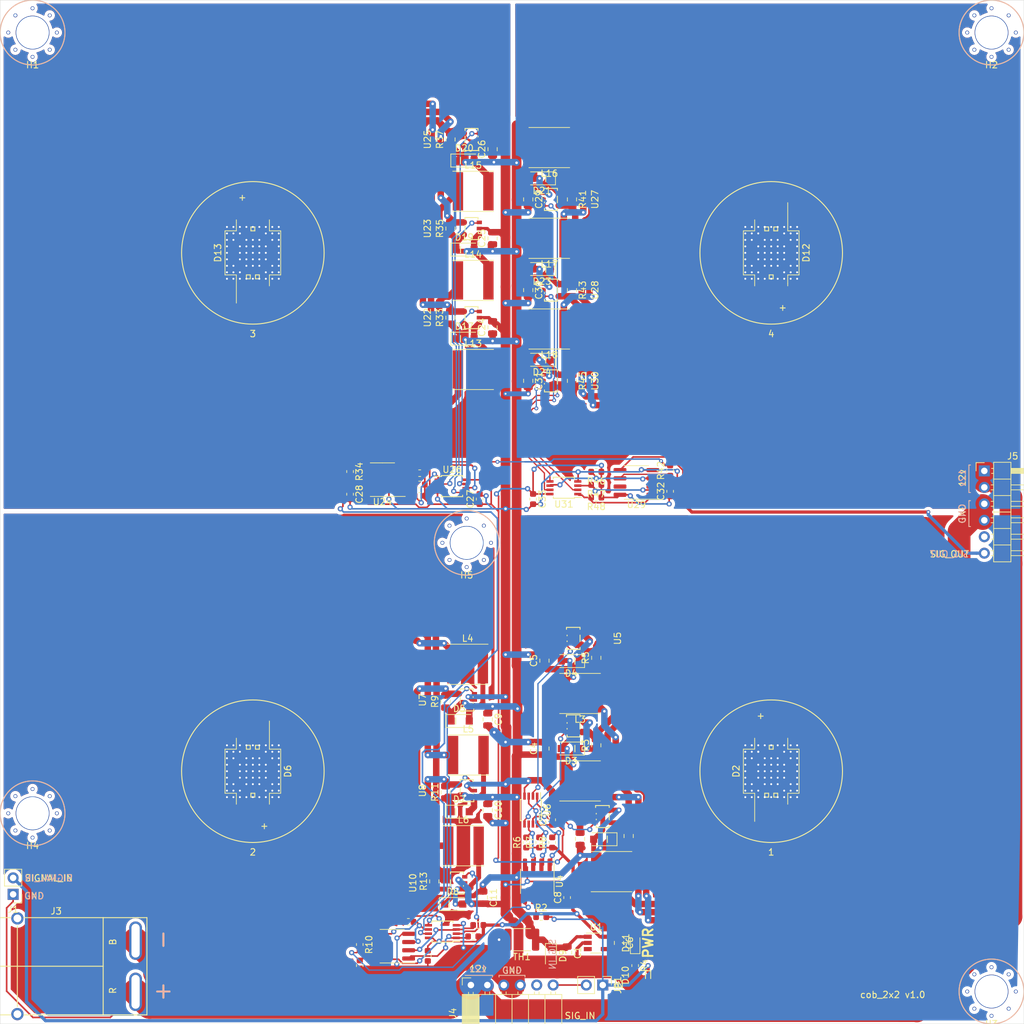
<source format=kicad_pcb>
(kicad_pcb (version 20171130) (host pcbnew 5.1.5-52549c5~84~ubuntu18.04.1)
  (layers (0 F.Cu signal hide) (31 B.Cu signal hide) (34 B.Paste user hide) (35 F.Paste user hide) (36 B.SilkS user hide) (37 F.SilkS user hide) (38 B.Mask user hide) (39 F.Mask user) (44 Edge.Cuts user))
  (net 0 "")
  (net 1 GND)
  (net 2 SIGNAL_IN)
  (net 3 SIGNAL_OUT)
  (net 4 +12V)
  (net 5 +5V)
  (net 6 "Net-(D3-Pad2)")
  (net 7 "Net-(D4-Pad2)")
  (net 8 "Net-(D1-Pad2)")
  (net 9 /single_led/B_LED_K)
  (net 10 /single_led/G_LED_K)
  (net 11 /single_led/R_LED_K)
  (net 12 /single_led/R_LED_A)
  (net 13 /single_led/G_LED_A)
  (net 14 /single_led/B_LED_A)
  (net 15 "Net-(D5-Pad2)")
  (net 16 /sheet5DF187B4/B_LED_K)
  (net 17 /sheet5DF187B4/G_LED_K)
  (net 18 /sheet5DF187B4/R_LED_K)
  (net 19 /sheet5DF187B4/R_LED_A)
  (net 20 /sheet5DF187B4/G_LED_A)
  (net 21 /sheet5DF187B4/B_LED_A)
  (net 22 "Net-(D7-Pad2)")
  (net 23 "Net-(D8-Pad2)")
  (net 24 "Net-(D11-Pad1)")
  (net 25 "Net-(D17-Pad2)")
  (net 26 /sheet5DF1A510/B_LED_K)
  (net 27 /sheet5DF1A510/G_LED_K)
  (net 28 /sheet5DF1A510/R_LED_K)
  (net 29 /sheet5DF1A510/R_LED_A)
  (net 30 /sheet5DF1A510/G_LED_A)
  (net 31 /sheet5DF1A510/B_LED_A)
  (net 32 "Net-(D19-Pad2)")
  (net 33 "Net-(D20-Pad2)")
  (net 34 "Net-(D21-Pad2)")
  (net 35 /sheet5DF1FB98/B_LED_K)
  (net 36 /sheet5DF1FB98/G_LED_K)
  (net 37 /sheet5DF1FB98/R_LED_K)
  (net 38 /sheet5DF1FB98/R_LED_A)
  (net 39 /sheet5DF1FB98/G_LED_A)
  (net 40 /sheet5DF1FB98/B_LED_A)
  (net 41 "Net-(D23-Pad2)")
  (net 42 "Net-(D24-Pad2)")
  (net 43 12V_RAW)
  (net 44 "Net-(R2-Pad1)")
  (net 45 /single_led/B_INVERTED)
  (net 46 /single_led/G_INVERTED)
  (net 47 /single_led/R_INVERTED)
  (net 48 /sheet5DF187B4/SIGNAL_IN)
  (net 49 "Net-(R10-Pad1)")
  (net 50 /sheet5DF187B4/B_INVERTED)
  (net 51 /sheet5DF187B4/G_INVERTED)
  (net 52 /sheet5DF187B4/R_INVERTED)
  (net 53 /sheet5DF1A510/SIGNAL_IN)
  (net 54 "Net-(R34-Pad1)")
  (net 55 /sheet5DF1A510/B_INVERTED)
  (net 56 /sheet5DF1A510/G_INVERTED)
  (net 57 /sheet5DF1A510/R_INVERTED)
  (net 58 /sheet5DF1FB98/SIGNAL_IN)
  (net 59 "Net-(R42-Pad1)")
  (net 60 /sheet5DF1FB98/B_INVERTED)
  (net 61 /sheet5DF1FB98/G_INVERTED)
  (net 62 /sheet5DF1FB98/R_INVERTED)
  (net 63 /single_led/R_SIGNAL)
  (net 64 /single_led/G_SIGNAL)
  (net 65 /single_led/B_SIGNAL)
  (net 66 /sheet5DF187B4/R_SIGNAL)
  (net 67 /sheet5DF187B4/G_SIGNAL)
  (net 68 /sheet5DF187B4/B_SIGNAL)
  (net 69 /sheet5DF1A510/R_SIGNAL)
  (net 70 /sheet5DF1A510/G_SIGNAL)
  (net 71 /sheet5DF1A510/B_SIGNAL)
  (net 72 /sheet5DF1FB98/R_SIGNAL)
  (net 73 /sheet5DF1FB98/G_SIGNAL)
  (net 74 /sheet5DF1FB98/B_SIGNAL)
  (net 75 "Net-(J4-Pad6)")
  (module homebrew:HOLE_5MM_#8 (layer F.Cu) (at 173 184.75)
    (fp_text reference H5 (at 0 5) (layer F.SilkS))
    (fp_text value MountingHole hide)
    (pad "" thru_hole circle (at 2.65 2.65) (size 0.6 0.6) (drill 0.4) (layers *.Cu))
    (pad "" thru_hole circle (at -2.65 2.65) (size 0.6 0.6) (drill 0.4) (layers *.Cu))
    (pad "" thru_hole circle (at 2.65 -2.65) (size 0.6 0.6) (drill 0.4) (layers *.Cu))
    (pad "" thru_hole circle (at -2.65 -2.65) (size 0.6 0.6) (drill 0.4) (layers *.Cu))
    (pad "" thru_hole circle (at -3.75 0) (size 0.6 0.6) (drill 0.4) (layers *.Cu))
    (pad "" thru_hole circle (at 3.75 0) (size 0.6 0.6) (drill 0.4) (layers *.Cu))
    (pad "" thru_hole circle (at 0 3.75) (size 0.6 0.6) (drill 0.4) (layers *.Cu))
    (pad "" thru_hole circle (at 0 -3.75) (size 0.6 0.6) (drill 0.4) (layers *.Cu))
    (pad "" thru_hole circle (at 0 0) (size 5.2 5.2) (drill 5) (layers *.Cu *.Mask))
  )
  (module homebrew:HOLE_5MM_#8 (layer F.Cu) (at 106 226.5)
    (fp_text reference H4 (at 0 5) (layer F.SilkS))
    (fp_text value MountingHole hide)
    (pad "" thru_hole circle (at 2.65 2.65) (size 0.6 0.6) (drill 0.4) (layers *.Cu))
    (pad "" thru_hole circle (at -2.65 2.65) (size 0.6 0.6) (drill 0.4) (layers *.Cu))
    (pad "" thru_hole circle (at 2.65 -2.65) (size 0.6 0.6) (drill 0.4) (layers *.Cu))
    (pad "" thru_hole circle (at -2.65 -2.65) (size 0.6 0.6) (drill 0.4) (layers *.Cu))
    (pad "" thru_hole circle (at -3.75 0) (size 0.6 0.6) (drill 0.4) (layers *.Cu))
    (pad "" thru_hole circle (at 3.75 0) (size 0.6 0.6) (drill 0.4) (layers *.Cu))
    (pad "" thru_hole circle (at 0 3.75) (size 0.6 0.6) (drill 0.4) (layers *.Cu))
    (pad "" thru_hole circle (at 0 -3.75) (size 0.6 0.6) (drill 0.4) (layers *.Cu))
    (pad "" thru_hole circle (at 0 0) (size 5.2 5.2) (drill 5) (layers *.Cu *.Mask))
  )
  (module homebrew:HOLE_5MM_#8 (layer F.Cu) (at 254 254)
    (fp_text reference H3 (at 0 5) (layer F.SilkS))
    (fp_text value MountingHole hide)
    (pad "" thru_hole circle (at 2.65 2.65) (size 0.6 0.6) (drill 0.4) (layers *.Cu))
    (pad "" thru_hole circle (at -2.65 2.65) (size 0.6 0.6) (drill 0.4) (layers *.Cu))
    (pad "" thru_hole circle (at 2.65 -2.65) (size 0.6 0.6) (drill 0.4) (layers *.Cu))
    (pad "" thru_hole circle (at -2.65 -2.65) (size 0.6 0.6) (drill 0.4) (layers *.Cu))
    (pad "" thru_hole circle (at -3.75 0) (size 0.6 0.6) (drill 0.4) (layers *.Cu))
    (pad "" thru_hole circle (at 3.75 0) (size 0.6 0.6) (drill 0.4) (layers *.Cu))
    (pad "" thru_hole circle (at 0 3.75) (size 0.6 0.6) (drill 0.4) (layers *.Cu))
    (pad "" thru_hole circle (at 0 -3.75) (size 0.6 0.6) (drill 0.4) (layers *.Cu))
    (pad "" thru_hole circle (at 0 0) (size 5.2 5.2) (drill 5) (layers *.Cu *.Mask))
  )
  (module homebrew:HOLE_5MM_#8 (layer F.Cu) (at 254 106)
    (fp_text reference H2 (at 0 5) (layer F.SilkS))
    (fp_text value MountingHole hide)
    (pad "" thru_hole circle (at 2.65 2.65) (size 0.6 0.6) (drill 0.4) (layers *.Cu))
    (pad "" thru_hole circle (at -2.65 2.65) (size 0.6 0.6) (drill 0.4) (layers *.Cu))
    (pad "" thru_hole circle (at 2.65 -2.65) (size 0.6 0.6) (drill 0.4) (layers *.Cu))
    (pad "" thru_hole circle (at -2.65 -2.65) (size 0.6 0.6) (drill 0.4) (layers *.Cu))
    (pad "" thru_hole circle (at -3.75 0) (size 0.6 0.6) (drill 0.4) (layers *.Cu))
    (pad "" thru_hole circle (at 3.75 0) (size 0.6 0.6) (drill 0.4) (layers *.Cu))
    (pad "" thru_hole circle (at 0 3.75) (size 0.6 0.6) (drill 0.4) (layers *.Cu))
    (pad "" thru_hole circle (at 0 -3.75) (size 0.6 0.6) (drill 0.4) (layers *.Cu))
    (pad "" thru_hole circle (at 0 0) (size 5.2 5.2) (drill 5) (layers *.Cu *.Mask))
  )
  (module homebrew:HOLE_5MM_#8 (layer F.Cu) (at 106 106)
    (fp_text reference H1 (at 0 5) (layer F.SilkS))
    (fp_text value MountingHole hide)
    (pad "" thru_hole circle (at 2.65 2.65) (size 0.6 0.6) (drill 0.4) (layers *.Cu))
    (pad "" thru_hole circle (at -2.65 2.65) (size 0.6 0.6) (drill 0.4) (layers *.Cu))
    (pad "" thru_hole circle (at 2.65 -2.65) (size 0.6 0.6) (drill 0.4) (layers *.Cu))
    (pad "" thru_hole circle (at -2.65 -2.65) (size 0.6 0.6) (drill 0.4) (layers *.Cu))
    (pad "" thru_hole circle (at -3.75 0) (size 0.6 0.6) (drill 0.4) (layers *.Cu))
    (pad "" thru_hole circle (at 3.75 0) (size 0.6 0.6) (drill 0.4) (layers *.Cu))
    (pad "" thru_hole circle (at 0 3.75) (size 0.6 0.6) (drill 0.4) (layers *.Cu))
    (pad "" thru_hole circle (at 0 -3.75) (size 0.6 0.6) (drill 0.4) (layers *.Cu))
    (pad "" thru_hole circle (at 0 0) (size 5.2 5.2) (drill 5) (layers *.Cu *.Mask))
  )
  (module homebrew:LED_RGB_EPISTAR_6PIN_RGB (layer F.Cu) (at 140 140 90)
    (fp_text reference D13 (at 0 -5.4 90) (layer F.SilkS))
    (fp_text value LED_RGB)
    (fp_text user + (at 8.5 -1.7 90) (layer F.SilkS))
    (pad 3 smd rect (at -6.22 1.7 90) (size 3.1 1.2) (layers F.Cu F.Paste F.Mask) (net 26 /sheet5DF1A510/B_LED_K))
    (pad 2 smd rect (at -6.22 0 90) (size 3.1 1.2) (layers F.Cu F.Paste F.Mask) (net 27 /sheet5DF1A510/G_LED_K))
    (pad 1 smd rect (at -6.22 -1.7 90) (size 3.1 1.2) (layers F.Cu F.Paste F.Mask) (net 28 /sheet5DF1A510/R_LED_K))
    (pad 4 smd circle (at 0 0 90) (size 5.7 5.7) (layers F.Cu F.Paste F.Mask) (net 31 /sheet5DF1A510/B_LED_A))
    (pad 6 smd rect (at 6.22 -1.7 270) (size 3.1 1.2) (layers F.Cu F.Paste F.Mask) (net 29 /sheet5DF1A510/R_LED_A))
    (pad 5 smd rect (at 6.22 0 270) (size 3.1 1.2) (layers F.Cu F.Paste F.Mask) (net 30 /sheet5DF1A510/G_LED_A))
    (pad 4 smd rect (at 6.22 1.7 270) (size 3.1 1.2) (layers F.Cu F.Paste F.Mask) (net 31 /sheet5DF1A510/B_LED_A))
  )
  (module homebrew:LED_RGB_EPISTAR_6PIN_RGB (layer F.Cu) (at 220 140 270)
    (fp_text reference D12 (at 0 -5.4 90) (layer F.SilkS))
    (fp_text value LED_RGB)
    (fp_text user + (at 8.5 -1.7 90) (layer F.SilkS))
    (pad 3 smd rect (at -6.22 1.7 270) (size 3.1 1.2) (layers F.Cu F.Paste F.Mask) (net 35 /sheet5DF1FB98/B_LED_K))
    (pad 2 smd rect (at -6.22 0 270) (size 3.1 1.2) (layers F.Cu F.Paste F.Mask) (net 36 /sheet5DF1FB98/G_LED_K))
    (pad 1 smd rect (at -6.22 -1.7 270) (size 3.1 1.2) (layers F.Cu F.Paste F.Mask) (net 37 /sheet5DF1FB98/R_LED_K))
    (pad 4 smd circle (at 0 0 270) (size 5.7 5.7) (layers F.Cu F.Paste F.Mask) (net 40 /sheet5DF1FB98/B_LED_A))
    (pad 6 smd rect (at 6.22 -1.7 90) (size 3.1 1.2) (layers F.Cu F.Paste F.Mask) (net 38 /sheet5DF1FB98/R_LED_A))
    (pad 5 smd rect (at 6.22 0 90) (size 3.1 1.2) (layers F.Cu F.Paste F.Mask) (net 39 /sheet5DF1FB98/G_LED_A))
    (pad 4 smd rect (at 6.22 1.7 90) (size 3.1 1.2) (layers F.Cu F.Paste F.Mask) (net 40 /sheet5DF1FB98/B_LED_A))
  )
  (module homebrew:LED_RGB_EPISTAR_6PIN_RGB (layer F.Cu) (at 140 220 270)
    (fp_text reference D6 (at 0 -5.4 90) (layer F.SilkS))
    (fp_text value LED_RGB)
    (fp_text user + (at 8.5 -1.7 90) (layer F.SilkS))
    (pad 3 smd rect (at -6.22 1.7 270) (size 3.1 1.2) (layers F.Cu F.Paste F.Mask) (net 16 /sheet5DF187B4/B_LED_K))
    (pad 2 smd rect (at -6.22 0 270) (size 3.1 1.2) (layers F.Cu F.Paste F.Mask) (net 17 /sheet5DF187B4/G_LED_K))
    (pad 1 smd rect (at -6.22 -1.7 270) (size 3.1 1.2) (layers F.Cu F.Paste F.Mask) (net 18 /sheet5DF187B4/R_LED_K))
    (pad 4 smd circle (at 0 0 270) (size 5.7 5.7) (layers F.Cu F.Paste F.Mask) (net 21 /sheet5DF187B4/B_LED_A))
    (pad 6 smd rect (at 6.22 -1.7 90) (size 3.1 1.2) (layers F.Cu F.Paste F.Mask) (net 19 /sheet5DF187B4/R_LED_A))
    (pad 5 smd rect (at 6.22 0 90) (size 3.1 1.2) (layers F.Cu F.Paste F.Mask) (net 20 /sheet5DF187B4/G_LED_A))
    (pad 4 smd rect (at 6.22 1.7 90) (size 3.1 1.2) (layers F.Cu F.Paste F.Mask) (net 21 /sheet5DF187B4/B_LED_A))
  )
  (module homebrew:LED_RGB_EPISTAR_6PIN_RGB (layer F.Cu) (at 220 220 90)
    (fp_text reference D2 (at 0 -5.4 90) (layer F.SilkS))
    (fp_text value LED_RGB)
    (fp_text user + (at 8.5 -1.7 90) (layer F.SilkS))
    (pad 3 smd rect (at -6.22 1.7 90) (size 3.1 1.2) (layers F.Cu F.Paste F.Mask) (net 9 /single_led/B_LED_K))
    (pad 2 smd rect (at -6.22 0 90) (size 3.1 1.2) (layers F.Cu F.Paste F.Mask) (net 10 /single_led/G_LED_K))
    (pad 1 smd rect (at -6.22 -1.7 90) (size 3.1 1.2) (layers F.Cu F.Paste F.Mask) (net 11 /single_led/R_LED_K))
    (pad 4 smd circle (at 0 0 90) (size 5.7 5.7) (layers F.Cu F.Paste F.Mask) (net 14 /single_led/B_LED_A))
    (pad 6 smd rect (at 6.22 -1.7 270) (size 3.1 1.2) (layers F.Cu F.Paste F.Mask) (net 12 /single_led/R_LED_A))
    (pad 5 smd rect (at 6.22 0 270) (size 3.1 1.2) (layers F.Cu F.Paste F.Mask) (net 13 /single_led/G_LED_A))
    (pad 4 smd rect (at 6.22 1.7 270) (size 3.1 1.2) (layers F.Cu F.Paste F.Mask) (net 14 /single_led/B_LED_A))
  )
  (module Connector_PinHeader_2.54mm:PinHeader_1x02_P2.54mm_Vertical (layer F.Cu) (at 194 253 270)
    (fp_text reference JP1 (at 0 -2.33 90) (layer F.SilkS))
    (fp_text value Jumper)
    (pad 2 thru_hole oval (at 0 2.54 270) (size 1.7 1.7) (drill 1) (layers *.Cu *.Mask) (net 75 "Net-(J4-Pad6)"))
    (pad 1 thru_hole rect (at 0 0 270) (size 1.7 1.7) (drill 1) (layers *.Cu *.Mask) (net 2 SIGNAL_IN))
  )
  (module Package_SO:TSSOP-8_3x3mm_P0.65mm (layer F.Cu) (at 188 176.25 180)
    (fp_text reference U31 (at 0 -2.55) (layer F.SilkS))
    (fp_text value 3_Inverter)
    (pad 8 smd rect (at 2.15 -0.975 180) (size 1.1 0.4) (layers F.Cu F.Paste F.Mask) (net 5 +5V))
    (pad 7 smd rect (at 2.15 -0.325 180) (size 1.1 0.4) (layers F.Cu F.Paste F.Mask) (net 72 /sheet5DF1FB98/R_SIGNAL))
    (pad 6 smd rect (at 2.15 0.325 180) (size 1.1 0.4) (layers F.Cu F.Paste F.Mask) (net 60 /sheet5DF1FB98/B_INVERTED))
    (pad 5 smd rect (at 2.15 0.975 180) (size 1.1 0.4) (layers F.Cu F.Paste F.Mask) (net 73 /sheet5DF1FB98/G_SIGNAL))
    (pad 4 smd rect (at -2.15 0.975 180) (size 1.1 0.4) (layers F.Cu F.Paste F.Mask) (net 1 GND))
    (pad 3 smd rect (at -2.15 0.325 180) (size 1.1 0.4) (layers F.Cu F.Paste F.Mask) (net 61 /sheet5DF1FB98/G_INVERTED))
    (pad 2 smd rect (at -2.15 -0.325 180) (size 1.1 0.4) (layers F.Cu F.Paste F.Mask) (net 74 /sheet5DF1FB98/B_SIGNAL))
    (pad 1 smd rect (at -2.15 -0.975 180) (size 1.1 0.4) (layers F.Cu F.Paste F.Mask) (net 62 /sheet5DF1FB98/R_INVERTED))
  )
  (module homebrew:SOT-25 (layer F.Cu) (at 186 159.75 90)
    (fp_text reference U30 (at 0 6.8 90) (layer F.SilkS))
    (fp_text value AL8860)
    (pad 5 smd rect (at 0.95 1.2 90) (size 0.55 0.8) (layers F.Cu F.Paste F.Mask) (net 4 +12V))
    (pad 4 smd rect (at -0.95 1.2 90) (size 0.55 0.8) (layers F.Cu F.Paste F.Mask) (net 40 /sheet5DF1FB98/B_LED_A))
    (pad 1 smd rect (at 0.95 -1.2 90) (size 0.55 0.8) (layers F.Cu F.Paste F.Mask) (net 42 "Net-(D24-Pad2)"))
    (pad 3 smd rect (at -0.95 -1.2 90) (size 0.55 0.8) (layers F.Cu F.Paste F.Mask) (net 74 /sheet5DF1FB98/B_SIGNAL))
    (pad 2 smd rect (at 0 -1.2 90) (size 0.55 0.8) (layers F.Cu F.Paste F.Mask) (net 1 GND))
  )
  (module Package_SO:SOP-8_3.76x4.96mm_P1.27mm (layer F.Cu) (at 199.2 175.435 180)
    (fp_text reference U29 (at 0 -3.43) (layer F.SilkS))
    (fp_text value WS2811)
    (pad 8 smd roundrect (at 2.5375 -1.905 180) (size 1.975 0.65) (layers F.Cu F.Paste F.Mask) (net 5 +5V))
    (pad 7 smd roundrect (at 2.5375 -0.635 180) (size 1.975 0.65) (layers F.Cu F.Paste F.Mask))
    (pad 6 smd roundrect (at 2.5375 0.635 180) (size 1.975 0.65) (layers F.Cu F.Paste F.Mask) (net 59 "Net-(R42-Pad1)"))
    (pad 5 smd roundrect (at 2.5375 1.905 180) (size 1.975 0.65) (layers F.Cu F.Paste F.Mask) (net 3 SIGNAL_OUT))
    (pad 4 smd roundrect (at -2.5375 1.905 180) (size 1.975 0.65) (layers F.Cu F.Paste F.Mask) (net 1 GND))
    (pad 3 smd roundrect (at -2.5375 0.635 180) (size 1.975 0.65) (layers F.Cu F.Paste F.Mask) (net 60 /sheet5DF1FB98/B_INVERTED))
    (pad 2 smd roundrect (at -2.5375 -0.635 180) (size 1.975 0.65) (layers F.Cu F.Paste F.Mask) (net 61 /sheet5DF1FB98/G_INVERTED))
    (pad 1 smd roundrect (at -2.5375 -1.905 180) (size 1.975 0.65) (layers F.Cu F.Paste F.Mask) (net 62 /sheet5DF1FB98/R_INVERTED))
  )
  (module homebrew:SOT-25 (layer F.Cu) (at 186 145.75 90)
    (fp_text reference U28 (at 0 6.8 90) (layer F.SilkS))
    (fp_text value AL8860)
    (pad 5 smd rect (at 0.95 1.2 90) (size 0.55 0.8) (layers F.Cu F.Paste F.Mask) (net 4 +12V))
    (pad 4 smd rect (at -0.95 1.2 90) (size 0.55 0.8) (layers F.Cu F.Paste F.Mask) (net 39 /sheet5DF1FB98/G_LED_A))
    (pad 1 smd rect (at 0.95 -1.2 90) (size 0.55 0.8) (layers F.Cu F.Paste F.Mask) (net 41 "Net-(D23-Pad2)"))
    (pad 3 smd rect (at -0.95 -1.2 90) (size 0.55 0.8) (layers F.Cu F.Paste F.Mask) (net 73 /sheet5DF1FB98/G_SIGNAL))
    (pad 2 smd rect (at 0 -1.2 90) (size 0.55 0.8) (layers F.Cu F.Paste F.Mask) (net 1 GND))
  )
  (module homebrew:SOT-25 (layer F.Cu) (at 186 131.75 90)
    (fp_text reference U27 (at 0 6.8 90) (layer F.SilkS))
    (fp_text value AL8860)
    (pad 5 smd rect (at 0.95 1.2 90) (size 0.55 0.8) (layers F.Cu F.Paste F.Mask) (net 4 +12V))
    (pad 4 smd rect (at -0.95 1.2 90) (size 0.55 0.8) (layers F.Cu F.Paste F.Mask) (net 38 /sheet5DF1FB98/R_LED_A))
    (pad 1 smd rect (at 0.95 -1.2 90) (size 0.55 0.8) (layers F.Cu F.Paste F.Mask) (net 34 "Net-(D21-Pad2)"))
    (pad 3 smd rect (at -0.95 -1.2 90) (size 0.55 0.8) (layers F.Cu F.Paste F.Mask) (net 72 /sheet5DF1FB98/R_SIGNAL))
    (pad 2 smd rect (at 0 -1.2 90) (size 0.55 0.8) (layers F.Cu F.Paste F.Mask) (net 1 GND))
  )
  (module Package_SO:TSSOP-8_3x3mm_P0.65mm (layer F.Cu) (at 170.75 176)
    (fp_text reference U26 (at 0 -2.55) (layer F.SilkS))
    (fp_text value 3_Inverter)
    (pad 8 smd rect (at 2.15 -0.975) (size 1.1 0.4) (layers F.Cu F.Paste F.Mask) (net 5 +5V))
    (pad 7 smd rect (at 2.15 -0.325) (size 1.1 0.4) (layers F.Cu F.Paste F.Mask) (net 69 /sheet5DF1A510/R_SIGNAL))
    (pad 6 smd rect (at 2.15 0.325) (size 1.1 0.4) (layers F.Cu F.Paste F.Mask) (net 55 /sheet5DF1A510/B_INVERTED))
    (pad 5 smd rect (at 2.15 0.975) (size 1.1 0.4) (layers F.Cu F.Paste F.Mask) (net 70 /sheet5DF1A510/G_SIGNAL))
    (pad 4 smd rect (at -2.15 0.975) (size 1.1 0.4) (layers F.Cu F.Paste F.Mask) (net 1 GND))
    (pad 3 smd rect (at -2.15 0.325) (size 1.1 0.4) (layers F.Cu F.Paste F.Mask) (net 56 /sheet5DF1A510/G_INVERTED))
    (pad 2 smd rect (at -2.15 -0.325) (size 1.1 0.4) (layers F.Cu F.Paste F.Mask) (net 71 /sheet5DF1A510/B_SIGNAL))
    (pad 1 smd rect (at -2.15 -0.975) (size 1.1 0.4) (layers F.Cu F.Paste F.Mask) (net 57 /sheet5DF1A510/R_INVERTED))
  )
  (module homebrew:SOT-25 (layer F.Cu) (at 173.75 122.5 270)
    (fp_text reference U25 (at 0 6.8 90) (layer F.SilkS))
    (fp_text value AL8860_LED_DRIVER)
    (pad 5 smd rect (at 0.95 1.2 270) (size 0.55 0.8) (layers F.Cu F.Paste F.Mask) (net 4 +12V))
    (pad 4 smd rect (at -0.95 1.2 270) (size 0.55 0.8) (layers F.Cu F.Paste F.Mask) (net 31 /sheet5DF1A510/B_LED_A))
    (pad 1 smd rect (at 0.95 -1.2 270) (size 0.55 0.8) (layers F.Cu F.Paste F.Mask) (net 33 "Net-(D20-Pad2)"))
    (pad 3 smd rect (at -0.95 -1.2 270) (size 0.55 0.8) (layers F.Cu F.Paste F.Mask) (net 71 /sheet5DF1A510/B_SIGNAL))
    (pad 2 smd rect (at 0 -1.2 270) (size 0.55 0.8) (layers F.Cu F.Paste F.Mask) (net 1 GND))
  )
  (module Package_SO:SOP-8_3.76x4.96mm_P1.27mm (layer F.Cu) (at 160 175 180)
    (fp_text reference U24 (at 0 -3.43) (layer F.SilkS))
    (fp_text value WS2811)
    (pad 8 smd roundrect (at 2.5375 -1.905 180) (size 1.975 0.65) (layers F.Cu F.Paste F.Mask) (net 5 +5V))
    (pad 7 smd roundrect (at 2.5375 -0.635 180) (size 1.975 0.65) (layers F.Cu F.Paste F.Mask))
    (pad 6 smd roundrect (at 2.5375 0.635 180) (size 1.975 0.65) (layers F.Cu F.Paste F.Mask) (net 54 "Net-(R34-Pad1)"))
    (pad 5 smd roundrect (at 2.5375 1.905 180) (size 1.975 0.65) (layers F.Cu F.Paste F.Mask) (net 58 /sheet5DF1FB98/SIGNAL_IN))
    (pad 4 smd roundrect (at -2.5375 1.905 180) (size 1.975 0.65) (layers F.Cu F.Paste F.Mask) (net 1 GND))
    (pad 3 smd roundrect (at -2.5375 0.635 180) (size 1.975 0.65) (layers F.Cu F.Paste F.Mask) (net 55 /sheet5DF1A510/B_INVERTED))
    (pad 2 smd roundrect (at -2.5375 -0.635 180) (size 1.975 0.65) (layers F.Cu F.Paste F.Mask) (net 56 /sheet5DF1A510/G_INVERTED))
    (pad 1 smd roundrect (at -2.5375 -1.905 180) (size 1.975 0.65) (layers F.Cu F.Paste F.Mask) (net 57 /sheet5DF1A510/R_INVERTED))
  )
  (module homebrew:SOT-25 (layer F.Cu) (at 173.75 136.25 270)
    (fp_text reference U23 (at 0 6.8 90) (layer F.SilkS))
    (fp_text value AL8860)
    (pad 2 smd rect (at 0 -1.2 270) (size 0.55 0.8) (layers F.Cu F.Paste F.Mask) (net 1 GND))
    (pad 3 smd rect (at -0.95 -1.2 270) (size 0.55 0.8) (layers F.Cu F.Paste F.Mask) (net 70 /sheet5DF1A510/G_SIGNAL))
    (pad 1 smd rect (at 0.95 -1.2 270) (size 0.55 0.8) (layers F.Cu F.Paste F.Mask) (net 32 "Net-(D19-Pad2)"))
    (pad 4 smd rect (at -0.95 1.2 270) (size 0.55 0.8) (layers F.Cu F.Paste F.Mask) (net 30 /sheet5DF1A510/G_LED_A))
    (pad 5 smd rect (at 0.95 1.2 270) (size 0.55 0.8) (layers F.Cu F.Paste F.Mask) (net 4 +12V))
  )
  (module homebrew:SOT-25 (layer F.Cu) (at 173.75 150 270)
    (fp_text reference U22 (at 0 6.8 90) (layer F.SilkS))
    (fp_text value AL8860)
    (pad 5 smd rect (at 0.95 1.2 270) (size 0.55 0.8) (layers F.Cu F.Paste F.Mask) (net 4 +12V))
    (pad 4 smd rect (at -0.95 1.2 270) (size 0.55 0.8) (layers F.Cu F.Paste F.Mask) (net 29 /sheet5DF1A510/R_LED_A))
    (pad 1 smd rect (at 0.95 -1.2 270) (size 0.55 0.8) (layers F.Cu F.Paste F.Mask) (net 25 "Net-(D17-Pad2)"))
    (pad 3 smd rect (at -0.95 -1.2 270) (size 0.55 0.8) (layers F.Cu F.Paste F.Mask) (net 69 /sheet5DF1A510/R_SIGNAL))
    (pad 2 smd rect (at 0 -1.2 270) (size 0.55 0.8) (layers F.Cu F.Paste F.Mask) (net 1 GND))
  )
  (module Package_SO:TSSOP-8_3x3mm_P0.65mm (layer F.Cu) (at 169.25 244.75 180)
    (fp_text reference U11 hide)
    (fp_text value 3_Inverter)
    (pad 8 smd rect (at 2.15 -0.975 180) (size 1.1 0.4) (layers F.Cu F.Paste F.Mask) (net 5 +5V))
    (pad 7 smd rect (at 2.15 -0.325 180) (size 1.1 0.4) (layers F.Cu F.Paste F.Mask) (net 66 /sheet5DF187B4/R_SIGNAL))
    (pad 6 smd rect (at 2.15 0.325 180) (size 1.1 0.4) (layers F.Cu F.Paste F.Mask) (net 50 /sheet5DF187B4/B_INVERTED))
    (pad 5 smd rect (at 2.15 0.975 180) (size 1.1 0.4) (layers F.Cu F.Paste F.Mask) (net 67 /sheet5DF187B4/G_SIGNAL))
    (pad 4 smd rect (at -2.15 0.975 180) (size 1.1 0.4) (layers F.Cu F.Paste F.Mask) (net 1 GND))
    (pad 3 smd rect (at -2.15 0.325 180) (size 1.1 0.4) (layers F.Cu F.Paste F.Mask) (net 51 /sheet5DF187B4/G_INVERTED))
    (pad 2 smd rect (at -2.15 -0.325 180) (size 1.1 0.4) (layers F.Cu F.Paste F.Mask) (net 68 /sheet5DF187B4/B_SIGNAL))
    (pad 1 smd rect (at -2.15 -0.975 180) (size 1.1 0.4) (layers F.Cu F.Paste F.Mask) (net 52 /sheet5DF187B4/R_INVERTED))
  )
  (module homebrew:SOT-25 (layer F.Cu) (at 171.5 237.25 270)
    (fp_text reference U10 (at 0 6.8 90) (layer F.SilkS))
    (fp_text value AL8860)
    (pad 5 smd rect (at 0.95 1.2 270) (size 0.55 0.8) (layers F.Cu F.Paste F.Mask) (net 4 +12V))
    (pad 4 smd rect (at -0.95 1.2 270) (size 0.55 0.8) (layers F.Cu F.Paste F.Mask) (net 21 /sheet5DF187B4/B_LED_A))
    (pad 1 smd rect (at 0.95 -1.2 270) (size 0.55 0.8) (layers F.Cu F.Paste F.Mask) (net 23 "Net-(D8-Pad2)"))
    (pad 3 smd rect (at -0.95 -1.2 270) (size 0.55 0.8) (layers F.Cu F.Paste F.Mask) (net 68 /sheet5DF187B4/B_SIGNAL))
    (pad 2 smd rect (at 0 -1.2 270) (size 0.55 0.8) (layers F.Cu F.Paste F.Mask) (net 1 GND))
  )
  (module Package_SO:SOP-8_3.76x4.96mm_P1.27mm (layer F.Cu) (at 161.5 247 180)
    (fp_text reference U9 hide)
    (fp_text value WS2811)
    (pad 8 smd roundrect (at 2.5375 -1.905 180) (size 1.975 0.65) (layers F.Cu F.Paste F.Mask) (net 5 +5V))
    (pad 7 smd roundrect (at 2.5375 -0.635 180) (size 1.975 0.65) (layers F.Cu F.Paste F.Mask))
    (pad 6 smd roundrect (at 2.5375 0.635 180) (size 1.975 0.65) (layers F.Cu F.Paste F.Mask) (net 49 "Net-(R10-Pad1)"))
    (pad 5 smd roundrect (at 2.5375 1.905 180) (size 1.975 0.65) (layers F.Cu F.Paste F.Mask) (net 53 /sheet5DF1A510/SIGNAL_IN))
    (pad 4 smd roundrect (at -2.5375 1.905 180) (size 1.975 0.65) (layers F.Cu F.Paste F.Mask) (net 1 GND))
    (pad 3 smd roundrect (at -2.5375 0.635 180) (size 1.975 0.65) (layers F.Cu F.Paste F.Mask) (net 50 /sheet5DF187B4/B_INVERTED))
    (pad 2 smd roundrect (at -2.5375 -0.635 180) (size 1.975 0.65) (layers F.Cu F.Paste F.Mask) (net 51 /sheet5DF187B4/G_INVERTED))
    (pad 1 smd roundrect (at -2.5375 -1.905 180) (size 1.975 0.65) (layers F.Cu F.Paste F.Mask) (net 52 /sheet5DF187B4/R_INVERTED))
  )
  (module homebrew:SOT-25 (layer F.Cu) (at 173 223 270)
    (fp_text reference U8 (at 0 6.8 90) (layer F.SilkS))
    (fp_text value AL8860)
    (pad 5 smd rect (at 0.95 1.2 270) (size 0.55 0.8) (layers F.Cu F.Paste F.Mask) (net 4 +12V))
    (pad 4 smd rect (at -0.95 1.2 270) (size 0.55 0.8) (layers F.Cu F.Paste F.Mask) (net 20 /sheet5DF187B4/G_LED_A))
    (pad 1 smd rect (at 0.95 -1.2 270) (size 0.55 0.8) (layers F.Cu F.Paste F.Mask) (net 22 "Net-(D7-Pad2)"))
    (pad 3 smd rect (at -0.95 -1.2 270) (size 0.55 0.8) (layers F.Cu F.Paste F.Mask) (net 67 /sheet5DF187B4/G_SIGNAL))
    (pad 2 smd rect (at 0 -1.2 270) (size 0.55 0.8) (layers F.Cu F.Paste F.Mask) (net 1 GND))
  )
  (module homebrew:SOT-25 (layer F.Cu) (at 173 209 270)
    (fp_text reference U7 (at 0 6.8 90) (layer F.SilkS))
    (fp_text value AL8860)
    (pad 5 smd rect (at 0.95 1.2 270) (size 0.55 0.8) (layers F.Cu F.Paste F.Mask) (net 4 +12V))
    (pad 4 smd rect (at -0.95 1.2 270) (size 0.55 0.8) (layers F.Cu F.Paste F.Mask) (net 19 /sheet5DF187B4/R_LED_A))
    (pad 1 smd rect (at 0.95 -1.2 270) (size 0.55 0.8) (layers F.Cu F.Paste F.Mask) (net 15 "Net-(D5-Pad2)"))
    (pad 3 smd rect (at -0.95 -1.2 270) (size 0.55 0.8) (layers F.Cu F.Paste F.Mask) (net 66 /sheet5DF187B4/R_SIGNAL))
    (pad 2 smd rect (at 0 -1.2 270) (size 0.55 0.8) (layers F.Cu F.Paste F.Mask) (net 1 GND))
  )
  (module Package_SO:TSSOP-8_3x3mm_P0.65mm (layer F.Cu) (at 182.9 226 270)
    (fp_text reference U6 (at 0 -2.55 90) (layer F.SilkS))
    (fp_text value 3_Inverter)
    (pad 8 smd rect (at 2.15 -0.975 270) (size 1.1 0.4) (layers F.Cu F.Paste F.Mask) (net 5 +5V))
    (pad 7 smd rect (at 2.15 -0.325 270) (size 1.1 0.4) (layers F.Cu F.Paste F.Mask) (net 63 /single_led/R_SIGNAL))
    (pad 6 smd rect (at 2.15 0.325 270) (size 1.1 0.4) (layers F.Cu F.Paste F.Mask) (net 45 /single_led/B_INVERTED))
    (pad 5 smd rect (at 2.15 0.975 270) (size 1.1 0.4) (layers F.Cu F.Paste F.Mask) (net 64 /single_led/G_SIGNAL))
    (pad 4 smd rect (at -2.15 0.975 270) (size 1.1 0.4) (layers F.Cu F.Paste F.Mask) (net 1 GND))
    (pad 3 smd rect (at -2.15 0.325 270) (size 1.1 0.4) (layers F.Cu F.Paste F.Mask) (net 46 /single_led/G_INVERTED))
    (pad 2 smd rect (at -2.15 -0.325 270) (size 1.1 0.4) (layers F.Cu F.Paste F.Mask) (net 65 /single_led/B_SIGNAL))
    (pad 1 smd rect (at -2.15 -0.975 270) (size 1.1 0.4) (layers F.Cu F.Paste F.Mask) (net 47 /single_led/R_INVERTED))
  )
  (module homebrew:SOT-25 (layer F.Cu) (at 189.5 199.5 90)
    (fp_text reference U5 (at 0 6.8 90) (layer F.SilkS))
    (fp_text value AL8860)
    (pad 5 smd rect (at 0.95 1.2 90) (size 0.55 0.8) (layers F.Cu F.Paste F.Mask) (net 4 +12V))
    (pad 4 smd rect (at -0.95 1.2 90) (size 0.55 0.8) (layers F.Cu F.Paste F.Mask) (net 14 /single_led/B_LED_A))
    (pad 1 smd rect (at 0.95 -1.2 90) (size 0.55 0.8) (layers F.Cu F.Paste F.Mask) (net 7 "Net-(D4-Pad2)"))
    (pad 3 smd rect (at -0.95 -1.2 90) (size 0.55 0.8) (layers F.Cu F.Paste F.Mask) (net 65 /single_led/B_SIGNAL))
    (pad 2 smd rect (at 0 -1.2 90) (size 0.55 0.8) (layers F.Cu F.Paste F.Mask) (net 1 GND))
  )
  (module Package_SO:SOP-8_3.76x4.96mm_P1.27mm (layer F.Cu) (at 183.9 237 270)
    (fp_text reference U4 (at 0 -3.43 90) (layer F.SilkS))
    (fp_text value WS2811)
    (pad 8 smd roundrect (at 2.5375 -1.905 270) (size 1.975 0.65) (layers F.Cu F.Paste F.Mask) (net 5 +5V))
    (pad 7 smd roundrect (at 2.5375 -0.635 270) (size 1.975 0.65) (layers F.Cu F.Paste F.Mask))
    (pad 6 smd roundrect (at 2.5375 0.635 270) (size 1.975 0.65) (layers F.Cu F.Paste F.Mask) (net 44 "Net-(R2-Pad1)"))
    (pad 5 smd roundrect (at 2.5375 1.905 270) (size 1.975 0.65) (layers F.Cu F.Paste F.Mask) (net 48 /sheet5DF187B4/SIGNAL_IN))
    (pad 4 smd roundrect (at -2.5375 1.905 270) (size 1.975 0.65) (layers F.Cu F.Paste F.Mask) (net 1 GND))
    (pad 3 smd roundrect (at -2.5375 0.635 270) (size 1.975 0.65) (layers F.Cu F.Paste F.Mask) (net 45 /single_led/B_INVERTED))
    (pad 2 smd roundrect (at -2.5375 -0.635 270) (size 1.975 0.65) (layers F.Cu F.Paste F.Mask) (net 46 /single_led/G_INVERTED))
    (pad 1 smd roundrect (at -2.5375 -1.905 270) (size 1.975 0.65) (layers F.Cu F.Paste F.Mask) (net 47 /single_led/R_INVERTED))
  )
  (module homebrew:SOT-25 (layer F.Cu) (at 189.5 213 90)
    (fp_text reference U3 hide)
    (fp_text value AL8860)
    (pad 5 smd rect (at 0.95 1.2 90) (size 0.55 0.8) (layers F.Cu F.Paste F.Mask) (net 4 +12V))
    (pad 4 smd rect (at -0.95 1.2 90) (size 0.55 0.8) (layers F.Cu F.Paste F.Mask) (net 13 /single_led/G_LED_A))
    (pad 1 smd rect (at 0.95 -1.2 90) (size 0.55 0.8) (layers F.Cu F.Paste F.Mask) (net 6 "Net-(D3-Pad2)"))
    (pad 3 smd rect (at -0.95 -1.2 90) (size 0.55 0.8) (layers F.Cu F.Paste F.Mask) (net 64 /single_led/G_SIGNAL))
    (pad 2 smd rect (at 0 -1.2 90) (size 0.55 0.8) (layers F.Cu F.Paste F.Mask) (net 1 GND))
  )
  (module homebrew:SOT-25 (layer F.Cu) (at 194 227 90)
    (fp_text reference U2 hide)
    (fp_text value AL8860)
    (pad 5 smd rect (at 0.95 1.2 90) (size 0.55 0.8) (layers F.Cu F.Paste F.Mask) (net 4 +12V))
    (pad 4 smd rect (at -0.95 1.2 90) (size 0.55 0.8) (layers F.Cu F.Paste F.Mask) (net 12 /single_led/R_LED_A))
    (pad 1 smd rect (at 0.95 -1.2 90) (size 0.55 0.8) (layers F.Cu F.Paste F.Mask) (net 8 "Net-(D1-Pad2)"))
    (pad 3 smd rect (at -0.95 -1.2 90) (size 0.55 0.8) (layers F.Cu F.Paste F.Mask) (net 63 /single_led/R_SIGNAL))
    (pad 2 smd rect (at 0 -1.2 90) (size 0.55 0.8) (layers F.Cu F.Paste F.Mask) (net 1 GND))
  )
  (module Package_TO_SOT_SMD:TSOT-23-5 (layer F.Cu) (at 193 246.5)
    (fp_text reference U1 (at 0 -2.45) (layer F.SilkS))
    (fp_text value 5V_REG)
    (pad 5 smd rect (at 1.31 -0.95) (size 1.22 0.65) (layers F.Cu F.Paste F.Mask) (net 5 +5V))
    (pad 4 smd rect (at 1.31 0.95) (size 1.22 0.65) (layers F.Cu F.Paste F.Mask))
    (pad 3 smd rect (at -1.31 0.95) (size 1.22 0.65) (layers F.Cu F.Paste F.Mask))
    (pad 2 smd rect (at -1.31 0) (size 1.22 0.65) (layers F.Cu F.Paste F.Mask) (net 1 GND))
    (pad 1 smd rect (at -1.31 -0.95) (size 1.22 0.65) (layers F.Cu F.Paste F.Mask) (net 4 +12V))
  )
  (module Resistor_SMD:R_1812_4532Metric (layer F.Cu) (at 181.5 246 180)
    (fp_text reference TH1 (at 0 -2.65) (layer F.SilkS))
    (fp_text value Thermistor_PTC)
    (pad 2 smd roundrect (at 2.1375 0 180) (size 1.125 3.4) (layers F.Cu F.Paste F.Mask) (roundrect_rratio 0.222222) (net 43 12V_RAW))
    (pad 1 smd roundrect (at -2.1375 0 180) (size 1.125 3.4) (layers F.Cu F.Paste F.Mask) (roundrect_rratio 0.222222) (net 4 +12V))
  )
  (module Resistor_SMD:R_0603_1608Metric (layer F.Cu) (at 193 177.75 180)
    (fp_text reference R48 (at 0 -1.43) (layer F.SilkS))
    (fp_text value 10k)
    (pad 2 smd roundrect (at 0.7875 0 180) (size 0.875 0.95) (layers F.Cu F.Paste F.Mask) (net 62 /sheet5DF1FB98/R_INVERTED))
    (pad 1 smd roundrect (at -0.7875 0 180) (size 0.875 0.95) (layers F.Cu F.Paste F.Mask) (net 5 +5V))
  )
  (module Resistor_SMD:R_0603_1608Metric (layer F.Cu) (at 193 175.8 180)
    (fp_text reference R47 (at 0 -1.43) (layer F.SilkS))
    (fp_text value 10k)
    (pad 2 smd roundrect (at 0.7875 0 180) (size 0.875 0.95) (layers F.Cu F.Paste F.Mask) (net 61 /sheet5DF1FB98/G_INVERTED))
    (pad 1 smd roundrect (at -0.7875 0 180) (size 0.875 0.95) (layers F.Cu F.Paste F.Mask) (net 5 +5V))
  )
  (module Resistor_SMD:R_0603_1608Metric (layer F.Cu) (at 193 173.8 180)
    (fp_text reference R46 (at 0 -1.43) (layer F.SilkS))
    (fp_text value 10k)
    (pad 2 smd roundrect (at 0.7875 0 180) (size 0.875 0.95) (layers F.Cu F.Paste F.Mask) (net 60 /sheet5DF1FB98/B_INVERTED))
    (pad 1 smd roundrect (at -0.7875 0 180) (size 0.875 0.95) (layers F.Cu F.Paste F.Mask) (net 5 +5V))
  )
  (module Resistor_SMD:R_0805_2012Metric (layer F.Cu) (at 189.25 159.75 270)
    (fp_text reference R45 (at 0 -1.65 90) (layer F.SilkS))
    (fp_text value .143)
    (pad 2 smd roundrect (at 0.9375 0 270) (size 0.975 1.4) (layers F.Cu F.Paste F.Mask) (net 40 /sheet5DF1FB98/B_LED_A))
    (pad 1 smd roundrect (at -0.9375 0 270) (size 0.975 1.4) (layers F.Cu F.Paste F.Mask) (net 4 +12V))
  )
  (module Resistor_SMD:R_0805_2012Metric (layer F.Cu) (at 189.25 145.75 270)
    (fp_text reference R43 (at 0 -1.65 90) (layer F.SilkS))
    (fp_text value .143)
    (pad 2 smd roundrect (at 0.9375 0 270) (size 0.975 1.4) (layers F.Cu F.Paste F.Mask) (net 39 /sheet5DF1FB98/G_LED_A))
    (pad 1 smd roundrect (at -0.9375 0 270) (size 0.975 1.4) (layers F.Cu F.Paste F.Mask) (net 4 +12V))
  )
  (module Resistor_SMD:R_0603_1608Metric (layer F.Cu) (at 204.4 173.6 90)
    (fp_text reference R42 (at 0 -1.43 90) (layer F.SilkS))
    (fp_text value 33)
    (pad 2 smd roundrect (at 0.7875 0 90) (size 0.875 0.95) (layers F.Cu F.Paste F.Mask) (net 58 /sheet5DF1FB98/SIGNAL_IN))
    (pad 1 smd roundrect (at -0.7875 0 90) (size 0.875 0.95) (layers F.Cu F.Paste F.Mask) (net 59 "Net-(R42-Pad1)"))
  )
  (module Resistor_SMD:R_0805_2012Metric (layer F.Cu) (at 189.25 131.75 270)
    (fp_text reference R41 (at 0 -1.65 90) (layer F.SilkS))
    (fp_text value .143)
    (pad 2 smd roundrect (at 0.9375 0 270) (size 0.975 1.4) (layers F.Cu F.Paste F.Mask) (net 38 /sheet5DF1FB98/R_LED_A))
    (pad 1 smd roundrect (at -0.9375 0 270) (size 0.975 1.4) (layers F.Cu F.Paste F.Mask) (net 4 +12V))
  )
  (module Resistor_SMD:R_0603_1608Metric (layer F.Cu) (at 165.75 177.5 180)
    (fp_text reference R40 hide)
    (fp_text value 10k)
    (pad 2 smd roundrect (at 0.7875 0 180) (size 0.875 0.95) (layers F.Cu F.Paste F.Mask) (net 57 /sheet5DF1A510/R_INVERTED))
    (pad 1 smd roundrect (at -0.7875 0 180) (size 0.875 0.95) (layers F.Cu F.Paste F.Mask) (net 5 +5V))
  )
  (module Resistor_SMD:R_0603_1608Metric (layer F.Cu) (at 165.75 175.75 180)
    (fp_text reference R39 hide)
    (fp_text value 10k)
    (pad 2 smd roundrect (at 0.7875 0 180) (size 0.875 0.95) (layers F.Cu F.Paste F.Mask) (net 56 /sheet5DF1A510/G_INVERTED))
    (pad 1 smd roundrect (at -0.7875 0 180) (size 0.875 0.95) (layers F.Cu F.Paste F.Mask) (net 5 +5V))
  )
  (module Resistor_SMD:R_0603_1608Metric (layer F.Cu) (at 165.75 174 180)
    (fp_text reference R38 hide)
    (fp_text value 10k)
    (pad 2 smd roundrect (at 0.7875 0 180) (size 0.875 0.95) (layers F.Cu F.Paste F.Mask) (net 55 /sheet5DF1A510/B_INVERTED))
    (pad 1 smd roundrect (at -0.7875 0 180) (size 0.875 0.95) (layers F.Cu F.Paste F.Mask) (net 5 +5V))
  )
  (module Resistor_SMD:R_0805_2012Metric (layer F.Cu) (at 170.5 122.5 90)
    (fp_text reference R37 (at 0 -1.65 90) (layer F.SilkS))
    (fp_text value .143)
    (pad 2 smd roundrect (at 0.9375 0 90) (size 0.975 1.4) (layers F.Cu F.Paste F.Mask) (net 31 /sheet5DF1A510/B_LED_A))
    (pad 1 smd roundrect (at -0.9375 0 90) (size 0.975 1.4) (layers F.Cu F.Paste F.Mask) (net 4 +12V))
  )
  (module Resistor_SMD:R_0805_2012Metric (layer F.Cu) (at 170.5 136.25 90)
    (fp_text reference R35 (at 0 -1.65 90) (layer F.SilkS))
    (fp_text value .143)
    (pad 1 smd roundrect (at -0.9375 0 90) (size 0.975 1.4) (layers F.Cu F.Paste F.Mask) (net 4 +12V))
    (pad 2 smd roundrect (at 0.9375 0 90) (size 0.975 1.4) (layers F.Cu F.Paste F.Mask) (net 30 /sheet5DF1A510/G_LED_A))
  )
  (module Resistor_SMD:R_0603_1608Metric (layer F.Cu) (at 155 173.75 270)
    (fp_text reference R34 (at 0 -1.43 90) (layer F.SilkS))
    (fp_text value 33)
    (pad 2 smd roundrect (at 0.7875 0 270) (size 0.875 0.95) (layers F.Cu F.Paste F.Mask) (net 53 /sheet5DF1A510/SIGNAL_IN))
    (pad 1 smd roundrect (at -0.7875 0 270) (size 0.875 0.95) (layers F.Cu F.Paste F.Mask) (net 54 "Net-(R34-Pad1)"))
  )
  (module Resistor_SMD:R_0805_2012Metric (layer F.Cu) (at 170.5 150 90)
    (fp_text reference R33 (at 0 -1.65 90) (layer F.SilkS))
    (fp_text value .143)
    (pad 2 smd roundrect (at 0.9375 0 90) (size 0.975 1.4) (layers F.Cu F.Paste F.Mask) (net 29 /sheet5DF1A510/R_LED_A))
    (pad 1 smd roundrect (at -0.9375 0 90) (size 0.975 1.4) (layers F.Cu F.Paste F.Mask) (net 4 +12V))
  )
  (module Resistor_SMD:R_0603_1608Metric (layer F.Cu) (at 174 245.5 180)
    (fp_text reference R16 hide)
    (fp_text value 10k)
    (pad 2 smd roundrect (at 0.7875 0 180) (size 0.875 0.95) (layers F.Cu F.Paste F.Mask) (net 52 /sheet5DF187B4/R_INVERTED))
    (pad 1 smd roundrect (at -0.7875 0 180) (size 0.875 0.95) (layers F.Cu F.Paste F.Mask) (net 5 +5V))
  )
  (module Resistor_SMD:R_0603_1608Metric (layer F.Cu) (at 174.7875 243.75 180)
    (fp_text reference R15 hide)
    (fp_text value 10k)
    (pad 2 smd roundrect (at 0.7875 0 180) (size 0.875 0.95) (layers F.Cu F.Paste F.Mask) (net 51 /sheet5DF187B4/G_INVERTED))
    (pad 1 smd roundrect (at -0.7875 0 180) (size 0.875 0.95) (layers F.Cu F.Paste F.Mask) (net 5 +5V))
  )
  (module Resistor_SMD:R_0603_1608Metric (layer F.Cu) (at 164 243.25)
    (fp_text reference R14 hide)
    (fp_text value 10k)
    (pad 2 smd roundrect (at 0.7875 0) (size 0.875 0.95) (layers F.Cu F.Paste F.Mask) (net 50 /sheet5DF187B4/B_INVERTED))
    (pad 1 smd roundrect (at -0.7875 0) (size 0.875 0.95) (layers F.Cu F.Paste F.Mask) (net 5 +5V))
  )
  (module Resistor_SMD:R_0805_2012Metric (layer F.Cu) (at 168 237 90)
    (fp_text reference R13 (at 0 -1.65 90) (layer F.SilkS))
    (fp_text value .143)
    (pad 2 smd roundrect (at 0.9375 0 90) (size 0.975 1.4) (layers F.Cu F.Paste F.Mask) (net 21 /sheet5DF187B4/B_LED_A))
    (pad 1 smd roundrect (at -0.9375 0 90) (size 0.975 1.4) (layers F.Cu F.Paste F.Mask) (net 4 +12V))
  )
  (module Resistor_SMD:R_0805_2012Metric (layer F.Cu) (at 169.75 223.25 90)
    (fp_text reference R11 (at 0 -1.65 90) (layer F.SilkS))
    (fp_text value .143)
    (pad 2 smd roundrect (at 0.9375 0 90) (size 0.975 1.4) (layers F.Cu F.Paste F.Mask) (net 20 /sheet5DF187B4/G_LED_A))
    (pad 1 smd roundrect (at -0.9375 0 90) (size 0.975 1.4) (layers F.Cu F.Paste F.Mask) (net 4 +12V))
  )
  (module Resistor_SMD:R_0603_1608Metric (layer F.Cu) (at 156.5 246.75 270)
    (fp_text reference R10 (at 0 -1.43 90) (layer F.SilkS))
    (fp_text value 33)
    (pad 2 smd roundrect (at 0.7875 0 270) (size 0.875 0.95) (layers F.Cu F.Paste F.Mask) (net 48 /sheet5DF187B4/SIGNAL_IN))
    (pad 1 smd roundrect (at -0.7875 0 270) (size 0.875 0.95) (layers F.Cu F.Paste F.Mask) (net 49 "Net-(R10-Pad1)"))
  )
  (module Resistor_SMD:R_0805_2012Metric (layer F.Cu) (at 169.75 209.25 90)
    (fp_text reference R9 (at 0 -1.65 90) (layer F.SilkS))
    (fp_text value .143)
    (pad 2 smd roundrect (at 0.9375 0 90) (size 0.975 1.4) (layers F.Cu F.Paste F.Mask) (net 19 /sheet5DF187B4/R_LED_A))
    (pad 1 smd roundrect (at -0.9375 0 90) (size 0.975 1.4) (layers F.Cu F.Paste F.Mask) (net 4 +12V))
  )
  (module Resistor_SMD:R_0603_1608Metric (layer F.Cu) (at 186.2 231 90)
    (fp_text reference R8 (at 0 -1.43 90) (layer F.SilkS))
    (fp_text value 10k)
    (pad 2 smd roundrect (at 0.7875 0 90) (size 0.875 0.95) (layers F.Cu F.Paste F.Mask) (net 47 /single_led/R_INVERTED))
    (pad 1 smd roundrect (at -0.7875 0 90) (size 0.875 0.95) (layers F.Cu F.Paste F.Mask) (net 5 +5V))
  )
  (module Resistor_SMD:R_0603_1608Metric (layer F.Cu) (at 184.2 231 90)
    (fp_text reference R7 (at 0 -1.43 90) (layer F.SilkS))
    (fp_text value 10k)
    (pad 2 smd roundrect (at 0.7875 0 90) (size 0.875 0.95) (layers F.Cu F.Paste F.Mask) (net 46 /single_led/G_INVERTED))
    (pad 1 smd roundrect (at -0.7875 0 90) (size 0.875 0.95) (layers F.Cu F.Paste F.Mask) (net 5 +5V))
  )
  (module Resistor_SMD:R_0603_1608Metric (layer F.Cu) (at 182.2 231 90)
    (fp_text reference R6 (at 0 -1.43 90) (layer F.SilkS))
    (fp_text value 10k)
    (pad 2 smd roundrect (at 0.7875 0 90) (size 0.875 0.95) (layers F.Cu F.Paste F.Mask) (net 45 /single_led/B_INVERTED))
    (pad 1 smd roundrect (at -0.7875 0 90) (size 0.875 0.95) (layers F.Cu F.Paste F.Mask) (net 5 +5V))
  )
  (module Resistor_SMD:R_0805_2012Metric (layer F.Cu) (at 193 202.5 90)
    (fp_text reference R5 (at 0 -1.65 90) (layer F.SilkS))
    (fp_text value .143)
    (pad 2 smd roundrect (at 0.9375 0 90) (size 0.975 1.4) (layers F.Cu F.Paste F.Mask) (net 14 /single_led/B_LED_A))
    (pad 1 smd roundrect (at -0.9375 0 90) (size 0.975 1.4) (layers F.Cu F.Paste F.Mask) (net 4 +12V))
  )
  (module Resistor_SMD:R_0603_1608Metric (layer F.Cu) (at 199 250 270)
    (fp_text reference R4 (at 0 -1.43 90) (layer F.SilkS))
    (fp_text value 6k8)
    (pad 2 smd roundrect (at 0.7875 0 270) (size 0.875 0.95) (layers F.Cu F.Paste F.Mask) (net 1 GND))
    (pad 1 smd roundrect (at -0.7875 0 270) (size 0.875 0.95) (layers F.Cu F.Paste F.Mask) (net 24 "Net-(D11-Pad1)"))
  )
  (module Resistor_SMD:R_0805_2012Metric (layer F.Cu) (at 193 216 90)
    (fp_text reference R3 (at 0 -1.65 90) (layer F.SilkS))
    (fp_text value .143)
    (pad 2 smd roundrect (at 0.9375 0 90) (size 0.975 1.4) (layers F.Cu F.Paste F.Mask) (net 13 /single_led/G_LED_A))
    (pad 1 smd roundrect (at -0.9375 0 90) (size 0.975 1.4) (layers F.Cu F.Paste F.Mask) (net 4 +12V))
  )
  (module Resistor_SMD:R_0603_1608Metric (layer F.Cu) (at 184.5 242.5)
    (fp_text reference R2 (at 0 -1.43) (layer F.SilkS))
    (fp_text value 33)
    (pad 2 smd roundrect (at 0.7875 0) (size 0.875 0.95) (layers F.Cu F.Paste F.Mask) (net 2 SIGNAL_IN))
    (pad 1 smd roundrect (at -0.7875 0) (size 0.875 0.95) (layers F.Cu F.Paste F.Mask) (net 44 "Net-(R2-Pad1)"))
  )
  (module Resistor_SMD:R_0805_2012Metric (layer F.Cu) (at 198 230 90)
    (fp_text reference R1 hide)
    (fp_text value .143)
    (pad 2 smd roundrect (at 0.9375 0 90) (size 0.975 1.4) (layers F.Cu F.Paste F.Mask) (net 12 /single_led/R_LED_A))
    (pad 1 smd roundrect (at -0.9375 0 90) (size 0.975 1.4) (layers F.Cu F.Paste F.Mask) (net 4 +12V))
  )
  (module Inductor_SMD:L_Taiyo-Yuden_NR-60xx (layer F.Cu) (at 185.75 151.75 180)
    (fp_text reference L18 (at 0 -4) (layer F.SilkS))
    (fp_text value 47uH)
    (pad 2 smd rect (at 2.35 0 180) (size 1.6 5.9) (layers F.Cu F.Paste F.Mask) (net 42 "Net-(D24-Pad2)"))
    (pad 1 smd rect (at -2.35 0 180) (size 1.6 5.9) (layers F.Cu F.Paste F.Mask) (net 35 /sheet5DF1FB98/B_LED_K))
  )
  (module Inductor_SMD:L_Taiyo-Yuden_NR-60xx (layer F.Cu) (at 185.75 137.75 180)
    (fp_text reference L17 (at 0 -4) (layer F.SilkS))
    (fp_text value 47uH)
    (pad 2 smd rect (at 2.35 0 180) (size 1.6 5.9) (layers F.Cu F.Paste F.Mask) (net 41 "Net-(D23-Pad2)"))
    (pad 1 smd rect (at -2.35 0 180) (size 1.6 5.9) (layers F.Cu F.Paste F.Mask) (net 36 /sheet5DF1FB98/G_LED_K))
  )
  (module Inductor_SMD:L_Taiyo-Yuden_NR-60xx (layer F.Cu) (at 185.75 123.75 180)
    (fp_text reference L16 (at 0 -4) (layer F.SilkS))
    (fp_text value 47uH)
    (pad 2 smd rect (at 2.35 0 180) (size 1.6 5.9) (layers F.Cu F.Paste F.Mask) (net 34 "Net-(D21-Pad2)"))
    (pad 1 smd rect (at -2.35 0 180) (size 1.6 5.9) (layers F.Cu F.Paste F.Mask) (net 37 /sheet5DF1FB98/R_LED_K))
  )
  (module Inductor_SMD:L_Taiyo-Yuden_NR-60xx (layer F.Cu) (at 174 130.5)
    (fp_text reference L15 (at 0 -4) (layer F.SilkS))
    (fp_text value 47uH)
    (pad 2 smd rect (at 2.35 0) (size 1.6 5.9) (layers F.Cu F.Paste F.Mask) (net 33 "Net-(D20-Pad2)"))
    (pad 1 smd rect (at -2.35 0) (size 1.6 5.9) (layers F.Cu F.Paste F.Mask) (net 26 /sheet5DF1A510/B_LED_K))
  )
  (module Inductor_SMD:L_Taiyo-Yuden_NR-60xx (layer F.Cu) (at 174 144.25)
    (fp_text reference L14 (at 0 -4) (layer F.SilkS))
    (fp_text value 47uH)
    (pad 2 smd rect (at 2.35 0) (size 1.6 5.9) (layers F.Cu F.Paste F.Mask) (net 32 "Net-(D19-Pad2)"))
    (pad 1 smd rect (at -2.35 0) (size 1.6 5.9) (layers F.Cu F.Paste F.Mask) (net 27 /sheet5DF1A510/G_LED_K))
  )
  (module Inductor_SMD:L_Taiyo-Yuden_NR-60xx (layer F.Cu) (at 174 158)
    (fp_text reference L13 (at 0 -4) (layer F.SilkS))
    (fp_text value 47uH)
    (pad 2 smd rect (at 2.35 0) (size 1.6 5.9) (layers F.Cu F.Paste F.Mask) (net 25 "Net-(D17-Pad2)"))
    (pad 1 smd rect (at -2.35 0) (size 1.6 5.9) (layers F.Cu F.Paste F.Mask) (net 28 /sheet5DF1A510/R_LED_K))
  )
  (module Inductor_SMD:L_Taiyo-Yuden_NR-60xx (layer F.Cu) (at 172.5 231.5)
    (fp_text reference L6 (at 0 -4) (layer F.SilkS))
    (fp_text value 47uH)
    (pad 2 smd rect (at 2.35 0) (size 1.6 5.9) (layers F.Cu F.Paste F.Mask) (net 23 "Net-(D8-Pad2)"))
    (pad 1 smd rect (at -2.35 0) (size 1.6 5.9) (layers F.Cu F.Paste F.Mask) (net 16 /sheet5DF187B4/B_LED_K))
  )
  (module Inductor_SMD:L_Taiyo-Yuden_NR-60xx (layer F.Cu) (at 173.25 217.5)
    (fp_text reference L5 (at 0 -4) (layer F.SilkS))
    (fp_text value 47uH)
    (pad 2 smd rect (at 2.35 0) (size 1.6 5.9) (layers F.Cu F.Paste F.Mask) (net 22 "Net-(D7-Pad2)"))
    (pad 1 smd rect (at -2.35 0) (size 1.6 5.9) (layers F.Cu F.Paste F.Mask) (net 17 /sheet5DF187B4/G_LED_K))
  )
  (module Inductor_SMD:L_Taiyo-Yuden_NR-60xx (layer F.Cu) (at 173.15 203.5)
    (fp_text reference L4 (at 0 -4) (layer F.SilkS))
    (fp_text value 47uH)
    (pad 2 smd rect (at 2.35 0) (size 1.6 5.9) (layers F.Cu F.Paste F.Mask) (net 15 "Net-(D5-Pad2)"))
    (pad 1 smd rect (at -2.35 0) (size 1.6 5.9) (layers F.Cu F.Paste F.Mask) (net 18 /sheet5DF187B4/R_LED_K))
  )
  (module Inductor_SMD:L_Taiyo-Yuden_NR-60xx (layer F.Cu) (at 190.5 208 180)
    (fp_text reference L3 (at 0 -4) (layer F.SilkS))
    (fp_text value 47uH)
    (pad 2 smd rect (at 2.35 0 180) (size 1.6 5.9) (layers F.Cu F.Paste F.Mask) (net 7 "Net-(D4-Pad2)"))
    (pad 1 smd rect (at -2.35 0 180) (size 1.6 5.9) (layers F.Cu F.Paste F.Mask) (net 9 /single_led/B_LED_K))
  )
  (module Inductor_SMD:L_Taiyo-Yuden_NR-60xx (layer F.Cu) (at 190.5 221.5 180)
    (fp_text reference L2 hide)
    (fp_text value 47uH)
    (pad 2 smd rect (at 2.35 0 180) (size 1.6 5.9) (layers F.Cu F.Paste F.Mask) (net 6 "Net-(D3-Pad2)"))
    (pad 1 smd rect (at -2.35 0 180) (size 1.6 5.9) (layers F.Cu F.Paste F.Mask) (net 10 /single_led/G_LED_K))
  )
  (module Inductor_SMD:L_Taiyo-Yuden_NR-60xx (layer F.Cu) (at 195.35 235.5 180)
    (fp_text reference L1 hide)
    (fp_text value 47uH)
    (pad 2 smd rect (at 2.35 0 180) (size 1.6 5.9) (layers F.Cu F.Paste F.Mask) (net 8 "Net-(D1-Pad2)"))
    (pad 1 smd rect (at -2.35 0 180) (size 1.6 5.9) (layers F.Cu F.Paste F.Mask) (net 11 /single_led/R_LED_K))
  )
  (module Connector_PinHeader_2.54mm:PinHeader_1x06_P2.54mm_Horizontal (layer F.Cu) (at 252.89 173.65)
    (fp_text reference J5 (at 4.385 -2.27 -180) (layer F.SilkS))
    (fp_text value Conn_01x06_Male)
    (pad 6 thru_hole oval (at 0 12.7) (size 1.7 1.7) (drill 1) (layers *.Cu *.Mask) (net 3 SIGNAL_OUT))
    (pad 5 thru_hole oval (at 0 10.16) (size 1.7 1.7) (drill 1) (layers *.Cu *.Mask))
    (pad 4 thru_hole oval (at 0 7.62) (size 1.7 1.7) (drill 1) (layers *.Cu *.Mask) (net 1 GND))
    (pad 3 thru_hole oval (at 0 5.08) (size 1.7 1.7) (drill 1) (layers *.Cu *.Mask) (net 1 GND))
    (pad 2 thru_hole oval (at 0 2.54) (size 1.7 1.7) (drill 1) (layers *.Cu *.Mask) (net 43 12V_RAW))
    (pad 1 thru_hole rect (at 0 0) (size 1.7 1.7) (drill 1) (layers *.Cu *.Mask) (net 43 12V_RAW))
  )
  (module Connector_PinSocket_2.54mm:PinSocket_1x06_P2.54mm_Horizontal (layer F.Cu) (at 173.65 253 90)
    (fp_text reference J4 (at -4.38 -2.77 90) (layer F.SilkS))
    (fp_text value Conn_01x06_Female)
    (pad 6 thru_hole oval (at 0 12.7 90) (size 1.7 1.7) (drill 1) (layers *.Cu *.Mask) (net 75 "Net-(J4-Pad6)"))
    (pad 5 thru_hole oval (at 0 10.16 90) (size 1.7 1.7) (drill 1) (layers *.Cu *.Mask))
    (pad 4 thru_hole oval (at 0 7.62 90) (size 1.7 1.7) (drill 1) (layers *.Cu *.Mask) (net 1 GND))
    (pad 3 thru_hole oval (at 0 5.08 90) (size 1.7 1.7) (drill 1) (layers *.Cu *.Mask) (net 1 GND))
    (pad 2 thru_hole oval (at 0 2.54 90) (size 1.7 1.7) (drill 1) (layers *.Cu *.Mask) (net 43 12V_RAW))
    (pad 1 thru_hole rect (at 0 0 90) (size 1.7 1.7) (drill 1) (layers *.Cu *.Mask) (net 43 12V_RAW))
  )
  (module homebrew:Anderson_1337G3_right_angle_bottom_two (layer F.Cu) (at 121.9 250.1 90)
    (fp_text reference J3 (at 8.5 -12.25) (layer F.SilkS))
    (fp_text value Anderson_two_redblack)
    (fp_text user R (at -3.75 -3.5 90) (layer F.SilkS))
    (fp_text user B (at 3.75 -3.5 90) (layer F.SilkS))
    (pad "" thru_hole circle (at 7.39 -18.24 90) (size 1.9 1.9) (drill 1.2) (layers *.Cu *.Mask))
    (pad "" thru_hole circle (at -7.39 -18.24 90) (size 1.9 1.9) (drill 1.2) (layers *.Cu *.Mask))
    (pad 2 thru_hole oval (at 3.95 0 90) (size 5.93 1.97) (drill oval 5.23 1.27) (layers *.Cu *.Mask) (net 1 GND))
    (pad 1 thru_hole oval (at -3.95 0 90) (size 5.93 1.97) (drill oval 5.23 1.27) (layers *.Cu *.Mask) (net 43 12V_RAW))
  )
  (module Connector_PinHeader_2.54mm:PinHeader_1x02_P2.54mm_Vertical (layer F.Cu) (at 103 239 180)
    (fp_text reference J1 (at 0 -2.33) (layer F.SilkS))
    (fp_text value Conn_01x02 hide)
    (pad 2 thru_hole oval (at 0 2.54 180) (size 1.7 1.7) (drill 1) (layers *.Cu *.Mask) (net 2 SIGNAL_IN))
    (pad 1 thru_hole rect (at 0 0 180) (size 1.7 1.7) (drill 1) (layers *.Cu *.Mask) (net 1 GND))
  )
  (module homebrew:D_SOD-123F (layer F.Cu) (at 184.5 156.5 180)
    (fp_text reference D24 (at -0.127 -1.905) (layer F.SilkS))
    (fp_text value D_Schottky)
    (pad 2 smd rect (at 1.4 0 180) (size 1.1 1.1) (layers F.Cu F.Paste F.Mask) (net 42 "Net-(D24-Pad2)"))
    (pad 1 smd rect (at -1.4 0 180) (size 1.1 1.1) (layers F.Cu F.Paste F.Mask) (net 4 +12V))
  )
  (module homebrew:D_SOD-123F (layer F.Cu) (at 184.5 142.5 180)
    (fp_text reference D23 (at -0.127 -1.905) (layer F.SilkS))
    (fp_text value D_Schottky)
    (pad 2 smd rect (at 1.4 0 180) (size 1.1 1.1) (layers F.Cu F.Paste F.Mask) (net 41 "Net-(D23-Pad2)"))
    (pad 1 smd rect (at -1.4 0 180) (size 1.1 1.1) (layers F.Cu F.Paste F.Mask) (net 4 +12V))
  )
  (module homebrew:D_SOD-123F (layer F.Cu) (at 184.5 128.5 180)
    (fp_text reference D21 (at -0.127 -1.905) (layer F.SilkS))
    (fp_text value D_Schottky)
    (pad 2 smd rect (at 1.4 0 180) (size 1.1 1.1) (layers F.Cu F.Paste F.Mask) (net 34 "Net-(D21-Pad2)"))
    (pad 1 smd rect (at -1.4 0 180) (size 1.1 1.1) (layers F.Cu F.Paste F.Mask) (net 4 +12V))
  )
  (module homebrew:D_SOD-123F (layer F.Cu) (at 172.75 125.75)
    (fp_text reference D20 (at -0.127 -1.905) (layer F.SilkS))
    (fp_text value D_Schottky)
    (pad 2 smd rect (at 1.4 0) (size 1.1 1.1) (layers F.Cu F.Paste F.Mask) (net 33 "Net-(D20-Pad2)"))
    (pad 1 smd rect (at -1.4 0) (size 1.1 1.1) (layers F.Cu F.Paste F.Mask) (net 4 +12V))
  )
  (module homebrew:D_SOD-123F (layer F.Cu) (at 172.75 139.5)
    (fp_text reference D19 (at -0.127 -1.905) (layer F.SilkS))
    (fp_text value D_Schottky)
    (pad 1 smd rect (at -1.4 0) (size 1.1 1.1) (layers F.Cu F.Paste F.Mask) (net 4 +12V))
    (pad 2 smd rect (at 1.4 0) (size 1.1 1.1) (layers F.Cu F.Paste F.Mask) (net 32 "Net-(D19-Pad2)"))
  )
  (module homebrew:D_SOD-123F (layer F.Cu) (at 172.75 153.25)
    (fp_text reference D17 (at -0.127 -1.905) (layer F.SilkS))
    (fp_text value D_Schottky)
    (pad 2 smd rect (at 1.4 0) (size 1.1 1.1) (layers F.Cu F.Paste F.Mask) (net 25 "Net-(D17-Pad2)"))
    (pad 1 smd rect (at -1.4 0) (size 1.1 1.1) (layers F.Cu F.Paste F.Mask) (net 4 +12V))
  )
  (module LED_SMD:LED_0603_1608Metric_Pad1.05x0.95mm_HandSolder (layer F.Cu) (at 199 246.5 90)
    (fp_text reference D11 (at 0 -1.43 90) (layer F.SilkS))
    (fp_text value LED)
    (pad 2 smd roundrect (at 0.875 0 90) (size 1.05 0.95) (layers F.Cu F.Paste F.Mask) (net 5 +5V))
    (pad 1 smd roundrect (at -0.875 0 90) (size 1.05 0.95) (layers F.Cu F.Paste F.Mask) (net 24 "Net-(D11-Pad1)"))
  )
  (module homebrew:SOD-923 (layer F.Cu) (at 201 251.5 270)
    (fp_text reference D10 (at 0 3.5 90) (layer F.SilkS))
    (fp_text value D_TVS_5V)
    (pad 2 smd rect (at 0.4375 0 270) (size 0.325 0.4) (layers F.Cu F.Paste F.Mask) (net 1 GND))
    (pad 1 smd rect (at -0.4375 0 270) (size 0.325 0.4) (layers F.Cu F.Paste F.Mask) (net 2 SIGNAL_IN))
  )
  (module Diode_SMD:D_SOD-323_HandSoldering (layer F.Cu) (at 186 248.5 270)
    (fp_text reference D9 (at 0 -1.85 90) (layer F.SilkS))
    (fp_text value D_TVS_12V)
    (pad 2 smd rect (at 1.25 0 270) (size 1 1) (layers F.Cu F.Paste F.Mask) (net 1 GND))
    (pad 1 smd rect (at -1.25 0 270) (size 1 1) (layers F.Cu F.Paste F.Mask) (net 4 +12V))
  )
  (module homebrew:D_SOD-123F (layer F.Cu) (at 171 240.5)
    (fp_text reference D8 (at -0.127 -1.905) (layer F.SilkS))
    (fp_text value D_Schottky)
    (pad 2 smd rect (at 1.4 0) (size 1.1 1.1) (layers F.Cu F.Paste F.Mask) (net 23 "Net-(D8-Pad2)"))
    (pad 1 smd rect (at -1.4 0) (size 1.1 1.1) (layers F.Cu F.Paste F.Mask) (net 4 +12V))
  )
  (module homebrew:D_SOD-123F (layer F.Cu) (at 172 226.25)
    (fp_text reference D7 (at -0.127 -1.905) (layer F.SilkS))
    (fp_text value D_Schottky)
    (pad 2 smd rect (at 1.4 0) (size 1.1 1.1) (layers F.Cu F.Paste F.Mask) (net 22 "Net-(D7-Pad2)"))
    (pad 1 smd rect (at -1.4 0) (size 1.1 1.1) (layers F.Cu F.Paste F.Mask) (net 4 +12V))
  )
  (module homebrew:D_SOD-123F (layer F.Cu) (at 172 212.25)
    (fp_text reference D5 (at -0.127 -1.905) (layer F.SilkS))
    (fp_text value D_Schottky)
    (pad 2 smd rect (at 1.4 0) (size 1.1 1.1) (layers F.Cu F.Paste F.Mask) (net 15 "Net-(D5-Pad2)"))
    (pad 1 smd rect (at -1.4 0) (size 1.1 1.1) (layers F.Cu F.Paste F.Mask) (net 4 +12V))
  )
  (module homebrew:D_SOD-123F (layer F.Cu) (at 189 203 180)
    (fp_text reference D4 (at -0.127 -1.905) (layer F.SilkS))
    (fp_text value D_Schottky)
    (pad 2 smd rect (at 1.4 0 180) (size 1.1 1.1) (layers F.Cu F.Paste F.Mask) (net 7 "Net-(D4-Pad2)"))
    (pad 1 smd rect (at -1.4 0 180) (size 1.1 1.1) (layers F.Cu F.Paste F.Mask) (net 4 +12V))
  )
  (module homebrew:D_SOD-123F (layer F.Cu) (at 189 216.5 180)
    (fp_text reference D3 (at -0.127 -1.905) (layer F.SilkS))
    (fp_text value D_Schottky)
    (pad 2 smd rect (at 1.4 0 180) (size 1.1 1.1) (layers F.Cu F.Paste F.Mask) (net 6 "Net-(D3-Pad2)"))
    (pad 1 smd rect (at -1.4 0 180) (size 1.1 1.1) (layers F.Cu F.Paste F.Mask) (net 4 +12V))
  )
  (module homebrew:D_SOD-123F (layer F.Cu) (at 194 230.5 180)
    (fp_text reference D1 hide)
    (fp_text value D_Schottky)
    (pad 2 smd rect (at 1.4 0 180) (size 1.1 1.1) (layers F.Cu F.Paste F.Mask) (net 8 "Net-(D1-Pad2)"))
    (pad 1 smd rect (at -1.4 0 180) (size 1.1 1.1) (layers F.Cu F.Paste F.Mask) (net 4 +12V))
  )
  (module Capacitor_SMD:C_0603_1608Metric (layer F.Cu) (at 183.25 178 270)
    (fp_text reference C33 (at 0 -1.43 90) (layer F.SilkS))
    (fp_text value .1uF)
    (pad 2 smd roundrect (at 0.7875 0 270) (size 0.875 0.95) (layers F.Cu F.Paste F.Mask) (net 1 GND))
    (pad 1 smd roundrect (at -0.7875 0 270) (size 0.875 0.95) (layers F.Cu F.Paste F.Mask) (net 5 +5V))
  )
  (module Capacitor_SMD:C_0603_1608Metric (layer F.Cu) (at 204.4 176.8 90)
    (fp_text reference C32 (at 0 -1.43 90) (layer F.SilkS))
    (fp_text value .1uF)
    (pad 2 smd roundrect (at 0.7875 0 90) (size 0.875 0.95) (layers F.Cu F.Paste F.Mask) (net 1 GND))
    (pad 1 smd roundrect (at -0.7875 0 90) (size 0.875 0.95) (layers F.Cu F.Paste F.Mask) (net 5 +5V))
  )
  (module Capacitor_SMD:C_0805_2012Metric (layer F.Cu) (at 182.5 159.75 270)
    (fp_text reference C31 (at 0 -1.65 90) (layer F.SilkS))
    (fp_text value 10uF)
    (pad 2 smd roundrect (at 0.9375 0 270) (size 0.975 1.4) (layers F.Cu F.Paste F.Mask) (net 1 GND))
    (pad 1 smd roundrect (at -0.9375 0 270) (size 0.975 1.4) (layers F.Cu F.Paste F.Mask) (net 4 +12V))
  )
  (module Capacitor_SMD:C_0805_2012Metric (layer F.Cu) (at 182.5 145.75 270)
    (fp_text reference C30 (at 0 -1.65 90) (layer F.SilkS))
    (fp_text value 10uF)
    (pad 2 smd roundrect (at 0.9375 0 270) (size 0.975 1.4) (layers F.Cu F.Paste F.Mask) (net 1 GND))
    (pad 1 smd roundrect (at -0.9375 0 270) (size 0.975 1.4) (layers F.Cu F.Paste F.Mask) (net 4 +12V))
  )
  (module Capacitor_SMD:C_0805_2012Metric (layer F.Cu) (at 182.5 131.75 270)
    (fp_text reference C29 (at 0 -1.65 90) (layer F.SilkS))
    (fp_text value 10uF)
    (pad 2 smd roundrect (at 0.9375 0 270) (size 0.975 1.4) (layers F.Cu F.Paste F.Mask) (net 1 GND))
    (pad 1 smd roundrect (at -0.9375 0 270) (size 0.975 1.4) (layers F.Cu F.Paste F.Mask) (net 4 +12V))
  )
  (module Capacitor_SMD:C_0603_1608Metric (layer F.Cu) (at 155 177.25 270)
    (fp_text reference C28 (at 0 -1.43 90) (layer F.SilkS))
    (fp_text value .1uF)
    (pad 2 smd roundrect (at 0.7875 0 270) (size 0.875 0.95) (layers F.Cu F.Paste F.Mask) (net 1 GND))
    (pad 1 smd roundrect (at -0.7875 0 270) (size 0.875 0.95) (layers F.Cu F.Paste F.Mask) (net 5 +5V))
  )
  (module Capacitor_SMD:C_0603_1608Metric (layer F.Cu) (at 175 178 90)
    (fp_text reference C27 (at 0 -1.43 90) (layer F.SilkS))
    (fp_text value .1uF)
    (pad 2 smd roundrect (at 0.7875 0 90) (size 0.875 0.95) (layers F.Cu F.Paste F.Mask) (net 1 GND))
    (pad 1 smd roundrect (at -0.7875 0 90) (size 0.875 0.95) (layers F.Cu F.Paste F.Mask) (net 5 +5V))
  )
  (module Capacitor_SMD:C_0805_2012Metric (layer F.Cu) (at 177 124 90)
    (fp_text reference C26 (at 0 -1.65 90) (layer F.SilkS))
    (fp_text value 10uF)
    (pad 2 smd roundrect (at 0.9375 0 90) (size 0.975 1.4) (layers F.Cu F.Paste F.Mask) (net 1 GND))
    (pad 1 smd roundrect (at -0.9375 0 90) (size 0.975 1.4) (layers F.Cu F.Paste F.Mask) (net 4 +12V))
  )
  (module Capacitor_SMD:C_0805_2012Metric (layer F.Cu) (at 177 137.75 90)
    (fp_text reference C25 (at 0 -1.65 90) (layer F.SilkS))
    (fp_text value 10uF)
    (pad 2 smd roundrect (at 0.9375 0 90) (size 0.975 1.4) (layers F.Cu F.Paste F.Mask) (net 1 GND))
    (pad 1 smd roundrect (at -0.9375 0 90) (size 0.975 1.4) (layers F.Cu F.Paste F.Mask) (net 4 +12V))
  )
  (module Capacitor_SMD:C_0805_2012Metric (layer F.Cu) (at 177 151.5 90)
    (fp_text reference C24 (at 0 -1.65 90) (layer F.SilkS))
    (fp_text value 10uF)
    (pad 2 smd roundrect (at 0.9375 0 90) (size 0.975 1.4) (layers F.Cu F.Paste F.Mask) (net 1 GND))
    (pad 1 smd roundrect (at -0.9375 0 90) (size 0.975 1.4) (layers F.Cu F.Paste F.Mask) (net 4 +12V))
  )
  (module Capacitor_SMD:C_0603_1608Metric (layer F.Cu) (at 167 248.5 270)
    (fp_text reference C13 hide)
    (fp_text value .1uF)
    (pad 2 smd roundrect (at 0.7875 0 270) (size 0.875 0.95) (layers F.Cu F.Paste F.Mask) (net 1 GND))
    (pad 1 smd roundrect (at -0.7875 0 270) (size 0.875 0.95) (layers F.Cu F.Paste F.Mask) (net 5 +5V))
  )
  (module Capacitor_SMD:C_0603_1608Metric (layer F.Cu) (at 156.5 250 270)
    (fp_text reference C12 hide)
    (fp_text value .1uF)
    (pad 2 smd roundrect (at 0.7875 0 270) (size 0.875 0.95) (layers F.Cu F.Paste F.Mask) (net 1 GND))
    (pad 1 smd roundrect (at -0.7875 0 270) (size 0.875 0.95) (layers F.Cu F.Paste F.Mask) (net 5 +5V))
  )
  (module Capacitor_SMD:C_0805_2012Metric (layer F.Cu) (at 175.5 239.5 270)
    (fp_text reference C11 (at 0 -1.65 90) (layer F.SilkS))
    (fp_text value 10uF)
    (pad 2 smd roundrect (at 0.9375 0 270) (size 0.975 1.4) (layers F.Cu F.Paste F.Mask) (net 1 GND))
    (pad 1 smd roundrect (at -0.9375 0 270) (size 0.975 1.4) (layers F.Cu F.Paste F.Mask) (net 4 +12V))
  )
  (module Capacitor_SMD:C_0805_2012Metric (layer F.Cu) (at 176.25 226 270)
    (fp_text reference C10 (at 0 -1.65 90) (layer F.SilkS))
    (fp_text value 10uF)
    (pad 2 smd roundrect (at 0.9375 0 270) (size 0.975 1.4) (layers F.Cu F.Paste F.Mask) (net 1 GND))
    (pad 1 smd roundrect (at -0.9375 0 270) (size 0.975 1.4) (layers F.Cu F.Paste F.Mask) (net 4 +12V))
  )
  (module Capacitor_SMD:C_0805_2012Metric (layer F.Cu) (at 176.25 212 270)
    (fp_text reference C9 (at 0 -1.65 90) (layer F.SilkS))
    (fp_text value 10uF)
    (pad 2 smd roundrect (at 0.9375 0 270) (size 0.975 1.4) (layers F.Cu F.Paste F.Mask) (net 1 GND))
    (pad 1 smd roundrect (at -0.9375 0 270) (size 0.975 1.4) (layers F.Cu F.Paste F.Mask) (net 4 +12V))
  )
  (module Capacitor_SMD:C_0603_1608Metric (layer F.Cu) (at 188.5 239.5 90)
    (fp_text reference C8 (at 0 -1.43 90) (layer F.SilkS))
    (fp_text value .1uF)
    (pad 2 smd roundrect (at 0.7875 0 90) (size 0.875 0.95) (layers F.Cu F.Paste F.Mask) (net 1 GND))
    (pad 1 smd roundrect (at -0.7875 0 90) (size 0.875 0.95) (layers F.Cu F.Paste F.Mask) (net 5 +5V))
  )
  (module Capacitor_SMD:C_0603_1608Metric (layer F.Cu) (at 186.2 227.5 90)
    (fp_text reference C7 (at 0 -1.43 90) (layer F.SilkS))
    (fp_text value .1uF)
    (pad 2 smd roundrect (at 0.7875 0 90) (size 0.875 0.95) (layers F.Cu F.Paste F.Mask) (net 1 GND))
    (pad 1 smd roundrect (at -0.7875 0 90) (size 0.875 0.95) (layers F.Cu F.Paste F.Mask) (net 5 +5V))
  )
  (module Capacitor_SMD:C_0805_2012Metric (layer F.Cu) (at 196.5 246.5 270)
    (fp_text reference C6 (at 0 -1.65 90) (layer F.SilkS))
    (fp_text value 10uF)
    (pad 2 smd roundrect (at 0.9375 0 270) (size 0.975 1.4) (layers F.Cu F.Paste F.Mask) (net 1 GND))
    (pad 1 smd roundrect (at -0.9375 0 270) (size 0.975 1.4) (layers F.Cu F.Paste F.Mask) (net 5 +5V))
  )
  (module Capacitor_SMD:C_0805_2012Metric (layer F.Cu) (at 185 202.9375 90)
    (fp_text reference C5 (at 0 -1.65 90) (layer F.SilkS))
    (fp_text value 10uF)
    (pad 2 smd roundrect (at 0.9375 0 90) (size 0.975 1.4) (layers F.Cu F.Paste F.Mask) (net 1 GND))
    (pad 1 smd roundrect (at -0.9375 0 90) (size 0.975 1.4) (layers F.Cu F.Paste F.Mask) (net 4 +12V))
  )
  (module Capacitor_SMD:C_0805_2012Metric (layer F.Cu) (at 185 216.5 90)
    (fp_text reference C4 (at 0 -1.65 90) (layer F.SilkS))
    (fp_text value 10uF)
    (pad 2 smd roundrect (at 0.9375 0 90) (size 0.975 1.4) (layers F.Cu F.Paste F.Mask) (net 1 GND))
    (pad 1 smd roundrect (at -0.9375 0 90) (size 0.975 1.4) (layers F.Cu F.Paste F.Mask) (net 4 +12V))
  )
  (module Capacitor_SMD:C_0805_2012Metric (layer F.Cu) (at 190.5 230.4375 90)
    (fp_text reference C3 hide)
    (fp_text value 10uF)
    (pad 2 smd roundrect (at 0.9375 0 90) (size 0.975 1.4) (layers F.Cu F.Paste F.Mask) (net 1 GND))
    (pad 1 smd roundrect (at -0.9375 0 90) (size 0.975 1.4) (layers F.Cu F.Paste F.Mask) (net 4 +12V))
  )
  (module Capacitor_SMD:C_0805_2012Metric (layer F.Cu) (at 188.5 248 270)
    (fp_text reference C1 (at 0 -1.65 90) (layer F.SilkS))
    (fp_text value 10uF)
    (pad 2 smd roundrect (at 0.9375 0 270) (size 0.975 1.4) (layers F.Cu F.Paste F.Mask) (net 1 GND))
    (pad 1 smd roundrect (at -0.9375 0 270) (size 0.975 1.4) (layers F.Cu F.Paste F.Mask) (net 4 +12V))
  )
  (gr_text "cob_2x2 v1.0" (at 238.75 254.5) (layer F.SilkS) (effects (font (size 1 1))))
  (gr_text IN (at 196.5 253) (layer F.SilkS) (effects (font (size 1 1))))
  (gr_text SIGNAL_IN (at 108.5 236.5) (layer B.SilkS) (effects (font (size 1 1)) (justify mirror)))
  (gr_text GND (at 106.25 239.25) (layer B.SilkS) (effects (font (size 1 1)) (justify mirror)))
  (gr_text - (at 126 246 90) (layer B.SilkS) (effects (font (size 2.5 2.5) (thickness 0.3))))
  (gr_text + (at 126 254 90) (layer B.SilkS) (effects (font (size 2.5 2.5) (thickness 0.3))))
  (gr_text SIG_IN (at 186.25 248.25 90) (layer B.SilkS) (effects (font (size 1 1)) (justify mirror)))
  (gr_line (start 177 251.5) (end 177 251.75) (layer B.SilkS) (width 0.12))
  (gr_text GND (at 180 250.75) (layer B.SilkS) (effects (font (size 1 1)) (justify mirror)))
  (gr_line (start 178 251.5) (end 178 251.75) (layer F.SilkS) (width 0.12))
  (gr_line (start 172.75 251.5) (end 177 251.5) (layer B.SilkS) (width 0.12))
  (gr_line (start 178 251.5) (end 182 251.5) (layer F.SilkS) (width 0.12))
  (gr_text 12v (at 174.75 250.5) (layer B.SilkS) (effects (font (size 1 1)) (justify mirror)))
  (gr_line (start 182 251.5) (end 182 251.75) (layer B.SilkS) (width 0.12))
  (gr_line (start 250.5 178.25) (end 250.75 178.25) (layer B.SilkS) (width 0.12))
  (gr_line (start 250.5 182.25) (end 250.75 182.25) (layer B.SilkS) (width 0.12))
  (gr_line (start 250.5 177) (end 250.75 177) (layer B.SilkS) (width 0.12))
  (gr_line (start 250.5 172.75) (end 250.5 177) (layer B.SilkS) (width 0.12))
  (gr_line (start 250.5 178.25) (end 250.5 182.25) (layer B.SilkS) (width 0.12))
  (gr_line (start 250.5 172.75) (end 250.75 172.75) (layer B.SilkS) (width 0.12))
  (gr_text 12v (at 249.5 174.75 90) (layer B.SilkS) (effects (font (size 1 1)) (justify mirror)))
  (gr_text GND (at 249.5 180.25 90) (layer B.SilkS) (effects (font (size 1 1)) (justify mirror)))
  (gr_text SIG_OUT (at 247.5 186.5) (layer B.SilkS) (effects (font (size 1 1)) (justify mirror)))
  (gr_text 4 (at 220 152.5) (layer F.SilkS) (effects (font (size 1 1))))
  (gr_text 3 (at 140 152.5) (layer F.SilkS) (effects (font (size 1 1))))
  (gr_text 2 (at 140 232.5) (layer F.SilkS) (effects (font (size 1 1))))
  (gr_text 1 (at 220 232.5) (layer F.SilkS) (effects (font (size 1 1))))
  (gr_text SIGNAL_IN (at 108.5 236.5) (layer F.SilkS) (effects (font (size 1 1))))
  (gr_text GND (at 106.25 239.25) (layer F.SilkS) (effects (font (size 1 1))))
  (gr_line (start 182 251.5) (end 182 251.75) (layer F.SilkS) (width 0.12))
  (gr_line (start 178 251.5) (end 178 251.75) (layer B.SilkS) (width 0.12))
  (gr_line (start 177 251.5) (end 177 251.75) (layer F.SilkS) (width 0.12))
  (gr_line (start 250.5 182.25) (end 250.75 182.25) (layer F.SilkS) (width 0.12))
  (gr_line (start 250.5 178.25) (end 250.75 178.25) (layer F.SilkS) (width 0.12))
  (gr_line (start 250.5 177) (end 250.75 177) (layer F.SilkS) (width 0.12))
  (gr_line (start 250.5 172.75) (end 250.75 172.75) (layer F.SilkS) (width 0.12))
  (gr_text - (at 126 246 90) (layer F.SilkS) (effects (font (size 2.5 2.5) (thickness 0.3))))
  (gr_text + (at 126 254 90) (layer F.SilkS) (effects (font (size 2.5 2.5) (thickness 0.3))))
  (gr_text SIG_IN (at 190.5 257.75) (layer F.SilkS) (effects (font (size 1 1))))
  (gr_text GND (at 180 250.75) (layer F.SilkS) (effects (font (size 1 1))))
  (gr_text 12v (at 174.75 250.5) (layer F.SilkS) (effects (font (size 1 1))))
  (gr_line (start 178 251.5) (end 182 251.5) (layer B.SilkS) (width 0.12))
  (gr_line (start 172.75 251.5) (end 177 251.5) (layer F.SilkS) (width 0.12))
  (gr_text SIG_OUT (at 247.5 186.5) (layer F.SilkS) (effects (font (size 1 1))))
  (gr_text GND (at 249.5 180.25 90) (layer F.SilkS) (effects (font (size 1 1))))
  (gr_text 12v (at 249.5 174.75 90) (layer F.SilkS) (effects (font (size 1 1))))
  (gr_line (start 250.5 178.25) (end 250.5 182.25) (layer F.SilkS) (width 0.12))
  (gr_line (start 250.5 172.75) (end 250.5 177) (layer F.SilkS) (width 0.12))
  (gr_text PWR (at 201 246.5 90) (layer F.SilkS) (effects (font (size 1.5 1.5) (thickness 0.3))))
  (gr_line (start 101 259) (end 259 259) (layer Edge.Cuts) (width 0.05))
  (gr_line (start 101 101) (end 101 259) (layer Edge.Cuts) (width 0.05))
  (gr_line (start 259 101) (end 101 101) (layer Edge.Cuts) (width 0.05))
  (gr_line (start 259 259) (end 259 101) (layer Edge.Cuts) (width 0.05))
  (segment (start 179.880009 252.880009) (end 180 253) (width 4) (layer F.Cu) (net 1))
  (segment (start 179.880009 251.260299) (end 180 253) (width 4) (layer F.Cu) (net 1))
  (segment (start 251.877398 179.742602) (end 252.629999 178.990001) (width 3.5) (layer F.Cu) (net 1))
  (segment (start 251.877398 180.12) (end 251.877398 179.742602) (width 3.5) (layer F.Cu) (net 1))
  (segment (start 251.877398 180.257398) (end 252.629999 181.009999) (width 3.5) (layer F.Cu) (net 1))
  (segment (start 251.877398 180.12) (end 251.877398 180.257398) (width 3.5) (layer F.Cu) (net 1))
  (segment (start 175.713832 248.799991) (end 176.863852 249.950011) (width 4) (layer F.Cu) (net 1))
  (segment (start 121.9 246.15) (end 125.08501 249.33501) (width 4) (layer F.Cu) (net 1))
  (segment (start 125.08501 249.33501) (end 125.08501 251.145299) (width 4) (layer F.Cu) (net 1))
  (segment (start 125.08501 251.145299) (end 125.939711 252) (width 4) (layer F.Cu) (net 1))
  (segment (start 177.654013 249.950011) (end 179.240001 251.535999) (width 4) (layer F.Cu) (net 1))
  (segment (start 176.863852 249.950011) (end 177.654013 249.950011) (width 4) (layer F.Cu) (net 1))
  (segment (start 171.910299 248.799991) (end 175.713832 248.799991) (width 4) (layer F.Cu) (net 1))
  (segment (start 168.71029 252) (end 171.910299 248.799991) (width 4) (layer F.Cu) (net 1))
  (segment (start 180.940309 250.199999) (end 186.967395 250.199999) (width 3.5) (layer F.Cu) (net 1))
  (segment (start 179.880009 251.260299) (end 180.940309 250.199999) (width 3.5) (layer F.Cu) (net 1))
  (segment (start 253.29999 240.937388) (end 253.29999 192.29999) (width 3.5) (layer F.Cu) (net 1))
  (segment (start 186.967395 250.199999) (end 186.967405 250.200009) (width 3.5) (layer F.Cu) (net 1))
  (segment (start 186.967405 250.200009) (end 190.032595 250.200009) (width 3.5) (layer F.Cu) (net 1))
  (segment (start 190.032605 250.199999) (end 196.410001 250.199999) (width 3.5) (layer F.Cu) (net 1))
  (segment (start 190.032595 250.200009) (end 190.032605 250.199999) (width 3.5) (layer F.Cu) (net 1))
  (segment (start 253.29999 192.29999) (end 249 188) (width 3.5) (layer F.Cu) (net 1))
  (segment (start 249 188) (end 249 182.997398) (width 3.5) (layer F.Cu) (net 1))
  (segment (start 199.46 253.249998) (end 240.98738 253.249998) (width 3.5) (layer F.Cu) (net 1))
  (segment (start 240.98738 253.249998) (end 253.29999 240.937388) (width 3.5) (layer F.Cu) (net 1))
  (segment (start 196.410001 250.199999) (end 199.46 253.249998) (width 3.5) (layer F.Cu) (net 1))
  (segment (start 249 182.997398) (end 251.877398 180.12) (width 3.5) (layer F.Cu) (net 1))
  (segment (start 190.032605 247.362393) (end 190.032605 250.199999) (width 0.5) (layer F.Cu) (net 1))
  (segment (start 190.894998 246.5) (end 190.032605 247.362393) (width 0.5) (layer F.Cu) (net 1))
  (segment (start 191.69 246.5) (end 190.894998 246.5) (width 0.5) (layer F.Cu) (net 1))
  (segment (start 196.5 250.11) (end 196.410001 250.199999) (width 0.5) (layer F.Cu) (net 1))
  (segment (start 196.5 247.4375) (end 196.5 250.11) (width 0.5) (layer F.Cu) (net 1))
  (segment (start 180.5 249.75969) (end 180.940309 250.199999) (width 0.75) (layer F.Cu) (net 1))
  (segment (start 179.424992 242.417216) (end 179.5 242.342208) (width 1) (layer F.Cu) (net 1))
  (segment (start 180.382792 243.382792) (end 180.204866 243.382792) (width 1.5) (layer F.Cu) (net 1))
  (segment (start 179.880009 251.260299) (end 181 250.140308) (width 1.5) (layer F.Cu) (net 1))
  (segment (start 181 244) (end 180.382792 243.382792) (width 1.5) (layer F.Cu) (net 1))
  (segment (start 181 250.140308) (end 181 244) (width 1.5) (layer F.Cu) (net 1))
  (segment (start 180.307784 243.307784) (end 180.382792 243.382792) (width 1.5) (layer F.Cu) (net 1))
  (segment (start 180.303627 243.307784) (end 179.424992 242.429149) (width 1) (layer F.Cu) (net 1))
  (segment (start 180.307784 243.307784) (end 180.303627 243.307784) (width 1) (layer F.Cu) (net 1))
  (segment (start 181.925 222.575) (end 182.5 222) (width 0.25) (layer F.Cu) (net 1))
  (segment (start 181.925 223.85) (end 181.925 222.575) (width 0.25) (layer F.Cu) (net 1))
  (segment (start 190.5 229.5) (end 190.5 228.5) (width 1) (layer F.Cu) (net 1))
  (via (at 182.360569 237.009756) (size 0.8) (drill 0.4) (layers F.Cu B.Cu) (net 1))
  (segment (start 182.360569 234.828069) (end 182.360569 237.009756) (width 0.25) (layer F.Cu) (net 1))
  (segment (start 188.5 238.7125) (end 188.5 238.275) (width 0.25) (layer F.Cu) (net 1))
  (segment (start 187.234756 237.009756) (end 182.360569 237.009756) (width 0.25) (layer F.Cu) (net 1))
  (segment (start 181.995 234.4625) (end 182.360569 234.828069) (width 0.25) (layer F.Cu) (net 1))
  (segment (start 188.5 238.275) (end 187.234756 237.009756) (width 0.25) (layer F.Cu) (net 1))
  (segment (start 189.2125 226.7125) (end 190.5 228) (width 1) (layer F.Cu) (net 1))
  (segment (start 186.2 226.7125) (end 189.2125 226.7125) (width 1) (layer F.Cu) (net 1))
  (segment (start 190.5 228.5) (end 190.5 228) (width 1) (layer F.Cu) (net 1))
  (segment (start 190.5 228) (end 192 227) (width 1) (layer F.Cu) (net 1))
  (segment (start 179 222) (end 179 215) (width 1.5) (layer F.Cu) (net 1))
  (via (at 179 215.5) (size 0.8) (drill 0.4) (layers F.Cu B.Cu) (net 1))
  (segment (start 179 215) (end 179 215.5) (width 1.5) (layer F.Cu) (net 1))
  (segment (start 185.4375 215.5) (end 185.5 215.5625) (width 1) (layer F.Cu) (net 1))
  (segment (start 185.5 215.5625) (end 185.5 215) (width 1) (layer F.Cu) (net 1))
  (segment (start 185.5 215) (end 187.5 213) (width 1) (layer F.Cu) (net 1))
  (segment (start 188.3 213) (end 187.5 213) (width 0.5) (layer F.Cu) (net 1))
  (via (at 182.5 215.5) (size 0.8) (drill 0.4) (layers F.Cu B.Cu) (net 1))
  (segment (start 179 215.5) (end 182.5 215.5) (width 1) (layer B.Cu) (net 1))
  (segment (start 182.5 215.5) (end 185.4375 215.5) (width 1) (layer F.Cu) (net 1))
  (via (at 179 202) (size 0.8) (drill 0.4) (layers F.Cu B.Cu) (net 1))
  (segment (start 179 202) (end 179 179.5) (width 1.5) (layer F.Cu) (net 1))
  (via (at 182.5 202) (size 0.8) (drill 0.4) (layers F.Cu B.Cu) (net 1))
  (segment (start 179 202) (end 182.5 202) (width 1) (layer B.Cu) (net 1))
  (segment (start 182.5 202) (end 185 202) (width 1) (layer F.Cu) (net 1))
  (segment (start 189.400001 197.714999) (end 189.400001 198) (width 1) (layer F.Cu) (net 1))
  (segment (start 189.159992 197.47499) (end 189.400001 197.714999) (width 1) (layer F.Cu) (net 1))
  (segment (start 187.094715 197.47499) (end 189.159992 197.47499) (width 1) (layer F.Cu) (net 1))
  (segment (start 185 202) (end 185 199.569703) (width 1) (layer F.Cu) (net 1))
  (segment (start 185 199.569703) (end 187.094715 197.47499) (width 1) (layer F.Cu) (net 1))
  (segment (start 189.400001 198) (end 189.400001 199) (width 1) (layer F.Cu) (net 1))
  (segment (start 189.060002 199.5) (end 188.3 199.5) (width 0.75) (layer F.Cu) (net 1))
  (segment (start 189.400001 199) (end 189.400001 199.160001) (width 0.75) (layer F.Cu) (net 1))
  (segment (start 189.400001 199.160001) (end 189.060002 199.5) (width 0.75) (layer F.Cu) (net 1))
  (segment (start 186.2 223.071996) (end 186.2 226.275) (width 1) (layer F.Cu) (net 1))
  (segment (start 183.100002 221.399998) (end 184.528002 221.399998) (width 1) (layer F.Cu) (net 1))
  (segment (start 184.528002 221.399998) (end 186.2 223.071996) (width 1) (layer F.Cu) (net 1))
  (segment (start 186.2 226.275) (end 186.2 226.7125) (width 1) (layer F.Cu) (net 1))
  (via (at 182.5 221.5) (size 0.8) (drill 0.4) (layers F.Cu B.Cu) (net 1))
  (segment (start 183.100002 221.399998) (end 182.600002 221.399998) (width 1) (layer F.Cu) (net 1))
  (segment (start 182.600002 221.399998) (end 182.5 221.5) (width 1) (layer F.Cu) (net 1))
  (via (at 179 222) (size 0.8) (drill 0.4) (layers F.Cu B.Cu) (net 1))
  (segment (start 182.5 221.5) (end 179.5 221.5) (width 1) (layer B.Cu) (net 1))
  (segment (start 179.5 221.5) (end 179 222) (width 1) (layer B.Cu) (net 1))
  (segment (start 182.5 221.5) (end 182.5 222) (width 0.2) (layer F.Cu) (net 1))
  (segment (start 167 250.28971) (end 168.71029 252) (width 0.25) (layer F.Cu) (net 1))
  (segment (start 167 249.2875) (end 167 250.28971) (width 0.25) (layer F.Cu) (net 1))
  (via (at 172.5 243.5) (size 0.8) (drill 0.4) (layers F.Cu B.Cu) (net 1))
  (segment (start 171.4 243.775) (end 172.225 243.775) (width 0.25) (layer F.Cu) (net 1))
  (segment (start 172.225 243.775) (end 172.5 243.5) (width 0.25) (layer F.Cu) (net 1))
  (via (at 172.5 247.25) (size 0.8) (drill 0.4) (layers F.Cu B.Cu) (net 1))
  (segment (start 172.5 243.5) (end 172.5 247.25) (width 0.25) (layer B.Cu) (net 1))
  (segment (start 179 222) (end 179 237.50001) (width 1.5) (layer F.Cu) (net 1))
  (via (at 179 237.50001) (size 0.8) (drill 0.4) (layers F.Cu B.Cu) (net 1))
  (segment (start 179.424992 242.429149) (end 179 242.004157) (width 1.5) (layer F.Cu) (net 1))
  (segment (start 179.565685 237.50001) (end 179 237.50001) (width 0.25) (layer B.Cu) (net 1))
  (segment (start 182.360569 237.009756) (end 181.870315 237.50001) (width 0.25) (layer B.Cu) (net 1))
  (segment (start 179 238.065695) (end 179 237.50001) (width 1.5) (layer F.Cu) (net 1))
  (segment (start 181.870315 237.50001) (end 179.565685 237.50001) (width 0.25) (layer B.Cu) (net 1))
  (segment (start 179 239.5) (end 179 238.065695) (width 1.5) (layer F.Cu) (net 1))
  (segment (start 176.2625 240.5) (end 179 240.5) (width 1) (layer F.Cu) (net 1))
  (segment (start 176.2 240.4375) (end 176.2625 240.5) (width 1) (layer F.Cu) (net 1))
  (segment (start 175.5 240.4375) (end 176.2 240.4375) (width 1) (layer F.Cu) (net 1))
  (segment (start 179 242.004157) (end 179 240.5) (width 1.5) (layer F.Cu) (net 1))
  (segment (start 179 240.5) (end 179 239.5) (width 1.5) (layer F.Cu) (net 1))
  (segment (start 173.8125 240.4375) (end 173.75 240.5) (width 1) (layer F.Cu) (net 1))
  (via (at 173.75 240.5) (size 0.8) (drill 0.4) (layers F.Cu B.Cu) (net 1))
  (segment (start 175.5 240.4375) (end 173.8125 240.4375) (width 1) (layer F.Cu) (net 1))
  (segment (start 173.75 240.5) (end 173.25 240) (width 1) (layer B.Cu) (net 1))
  (segment (start 173.25 238.278681) (end 171.728242 236.756923) (width 1) (layer B.Cu) (net 1))
  (segment (start 173.25 240) (end 173.25 238.278681) (width 1) (layer B.Cu) (net 1))
  (via (at 171.728242 236.756923) (size 0.8) (drill 0.4) (layers F.Cu B.Cu) (net 1))
  (segment (start 171.728242 236.756923) (end 171.849999 236.756923) (width 0.5) (layer F.Cu) (net 1))
  (segment (start 172.164998 237.25) (end 172.7 237.25) (width 0.5) (layer F.Cu) (net 1))
  (segment (start 171.849999 236.756923) (end 171.849999 236.935001) (width 0.5) (layer F.Cu) (net 1))
  (segment (start 171.849999 236.935001) (end 172.164998 237.25) (width 0.5) (layer F.Cu) (net 1))
  (via (at 177 228) (size 0.8) (drill 0.4) (layers F.Cu B.Cu) (net 1))
  (segment (start 176.25 226.9375) (end 176.25 227.25) (width 1) (layer F.Cu) (net 1))
  (segment (start 176.25 227.25) (end 177 228) (width 1) (layer F.Cu) (net 1))
  (via (at 179 228) (size 0.8) (drill 0.4) (layers F.Cu B.Cu) (net 1))
  (segment (start 177 228) (end 179 228) (width 1) (layer B.Cu) (net 1))
  (via (at 173 222.25) (size 0.8) (drill 0.4) (layers F.Cu B.Cu) (net 1))
  (segment (start 179 222) (end 173.25 222) (width 0.75) (layer B.Cu) (net 1))
  (segment (start 173.25 222) (end 173 222.25) (width 0.75) (layer B.Cu) (net 1))
  (segment (start 173.75 223) (end 173 222.25) (width 0.5) (layer F.Cu) (net 1))
  (segment (start 174.2 223) (end 173.75 223) (width 0.5) (layer F.Cu) (net 1))
  (via (at 177.25 214) (size 0.8) (drill 0.4) (layers F.Cu B.Cu) (net 1))
  (segment (start 178.75 215.5) (end 177.25 214) (width 1.5) (layer B.Cu) (net 1))
  (segment (start 179 215.5) (end 178.75 215.5) (width 1.5) (layer B.Cu) (net 1))
  (segment (start 176.25 213) (end 176.25 212.9375) (width 1) (layer F.Cu) (net 1))
  (segment (start 179.15002 213.212985) (end 179 213.062965) (width 1.5) (layer F.Cu) (net 1))
  (segment (start 177.25 214) (end 176.25 213) (width 1) (layer F.Cu) (net 1))
  (segment (start 179 214.934315) (end 179.15002 214.784295) (width 1.5) (layer F.Cu) (net 1))
  (segment (start 179 202.565685) (end 179 202) (width 1.5) (layer F.Cu) (net 1))
  (segment (start 179.15002 214.784295) (end 179.15002 213.212985) (width 1.5) (layer F.Cu) (net 1))
  (segment (start 179 215.5) (end 179 214.934315) (width 1.5) (layer F.Cu) (net 1))
  (via (at 173.228242 208.506923) (size 0.8) (drill 0.4) (layers F.Cu B.Cu) (net 1))
  (segment (start 174.2 209) (end 173.721319 209) (width 0.5) (layer F.Cu) (net 1))
  (segment (start 173.721319 209) (end 173.228242 208.506923) (width 0.5) (layer F.Cu) (net 1))
  (segment (start 173.228242 208.506923) (end 173.243077 208.506923) (width 0.75) (layer B.Cu) (net 1))
  (via (at 179 208.5) (size 0.8) (drill 0.4) (layers F.Cu B.Cu) (net 1))
  (segment (start 173.25 208.5) (end 179 208.5) (width 0.75) (layer B.Cu) (net 1))
  (segment (start 173.243077 208.506923) (end 173.25 208.5) (width 0.75) (layer B.Cu) (net 1))
  (segment (start 179 213.062965) (end 179 208.5) (width 1.5) (layer F.Cu) (net 1))
  (segment (start 179 208.5) (end 179 202.565685) (width 1.5) (layer F.Cu) (net 1))
  (via (at 162.25 245.75) (size 0.8) (drill 0.4) (layers F.Cu B.Cu) (net 1))
  (segment (start 162.395 245.75) (end 162.25 245.75) (width 0.2) (layer F.Cu) (net 1))
  (segment (start 164.0375 245.095) (end 163.05 245.095) (width 0.2) (layer F.Cu) (net 1))
  (segment (start 163.05 245.095) (end 162.395 245.75) (width 0.2) (layer F.Cu) (net 1))
  (segment (start 162.25 249.75) (end 162.215118 249.784882) (width 0.2) (layer B.Cu) (net 1))
  (segment (start 162.25 245.75) (end 162.25 249.75) (width 0.2) (layer B.Cu) (net 1))
  (via (at 162.215118 249.784882) (size 0.8) (drill 0.4) (layers F.Cu B.Cu) (net 1))
  (segment (start 162.215118 251.784882) (end 162 252) (width 0.2) (layer F.Cu) (net 1))
  (segment (start 162.215118 249.784882) (end 162.215118 251.784882) (width 0.2) (layer F.Cu) (net 1))
  (segment (start 125.939711 252) (end 162 252) (width 4) (layer F.Cu) (net 1))
  (segment (start 162 252) (end 168.71029 252) (width 4) (layer F.Cu) (net 1))
  (via (at 179 179.5) (size 0.8) (drill 0.4) (layers F.Cu B.Cu) (net 1))
  (segment (start 179 179.5) (end 177 179.5) (width 0.25) (layer B.Cu) (net 1))
  (via (at 176 177.5) (size 0.8) (drill 0.4) (layers F.Cu B.Cu) (net 1))
  (segment (start 177 179.5) (end 176 178.5) (width 0.25) (layer B.Cu) (net 1))
  (segment (start 176 178.5) (end 176 177.5) (width 0.25) (layer B.Cu) (net 1))
  (segment (start 175.2875 177.5) (end 175 177.2125) (width 0.25) (layer F.Cu) (net 1))
  (segment (start 176 177.5) (end 175.2875 177.5) (width 0.25) (layer F.Cu) (net 1))
  (via (at 168.5 178) (size 0.8) (drill 0.4) (layers F.Cu B.Cu) (net 1))
  (segment (start 177 179.5) (end 170 179.5) (width 0.25) (layer B.Cu) (net 1))
  (segment (start 170 179.5) (end 168.5 178) (width 0.25) (layer B.Cu) (net 1))
  (segment (start 168.5 177.075) (end 168.6 176.975) (width 0.25) (layer F.Cu) (net 1))
  (segment (start 168.5 178) (end 168.5 177.075) (width 0.25) (layer F.Cu) (net 1))
  (via (at 161 178) (size 0.8) (drill 0.4) (layers F.Cu B.Cu) (net 1))
  (segment (start 162.25 179.5) (end 161 178.25) (width 0.25) (layer B.Cu) (net 1))
  (segment (start 161 178.25) (end 161 178) (width 0.25) (layer B.Cu) (net 1))
  (segment (start 161.55 173.095) (end 162.5375 173.095) (width 0.25) (layer F.Cu) (net 1))
  (segment (start 161 178) (end 161 173.645) (width 0.25) (layer F.Cu) (net 1))
  (segment (start 161 173.645) (end 161.55 173.095) (width 0.25) (layer F.Cu) (net 1))
  (segment (start 176.1875 136.25) (end 176.75 136.8125) (width 0.5) (layer F.Cu) (net 1))
  (segment (start 174.95 136.25) (end 176.1875 136.25) (width 0.5) (layer F.Cu) (net 1))
  (segment (start 183.4375 145.75) (end 184.8 145.75) (width 0.75) (layer F.Cu) (net 1))
  (segment (start 182.5 146.6875) (end 183.4375 145.75) (width 0.75) (layer F.Cu) (net 1))
  (via (at 182.5 147.75) (size 0.8) (drill 0.4) (layers F.Cu B.Cu) (net 1))
  (segment (start 182.5 146.6875) (end 182.5 147.75) (width 1) (layer F.Cu) (net 1))
  (via (at 179 147.75) (size 0.8) (drill 0.4) (layers F.Cu B.Cu) (net 1))
  (segment (start 182.5 147.75) (end 179 147.75) (width 1) (layer B.Cu) (net 1))
  (via (at 182.2 179.6) (size 0.8) (drill 0.4) (layers F.Cu B.Cu) (net 1))
  (segment (start 179 179.5) (end 182.1 179.5) (width 0.25) (layer B.Cu) (net 1))
  (segment (start 182.1 179.5) (end 182.2 179.6) (width 0.25) (layer B.Cu) (net 1))
  (segment (start 182.4375 179.6) (end 183.25 178.7875) (width 0.25) (layer F.Cu) (net 1))
  (segment (start 182.2 179.6) (end 182.4375 179.6) (width 0.25) (layer F.Cu) (net 1))
  (via (at 184.4 178.8) (size 0.8) (drill 0.4) (layers F.Cu B.Cu) (net 1))
  (segment (start 183.25 178.7875) (end 184.3875 178.7875) (width 0.25) (layer F.Cu) (net 1))
  (segment (start 184.3875 178.7875) (end 184.4 178.8) (width 0.25) (layer F.Cu) (net 1))
  (segment (start 184.4 178.234315) (end 184.6 178.034315) (width 0.25) (layer B.Cu) (net 1))
  (segment (start 184.4 178.8) (end 184.4 178.234315) (width 0.25) (layer B.Cu) (net 1))
  (segment (start 184.6 178.034315) (end 184.6 175.6) (width 0.25) (layer B.Cu) (net 1))
  (via (at 190.2 173.8) (size 0.8) (drill 0.4) (layers F.Cu B.Cu) (net 1))
  (segment (start 184.6 175.6) (end 186.4 173.8) (width 0.25) (layer B.Cu) (net 1))
  (segment (start 186.4 173.8) (end 190.2 173.8) (width 0.25) (layer B.Cu) (net 1))
  (segment (start 190.2 175.225) (end 190.15 175.275) (width 0.25) (layer F.Cu) (net 1))
  (segment (start 190.2 173.8) (end 190.2 175.225) (width 0.25) (layer F.Cu) (net 1))
  (via (at 199.966055 173.47498) (size 0.8) (drill 0.4) (layers F.Cu B.Cu) (net 1))
  (segment (start 200.021075 173.53) (end 199.966055 173.47498) (width 0.25) (layer F.Cu) (net 1))
  (segment (start 201.7375 173.53) (end 200.021075 173.53) (width 0.25) (layer F.Cu) (net 1))
  (segment (start 200.091075 173.6) (end 199.966055 173.47498) (width 0.25) (layer B.Cu) (net 1))
  (segment (start 190.2 173.8) (end 199.641035 173.8) (width 0.25) (layer B.Cu) (net 1))
  (segment (start 199.641035 173.8) (end 199.966055 173.47498) (width 0.25) (layer B.Cu) (net 1))
  (segment (start 178.2125 136.8125) (end 177 136.8125) (width 1) (layer F.Cu) (net 1))
  (segment (start 179 137.6) (end 178.2125 136.8125) (width 1) (layer F.Cu) (net 1))
  (segment (start 179 145.25) (end 179 137.6) (width 1.5) (layer F.Cu) (net 1))
  (segment (start 177.648027 151.048027) (end 179 152.4) (width 1) (layer F.Cu) (net 1))
  (segment (start 177 150.5625) (end 177.485527 151.048027) (width 1) (layer F.Cu) (net 1))
  (segment (start 179 179.5) (end 179 152.4) (width 1.5) (layer F.Cu) (net 1))
  (segment (start 177.485527 151.048027) (end 177.648027 151.048027) (width 1) (layer F.Cu) (net 1))
  (segment (start 179 152.4) (end 179 145.25) (width 1.5) (layer F.Cu) (net 1))
  (segment (start 176.4375 150) (end 177 150.5625) (width 0.5) (layer F.Cu) (net 1))
  (segment (start 174.95 150) (end 176.4375 150) (width 0.5) (layer F.Cu) (net 1))
  (segment (start 178.8625 123.0625) (end 179 123.2) (width 1) (layer F.Cu) (net 1))
  (segment (start 177 123.0625) (end 178.8625 123.0625) (width 1) (layer F.Cu) (net 1))
  (segment (start 179 137.6) (end 179 123.2) (width 1.5) (layer F.Cu) (net 1))
  (segment (start 179 123.2) (end 179 120) (width 1.5) (layer F.Cu) (net 1))
  (segment (start 175.320487 122.576973) (end 175.268506 122.524992) (width 0.5) (layer F.Cu) (net 1))
  (segment (start 174.974992 122.524992) (end 174.95 122.5) (width 0.5) (layer F.Cu) (net 1))
  (segment (start 175.268506 122.524992) (end 174.974992 122.524992) (width 0.5) (layer F.Cu) (net 1))
  (segment (start 177 123.0625) (end 176.514473 122.576973) (width 0.5) (layer F.Cu) (net 1))
  (segment (start 176.514473 122.576973) (end 175.320487 122.576973) (width 0.5) (layer F.Cu) (net 1))
  (segment (start 182.5 160.6875) (end 182.6875 160.6875) (width 0.75) (layer F.Cu) (net 1))
  (segment (start 183.625 159.75) (end 184.8 159.75) (width 0.75) (layer F.Cu) (net 1))
  (segment (start 182.6875 160.6875) (end 183.625 159.75) (width 0.75) (layer F.Cu) (net 1))
  (via (at 182.5 161.75) (size 0.8) (drill 0.4) (layers F.Cu B.Cu) (net 1))
  (segment (start 182.5 160.6875) (end 182.5 161.75) (width 0.75) (layer F.Cu) (net 1))
  (via (at 179 161.75) (size 0.6) (drill 0.3) (layers F.Cu B.Cu) (net 1))
  (segment (start 182.5 161.75) (end 179 161.75) (width 0.75) (layer B.Cu) (net 1))
  (via (at 182.5 133.75) (size 0.8) (drill 0.4) (layers F.Cu B.Cu) (net 1))
  (segment (start 182.5 132.6875) (end 182.5 133.75) (width 1) (layer F.Cu) (net 1))
  (via (at 179 133.75) (size 0.8) (drill 0.4) (layers F.Cu B.Cu) (net 1))
  (segment (start 182.5 133.75) (end 179 133.75) (width 1) (layer B.Cu) (net 1))
  (segment (start 183.4375 131.75) (end 184.8 131.75) (width 0.75) (layer F.Cu) (net 1))
  (segment (start 182.5 132.6875) (end 183.4375 131.75) (width 0.75) (layer F.Cu) (net 1))
  (via (at 205.503087 173.696913) (size 0.8) (drill 0.4) (layers F.Cu B.Cu) (net 1))
  (segment (start 199.966055 173.47498) (end 205.281154 173.47498) (width 0.25) (layer B.Cu) (net 1))
  (segment (start 205.281154 173.47498) (end 205.503087 173.696913) (width 0.25) (layer B.Cu) (net 1))
  (segment (start 205.503087 174.262598) (end 205.503087 173.696913) (width 0.25) (layer F.Cu) (net 1))
  (segment (start 205.503087 175.384413) (end 205.503087 174.262598) (width 0.25) (layer F.Cu) (net 1))
  (segment (start 204.4 176.0125) (end 204.875 176.0125) (width 0.25) (layer F.Cu) (net 1))
  (segment (start 204.875 176.0125) (end 205.503087 175.384413) (width 0.25) (layer F.Cu) (net 1))
  (segment (start 192 227) (end 192.8 227) (width 0.5) (layer F.Cu) (net 1))
  (segment (start 155.25 179.5) (end 155 179.25) (width 0.25) (layer B.Cu) (net 1))
  (segment (start 162.5 179.5) (end 155.25 179.5) (width 0.25) (layer B.Cu) (net 1))
  (via (at 155 179.25) (size 0.8) (drill 0.4) (layers F.Cu B.Cu) (net 1))
  (segment (start 170 179.5) (end 162.5 179.5) (width 0.25) (layer B.Cu) (net 1))
  (segment (start 162.5 179.5) (end 162.25 179.5) (width 0.25) (layer B.Cu) (net 1))
  (segment (start 155 179.25) (end 155 178.0375) (width 0.25) (layer F.Cu) (net 1))
  (segment (start 103 240.1) (end 102 241.1) (width 0.25) (layer F.Cu) (net 1))
  (segment (start 103 239) (end 103 240.1) (width 0.25) (layer F.Cu) (net 1))
  (segment (start 102 253.942998) (end 106.057002 258) (width 0.25) (layer F.Cu) (net 1))
  (segment (start 102 241.1) (end 102 253.942998) (width 0.25) (layer F.Cu) (net 1))
  (segment (start 106.057002 258) (end 118 258) (width 0.25) (layer F.Cu) (net 1))
  (segment (start 118 258) (end 119 257) (width 0.25) (layer F.Cu) (net 1))
  (segment (start 120.665 246.15) (end 121.9 246.15) (width 0.25) (layer F.Cu) (net 1))
  (segment (start 119 257) (end 119 247.815) (width 0.25) (layer F.Cu) (net 1))
  (segment (start 119 247.815) (end 120.665 246.15) (width 0.25) (layer F.Cu) (net 1))
  (segment (start 105.060001 238.520001) (end 105.060001 255.560001) (width 0.5) (layer B.Cu) (net 2))
  (segment (start 103 236.46) (end 105.060001 238.520001) (width 0.5) (layer B.Cu) (net 2))
  (segment (start 105.060001 255.560001) (end 108 258.5) (width 0.5) (layer B.Cu) (net 2))
  (segment (start 108 258.5) (end 193 258.5) (width 0.5) (layer B.Cu) (net 2))
  (segment (start 194 257.5) (end 194 253) (width 0.5) (layer B.Cu) (net 2))
  (segment (start 193 258.5) (end 194 257.5) (width 0.5) (layer B.Cu) (net 2))
  (via (at 201 250) (size 0.8) (drill 0.4) (layers F.Cu B.Cu) (net 2))
  (segment (start 194 253) (end 198 253) (width 0.5) (layer B.Cu) (net 2))
  (segment (start 198 253) (end 201 250) (width 0.5) (layer B.Cu) (net 2))
  (segment (start 201 250) (end 201 251) (width 0.5) (layer F.Cu) (net 2))
  (segment (start 194 253) (end 194 251.9) (width 0.25) (layer B.Cu) (net 2))
  (segment (start 194 251.9) (end 194 244.5) (width 0.25) (layer B.Cu) (net 2))
  (segment (start 194 244.5) (end 194 244) (width 0.25) (layer B.Cu) (net 2))
  (segment (start 185.2875 242.5) (end 186.14999 242.5) (width 0.25) (layer F.Cu) (net 2))
  (segment (start 187.065685 242.85001) (end 186.5 242.85001) (width 0.25) (layer B.Cu) (net 2))
  (segment (start 194 244.5) (end 192.35001 242.85001) (width 0.25) (layer B.Cu) (net 2))
  (segment (start 186.14999 242.5) (end 186.5 242.85001) (width 0.25) (layer F.Cu) (net 2))
  (segment (start 192.35001 242.85001) (end 187.065685 242.85001) (width 0.25) (layer B.Cu) (net 2))
  (via (at 186.5 242.85001) (size 0.8) (drill 0.4) (layers F.Cu B.Cu) (net 2))
  (segment (start 196.6625 173.53) (end 198.6925 171.5) (width 0.25) (layer F.Cu) (net 3))
  (segment (start 244.25 180.424264) (end 250.175736 186.35) (width 0.5) (layer B.Cu) (net 3))
  (segment (start 244.25 180) (end 244.25 180.424264) (width 0.5) (layer B.Cu) (net 3))
  (segment (start 250.175736 186.35) (end 251.687919 186.35) (width 0.5) (layer B.Cu) (net 3))
  (segment (start 251.687919 186.35) (end 252.89 186.35) (width 0.5) (layer B.Cu) (net 3))
  (segment (start 207.75 180) (end 244.25 180) (width 0.5) (layer F.Cu) (net 3))
  (via (at 244.25 180) (size 0.6) (drill 0.3) (layers F.Cu B.Cu) (net 3))
  (segment (start 206.5 178.75) (end 207.75 180) (width 0.5) (layer F.Cu) (net 3))
  (segment (start 206.5 173.668506) (end 206.5 178.75) (width 0.5) (layer F.Cu) (net 3))
  (segment (start 204.331494 171.5) (end 206.5 173.668506) (width 0.25) (layer F.Cu) (net 3))
  (segment (start 198.6925 171.5) (end 204.331494 171.5) (width 0.25) (layer F.Cu) (net 3))
  (segment (start 191.69 245.55) (end 190.58 245.55) (width 0.5) (layer F.Cu) (net 4))
  (segment (start 184.75 246) (end 186 247.25) (width 1) (layer F.Cu) (net 4))
  (segment (start 183.6375 246) (end 184.75 246) (width 1) (layer F.Cu) (net 4))
  (segment (start 188.3125 247.25) (end 188.5 247.0625) (width 1) (layer F.Cu) (net 4))
  (segment (start 186 247.25) (end 188.3125 247.25) (width 1) (layer F.Cu) (net 4))
  (segment (start 190.0125 245.55) (end 190.58 245.55) (width 0.5) (layer F.Cu) (net 4))
  (segment (start 188.5 247.0625) (end 190.0125 245.55) (width 0.5) (layer F.Cu) (net 4))
  (segment (start 182.81875 245.18125) (end 182.81875 244.31875) (width 1.5) (layer F.Cu) (net 4))
  (segment (start 183.6375 246) (end 182.81875 245.18125) (width 0.75) (layer F.Cu) (net 4))
  (segment (start 180.875003 241.474983) (end 180.70001 241.29999) (width 1) (layer F.Cu) (net 4))
  (segment (start 181.011951 241.607774) (end 182.32499 242.920813) (width 1.5) (layer F.Cu) (net 4))
  (segment (start 180.70001 241.29999) (end 181.007794 241.607774) (width 1.5) (layer F.Cu) (net 4))
  (segment (start 181.007794 241.607774) (end 181.011951 241.607774) (width 1.5) (layer F.Cu) (net 4))
  (segment (start 182.81875 244.31875) (end 182.81875 243.414573) (width 1) (layer F.Cu) (net 4))
  (segment (start 182.81875 244.31875) (end 182.81875 243.81875) (width 1) (layer F.Cu) (net 4))
  (segment (start 182.81875 243.81875) (end 182.5 243.5) (width 1) (layer F.Cu) (net 4))
  (segment (start 182.81875 243.414573) (end 182.5 243.5) (width 1) (layer F.Cu) (net 4))
  (segment (start 182.5 243.5) (end 182.32499 242.920813) (width 1) (layer F.Cu) (net 4))
  (segment (start 180.70001 236.39999) (end 180.7 236.4) (width 1) (layer F.Cu) (net 4))
  (segment (start 180.70001 236.30001) (end 180.70001 236.39999) (width 1) (layer F.Cu) (net 4))
  (segment (start 180.70001 241.29999) (end 180.70001 236.30001) (width 1.5) (layer F.Cu) (net 4))
  (via (at 180.7 236.4) (size 0.8) (drill 0.4) (layers F.Cu B.Cu) (net 4))
  (segment (start 180.7 236.4) (end 180.70001 232.70001) (width 1.5) (layer F.Cu) (net 4))
  (segment (start 180.70001 236.30001) (end 180.7 236.4) (width 1.5) (layer F.Cu) (net 4))
  (via (at 190.5 233) (size 0.8) (drill 0.4) (layers F.Cu B.Cu) (net 4))
  (segment (start 190.5 231.5) (end 190.5 231.375) (width 1) (layer F.Cu) (net 4))
  (segment (start 190.5 233) (end 190.5 231.5) (width 1) (layer F.Cu) (net 4))
  (segment (start 197.514473 231.423027) (end 198 230.9375) (width 0.75) (layer F.Cu) (net 4))
  (segment (start 197.076973 231.860527) (end 197.514473 231.423027) (width 0.75) (layer F.Cu) (net 4))
  (segment (start 190.5 231.375) (end 190.985527 231.860527) (width 0.75) (layer F.Cu) (net 4))
  (segment (start 193.639473 231.860527) (end 197.076973 231.860527) (width 0.75) (layer F.Cu) (net 4))
  (segment (start 195 230.5) (end 195.4 230.5) (width 0.75) (layer F.Cu) (net 4))
  (segment (start 193.639473 231.860527) (end 194 231.5) (width 0.75) (layer F.Cu) (net 4))
  (segment (start 194 231.5) (end 195 230.5) (width 0.75) (layer F.Cu) (net 4))
  (segment (start 195 226.25) (end 195.2 226.05) (width 0.5) (layer F.Cu) (net 4))
  (via (at 193.639473 231.860527) (size 0.8) (drill 0.4) (layers F.Cu B.Cu) (net 4))
  (segment (start 190.5 233) (end 192.5 233) (width 0.75) (layer B.Cu) (net 4))
  (segment (start 192.5 233) (end 193.639473 231.860527) (width 0.75) (layer B.Cu) (net 4))
  (via (at 196.5 226) (size 0.8) (drill 0.4) (layers F.Cu B.Cu) (net 4))
  (segment (start 193.639473 231.860527) (end 193.639473 228.860527) (width 0.75) (layer B.Cu) (net 4))
  (segment (start 193.639473 228.860527) (end 196.5 226) (width 0.75) (layer B.Cu) (net 4))
  (segment (start 195.25 226) (end 195.2 226.05) (width 0.75) (layer F.Cu) (net 4))
  (segment (start 196.5 226) (end 195.25 226) (width 0.75) (layer F.Cu) (net 4))
  (segment (start 180.7 236.4) (end 181.190245 235.909755) (width 1) (layer B.Cu) (net 4))
  (segment (start 187.590245 235.909755) (end 190.5 233) (width 1) (layer B.Cu) (net 4))
  (segment (start 181.190245 235.909755) (end 187.590245 235.909755) (width 1) (layer B.Cu) (net 4))
  (segment (start 180.70001 217.70001) (end 180.96252 217.4375) (width 1) (layer F.Cu) (net 4))
  (segment (start 180.70001 232.70001) (end 180.70001 217.70001) (width 1.5) (layer F.Cu) (net 4))
  (segment (start 186.512501 217.750001) (end 189.149999 217.750001) (width 1) (layer F.Cu) (net 4))
  (segment (start 189.149999 217.750001) (end 190.4 216.5) (width 1) (layer F.Cu) (net 4))
  (segment (start 185.5 217.4375) (end 186.2 217.4375) (width 1) (layer F.Cu) (net 4))
  (segment (start 186.2 217.4375) (end 186.512501 217.750001) (width 1) (layer F.Cu) (net 4))
  (segment (start 192.5625 216.5) (end 193 216.9375) (width 1) (layer F.Cu) (net 4))
  (segment (start 190.4 216.5) (end 191.5 216.5) (width 1) (layer F.Cu) (net 4))
  (via (at 191.5 216.5) (size 0.8) (drill 0.4) (layers F.Cu B.Cu) (net 4))
  (segment (start 191.5 216.5) (end 192.5625 216.5) (width 1) (layer F.Cu) (net 4))
  (via (at 192 212.5) (size 0.8) (drill 0.4) (layers F.Cu B.Cu) (net 4))
  (segment (start 191.5 216.5) (end 191.5 213) (width 1) (layer B.Cu) (net 4))
  (segment (start 191.5 213) (end 192 212.5) (width 1) (layer B.Cu) (net 4))
  (segment (start 191.15 212.5) (end 190.7 212.05) (width 1) (layer F.Cu) (net 4))
  (segment (start 192 212.5) (end 191.15 212.5) (width 1) (layer F.Cu) (net 4))
  (segment (start 180.96252 217.4375) (end 185.5 217.4375) (width 1) (layer F.Cu) (net 4))
  (segment (start 189.149999 204.250001) (end 190.4 203) (width 1) (layer F.Cu) (net 4))
  (segment (start 185.375001 204.250001) (end 189.149999 204.250001) (width 1) (layer F.Cu) (net 4))
  (segment (start 185 203.875) (end 185.375001 204.250001) (width 1) (layer F.Cu) (net 4))
  (segment (start 192.187499 204.250001) (end 193 203.4375) (width 1) (layer F.Cu) (net 4))
  (segment (start 189.149999 204.250001) (end 192.187499 204.250001) (width 1) (layer F.Cu) (net 4))
  (segment (start 180.70001 203.70001) (end 180.875 203.875) (width 1) (layer F.Cu) (net 4))
  (segment (start 180.875 203.875) (end 185 203.875) (width 1) (layer F.Cu) (net 4))
  (segment (start 180.70001 203.70001) (end 180.70001 179.29999) (width 1.5) (layer F.Cu) (net 4))
  (via (at 190 202) (size 0.8) (drill 0.4) (layers F.Cu B.Cu) (net 4))
  (segment (start 190.4 203) (end 190.4 202.4) (width 1) (layer F.Cu) (net 4))
  (segment (start 190.4 202.4) (end 190 202) (width 1) (layer F.Cu) (net 4))
  (via (at 192 200) (size 0.8) (drill 0.4) (layers F.Cu B.Cu) (net 4))
  (segment (start 190 202) (end 192 200) (width 1) (layer B.Cu) (net 4))
  (segment (start 192 199.85) (end 190.7 198.55) (width 1) (layer F.Cu) (net 4))
  (segment (start 192 200) (end 192 199.85) (width 1) (layer F.Cu) (net 4))
  (via (at 175.5 237.5) (size 0.8) (drill 0.4) (layers F.Cu B.Cu) (net 4))
  (segment (start 175.5 237.5) (end 175.5 238.5625) (width 1) (layer F.Cu) (net 4))
  (segment (start 175.5 238.5625) (end 174.8 238.5625) (width 0.75) (layer F.Cu) (net 4))
  (segment (start 174.1375 239.225) (end 171.45 239.225) (width 0.75) (layer F.Cu) (net 4))
  (segment (start 174.8 238.5625) (end 174.1375 239.225) (width 0.75) (layer F.Cu) (net 4))
  (segment (start 170.875 239.225) (end 169.6 240.5) (width 0.75) (layer F.Cu) (net 4))
  (segment (start 171.45 239.225) (end 170.875 239.225) (width 0.75) (layer F.Cu) (net 4))
  (segment (start 168.2625 238.2) (end 168 237.9375) (width 0.75) (layer F.Cu) (net 4))
  (segment (start 170.3 238.2) (end 168.2625 238.2) (width 0.75) (layer F.Cu) (net 4))
  (segment (start 176.6 236.4) (end 180.7 236.4) (width 1) (layer B.Cu) (net 4))
  (segment (start 175.5 237.5) (end 176.6 236.4) (width 1) (layer B.Cu) (net 4))
  (segment (start 170.3 238.327336) (end 170.3 238.2) (width 0.75) (layer F.Cu) (net 4))
  (segment (start 171.45 239.225) (end 171.197664 239.225) (width 0.75) (layer F.Cu) (net 4))
  (segment (start 171.197664 239.225) (end 170.3 238.327336) (width 0.75) (layer F.Cu) (net 4))
  (via (at 177 224) (size 0.8) (drill 0.4) (layers F.Cu B.Cu) (net 4))
  (segment (start 176.25 225.0625) (end 176.25 224.75) (width 1) (layer F.Cu) (net 4))
  (segment (start 176.25 224.75) (end 177 224) (width 1) (layer F.Cu) (net 4))
  (via (at 180.75 224) (size 0.8) (drill 0.4) (layers F.Cu B.Cu) (net 4))
  (segment (start 177 224) (end 180.75 224) (width 1) (layer B.Cu) (net 4))
  (segment (start 170.6 225.0375) (end 169.75 224.1875) (width 1) (layer F.Cu) (net 4))
  (segment (start 170.6 226.25) (end 170.6 225.0375) (width 1) (layer F.Cu) (net 4))
  (segment (start 169.9875 223.95) (end 169.75 224.1875) (width 1) (layer F.Cu) (net 4))
  (segment (start 171.8 223.95) (end 169.9875 223.95) (width 1) (layer F.Cu) (net 4))
  (segment (start 177 224) (end 173 224) (width 1) (layer B.Cu) (net 4))
  (via (at 172.75 223.75) (size 0.8) (drill 0.4) (layers F.Cu B.Cu) (net 4))
  (segment (start 173 224) (end 172.75 223.75) (width 1) (layer B.Cu) (net 4))
  (segment (start 172 223.75) (end 171.8 223.95) (width 1) (layer F.Cu) (net 4))
  (segment (start 172.75 223.75) (end 172 223.75) (width 1) (layer F.Cu) (net 4))
  (segment (start 180.70001 217.70001) (end 180.85003 217.54999) (width 1.5) (layer F.Cu) (net 4))
  (segment (start 180.85003 203.85003) (end 180.70001 203.70001) (width 1.5) (layer F.Cu) (net 4))
  (segment (start 180.85003 217.54999) (end 180.85003 203.85003) (width 1.5) (layer F.Cu) (net 4))
  (via (at 177 210) (size 0.8) (drill 0.4) (layers F.Cu B.Cu) (net 4))
  (segment (start 176.25 211.0625) (end 176.25 210.75) (width 1) (layer F.Cu) (net 4))
  (segment (start 176.25 210.75) (end 177 210) (width 1) (layer F.Cu) (net 4))
  (via (at 180.85003 210.35003) (size 0.8) (drill 0.4) (layers F.Cu B.Cu) (net 4))
  (segment (start 177 210) (end 180.5 210) (width 1) (layer B.Cu) (net 4))
  (segment (start 180.5 210) (end 180.85003 210.35003) (width 1) (layer B.Cu) (net 4))
  (segment (start 170.6 211.0375) (end 169.75 210.1875) (width 1) (layer F.Cu) (net 4))
  (segment (start 170.6 212.25) (end 170.6 211.0375) (width 1) (layer F.Cu) (net 4))
  (segment (start 170.6 211.15) (end 171.8 209.95) (width 1) (layer F.Cu) (net 4))
  (segment (start 170.6 212.25) (end 170.6 211.15) (width 1) (layer F.Cu) (net 4))
  (via (at 172.75 209.5) (size 0.8) (drill 0.4) (layers F.Cu B.Cu) (net 4))
  (segment (start 177 210) (end 173.25 210) (width 1) (layer B.Cu) (net 4))
  (segment (start 173.25 210) (end 172.75 209.5) (width 1) (layer B.Cu) (net 4))
  (segment (start 172.25 209.5) (end 171.8 209.95) (width 1) (layer F.Cu) (net 4))
  (segment (start 172.75 209.5) (end 172.25 209.5) (width 1) (layer F.Cu) (net 4))
  (segment (start 171.35 137.7875) (end 170.75 137.1875) (width 1) (layer F.Cu) (net 4))
  (segment (start 171.35 139.5) (end 171.35 137.7875) (width 1) (layer F.Cu) (net 4))
  (segment (start 171.35 138.4) (end 172.55 137.2) (width 1) (layer F.Cu) (net 4))
  (segment (start 171.35 139.5) (end 171.35 138.4) (width 1) (layer F.Cu) (net 4))
  (segment (start 176.75 138.6875) (end 176.75 138.75) (width 1) (layer F.Cu) (net 4))
  (via (at 177 139.75) (size 0.8) (drill 0.4) (layers F.Cu B.Cu) (net 4))
  (segment (start 176.75 138.75) (end 176.75 139.5) (width 1) (layer F.Cu) (net 4))
  (segment (start 176.75 139.5) (end 177 139.75) (width 1) (layer F.Cu) (net 4))
  (segment (start 177 139.75) (end 180.65002 139.75) (width 1) (layer B.Cu) (net 4))
  (via (at 180.70001 139.79999) (size 0.8) (drill 0.4) (layers F.Cu B.Cu) (net 4))
  (segment (start 180.65002 139.75) (end 180.70001 139.79999) (width 1) (layer B.Cu) (net 4))
  (via (at 173 139.75) (size 0.8) (drill 0.4) (layers F.Cu B.Cu) (net 4))
  (segment (start 177 139.75) (end 173 139.75) (width 1) (layer B.Cu) (net 4))
  (segment (start 171.6 139.75) (end 171.35 139.5) (width 0.75) (layer F.Cu) (net 4))
  (segment (start 173 139.75) (end 171.6 139.75) (width 0.75) (layer F.Cu) (net 4))
  (segment (start 187.2125 144.8125) (end 187.2 144.8) (width 1) (layer F.Cu) (net 4))
  (segment (start 189.25 144.8125) (end 187.2125 144.8125) (width 1) (layer F.Cu) (net 4))
  (segment (start 180.9375 144.8125) (end 182.5 144.8125) (width 1) (layer F.Cu) (net 4))
  (segment (start 180.70001 145.04999) (end 180.9375 144.8125) (width 1) (layer F.Cu) (net 4))
  (segment (start 184.675001 143.824999) (end 186 142.5) (width 1) (layer F.Cu) (net 4))
  (segment (start 182.5 144.8125) (end 183.487501 143.824999) (width 1) (layer F.Cu) (net 4))
  (segment (start 183.487501 143.824999) (end 184.675001 143.824999) (width 1) (layer F.Cu) (net 4))
  (segment (start 187.2 144.8) (end 187.075 144.8) (width 1) (layer F.Cu) (net 4))
  (segment (start 186.099999 143.824999) (end 184.675001 143.824999) (width 1) (layer F.Cu) (net 4))
  (segment (start 187.075 144.8) (end 186.099999 143.824999) (width 1) (layer F.Cu) (net 4))
  (via (at 177 153.6) (size 0.8) (drill 0.4) (layers F.Cu B.Cu) (net 4))
  (segment (start 177 152.4375) (end 177 153.6) (width 1) (layer F.Cu) (net 4))
  (segment (start 177 153.6) (end 180.60002 153.6) (width 1) (layer B.Cu) (net 4))
  (via (at 180.70001 153.69999) (size 0.8) (drill 0.4) (layers F.Cu B.Cu) (net 4))
  (segment (start 180.60002 153.6) (end 180.70001 153.69999) (width 1) (layer B.Cu) (net 4))
  (via (at 172.8 153.4) (size 0.8) (drill 0.4) (layers F.Cu B.Cu) (net 4))
  (segment (start 177 153.6) (end 173 153.6) (width 1) (layer B.Cu) (net 4))
  (segment (start 173 153.6) (end 172.8 153.4) (width 1) (layer B.Cu) (net 4))
  (segment (start 171.5 153.4) (end 171.35 153.25) (width 1) (layer F.Cu) (net 4))
  (segment (start 172.8 153.4) (end 171.5 153.4) (width 1) (layer F.Cu) (net 4))
  (segment (start 172.8 151.2) (end 172.55 150.95) (width 1) (layer F.Cu) (net 4))
  (segment (start 172.8 153.4) (end 172.8 151.2) (width 1) (layer F.Cu) (net 4))
  (segment (start 172.8 153.2375) (end 170.5 150.9375) (width 1) (layer F.Cu) (net 4))
  (segment (start 172.8 153.4) (end 172.8 153.2375) (width 1) (layer F.Cu) (net 4))
  (via (at 177.2 126) (size 0.8) (drill 0.4) (layers F.Cu B.Cu) (net 4))
  (segment (start 177 124.9375) (end 177 125.8) (width 1) (layer F.Cu) (net 4))
  (segment (start 177 125.8) (end 177.2 126) (width 1) (layer F.Cu) (net 4))
  (via (at 180.70001 126.09999) (size 0.8) (drill 0.4) (layers F.Cu B.Cu) (net 4))
  (segment (start 177.2 126) (end 180.60002 126) (width 1) (layer B.Cu) (net 4))
  (segment (start 180.60002 126) (end 180.70001 126.09999) (width 1) (layer B.Cu) (net 4))
  (via (at 172.8 126) (size 0.8) (drill 0.4) (layers F.Cu B.Cu) (net 4))
  (segment (start 177.2 126) (end 172.8 126) (width 1) (layer B.Cu) (net 4))
  (segment (start 171.6 126) (end 171.35 125.75) (width 1) (layer F.Cu) (net 4))
  (segment (start 172.8 126) (end 171.6 126) (width 1) (layer F.Cu) (net 4))
  (segment (start 172.8 123.7) (end 172.55 123.45) (width 1) (layer F.Cu) (net 4))
  (segment (start 172.8 126) (end 172.8 123.7) (width 1) (layer F.Cu) (net 4))
  (segment (start 172.8 125.7375) (end 170.5 123.4375) (width 1) (layer F.Cu) (net 4))
  (segment (start 172.8 126) (end 172.8 125.7375) (width 1) (layer F.Cu) (net 4))
  (segment (start 181.6875 158.8125) (end 182.5 158.8125) (width 1) (layer F.Cu) (net 4))
  (segment (start 180.70001 159.79999) (end 181.6875 158.8125) (width 1) (layer F.Cu) (net 4))
  (segment (start 180.70001 179.29999) (end 180.70001 159.79999) (width 1.5) (layer F.Cu) (net 4))
  (segment (start 180.70001 159.79999) (end 180.70001 145.04999) (width 1.5) (layer F.Cu) (net 4))
  (segment (start 187.2125 158.8125) (end 187.2 158.8) (width 1) (layer F.Cu) (net 4))
  (segment (start 189.25 158.8125) (end 187.2125 158.8125) (width 1) (layer F.Cu) (net 4))
  (segment (start 182.985527 158.326973) (end 182.5 158.8125) (width 1) (layer F.Cu) (net 4))
  (segment (start 183.487501 157.824999) (end 182.985527 158.326973) (width 1) (layer F.Cu) (net 4))
  (segment (start 187.2 158.8) (end 187.075 158.8) (width 1) (layer F.Cu) (net 4))
  (segment (start 186.099999 157.824999) (end 184.675001 157.824999) (width 1) (layer F.Cu) (net 4))
  (segment (start 184.675001 157.824999) (end 183.487501 157.824999) (width 1) (layer F.Cu) (net 4))
  (segment (start 185.9 156.6) (end 185.9 156.5) (width 1) (layer F.Cu) (net 4))
  (segment (start 184.675001 157.824999) (end 185.9 156.6) (width 1) (layer F.Cu) (net 4))
  (segment (start 180.70001 131.79999) (end 181.6875 130.8125) (width 1) (layer F.Cu) (net 4))
  (segment (start 181.6875 130.8125) (end 182.5 130.8125) (width 1) (layer F.Cu) (net 4))
  (segment (start 180.70001 145.04999) (end 180.70001 131.79999) (width 1.5) (layer F.Cu) (net 4))
  (segment (start 180.70001 131.79999) (end 180.70001 120.29999) (width 1.5) (layer F.Cu) (net 4))
  (segment (start 185.45001 128.94999) (end 185.9 128.5) (width 1) (layer F.Cu) (net 4))
  (segment (start 185.45001 128.99706) (end 185.45001 128.94999) (width 1) (layer F.Cu) (net 4))
  (segment (start 184.622071 129.824999) (end 185.45001 128.99706) (width 1) (layer F.Cu) (net 4))
  (segment (start 182.5 130.8125) (end 183.487501 129.824999) (width 1) (layer F.Cu) (net 4))
  (segment (start 183.487501 129.824999) (end 184.622071 129.824999) (width 1) (layer F.Cu) (net 4))
  (segment (start 184.622071 129.824999) (end 186.324999 129.824999) (width 1) (layer F.Cu) (net 4))
  (segment (start 187.2 130.7) (end 187.2 130.8) (width 1) (layer F.Cu) (net 4))
  (segment (start 186.324999 129.824999) (end 187.2 130.7) (width 1) (layer F.Cu) (net 4))
  (segment (start 189.2375 130.8) (end 189.25 130.8125) (width 1) (layer F.Cu) (net 4))
  (segment (start 187.2 130.8) (end 189.2375 130.8) (width 1) (layer F.Cu) (net 4))
  (segment (start 187.075 158.8) (end 186.099999 157.824999) (width 1) (layer F.Cu) (net 4))
  (segment (start 196.4875 245.55) (end 196.5 245.5625) (width 0.5) (layer F.Cu) (net 5))
  (segment (start 194.31 245.55) (end 196.4875 245.55) (width 0.5) (layer F.Cu) (net 5))
  (segment (start 198.9375 245.5625) (end 199 245.625) (width 0.5) (layer F.Cu) (net 5))
  (segment (start 196.5 245.5625) (end 198.9375 245.5625) (width 0.5) (layer F.Cu) (net 5))
  (segment (start 189.3875 240.2875) (end 188.675 240.2875) (width 0.25) (layer F.Cu) (net 5))
  (segment (start 188.675 240.2875) (end 188.2 240.2875) (width 0.25) (layer F.Cu) (net 5))
  (segment (start 186.855 240.2875) (end 186.105 239.5375) (width 0.25) (layer F.Cu) (net 5))
  (segment (start 188.2 240.2875) (end 186.855 240.2875) (width 0.25) (layer F.Cu) (net 5))
  (segment (start 186.675 231.7875) (end 186.2 231.7875) (width 0.25) (layer F.Cu) (net 5))
  (segment (start 186.2 231.7875) (end 184.2 231.7875) (width 0.25) (layer F.Cu) (net 5))
  (segment (start 184.2 231.7875) (end 182.2 231.7875) (width 0.25) (layer F.Cu) (net 5))
  (segment (start 187.79375 232.90625) (end 186.675 231.7875) (width 0.5) (layer F.Cu) (net 5))
  (segment (start 186.2 228.2875) (end 184.3125 228.2875) (width 0.25) (layer F.Cu) (net 5))
  (segment (start 187.79375 232.90625) (end 187.79375 229.979252) (width 0.25) (layer F.Cu) (net 5))
  (segment (start 187.925001 229.848001) (end 187.925001 229.151999) (width 0.25) (layer F.Cu) (net 5))
  (segment (start 187.060502 228.2875) (end 186.675 228.2875) (width 0.25) (layer F.Cu) (net 5))
  (segment (start 186.675 228.2875) (end 186.2 228.2875) (width 0.25) (layer F.Cu) (net 5))
  (segment (start 187.925001 229.151999) (end 187.060502 228.2875) (width 0.25) (layer F.Cu) (net 5))
  (segment (start 187.79375 229.979252) (end 187.925001 229.848001) (width 0.25) (layer F.Cu) (net 5))
  (segment (start 184.175 228.15) (end 184.3125 228.2875) (width 0.25) (layer F.Cu) (net 5))
  (segment (start 183.875 228.15) (end 184.175 228.15) (width 0.25) (layer F.Cu) (net 5))
  (segment (start 189.3875 241.3875) (end 189.3875 240.2875) (width 0.5) (layer F.Cu) (net 5))
  (segment (start 194.31 245.55) (end 193.55 245.55) (width 0.5) (layer F.Cu) (net 5))
  (segment (start 187.79375 232.90625) (end 187.79375 233.20625) (width 0.25) (layer F.Cu) (net 5))
  (segment (start 177.75 234) (end 177.5 233.75) (width 0.25) (layer B.Cu) (net 5))
  (segment (start 187 234) (end 177.75 234) (width 0.25) (layer B.Cu) (net 5))
  (via (at 187 234) (size 0.8) (drill 0.4) (layers F.Cu B.Cu) (net 5))
  (segment (start 187.79375 233.20625) (end 187 234) (width 0.25) (layer F.Cu) (net 5))
  (via (at 190 242) (size 0.8) (drill 0.4) (layers F.Cu B.Cu) (net 5))
  (segment (start 193.55 245.55) (end 190 242) (width 0.5) (layer F.Cu) (net 5))
  (segment (start 190 242) (end 189.3875 241.3875) (width 0.5) (layer F.Cu) (net 5))
  (segment (start 175.25 245.5) (end 174.7875 245.5) (width 0.5) (layer F.Cu) (net 5))
  (segment (start 175.575 243.75) (end 175.575 245.175) (width 0.5) (layer F.Cu) (net 5))
  (segment (start 175.575 245.175) (end 175.25 245.5) (width 0.5) (layer F.Cu) (net 5))
  (segment (start 167.725 245.725) (end 167.1 245.725) (width 0.25) (layer F.Cu) (net 5))
  (segment (start 168.30001 246.30001) (end 167.725 245.725) (width 0.25) (layer F.Cu) (net 5))
  (segment (start 174.7875 245.5) (end 174.7875 245.975) (width 0.25) (layer F.Cu) (net 5))
  (segment (start 174.7875 245.975) (end 174.46249 246.30001) (width 0.25) (layer F.Cu) (net 5))
  (segment (start 168.30001 246.30001) (end 167.69999 246.30001) (width 0.25) (layer F.Cu) (net 5))
  (segment (start 167 247) (end 167 247.7125) (width 0.25) (layer F.Cu) (net 5))
  (segment (start 167.69999 246.30001) (end 167 247) (width 0.25) (layer F.Cu) (net 5))
  (segment (start 163.2125 243.725) (end 163.2125 243.25) (width 0.25) (layer F.Cu) (net 5))
  (segment (start 159.2875 249.23) (end 158.9625 248.905) (width 0.25) (layer F.Cu) (net 5))
  (segment (start 159.61251 249.55501) (end 159.2875 249.23) (width 0.25) (layer F.Cu) (net 5))
  (segment (start 156.8075 248.905) (end 156.5 249.2125) (width 0.25) (layer F.Cu) (net 5))
  (segment (start 158.9625 248.905) (end 156.8075 248.905) (width 0.25) (layer F.Cu) (net 5))
  (via (at 168.75 246.25) (size 0.8) (drill 0.4) (layers F.Cu B.Cu) (net 5))
  (segment (start 174.46249 246.30001) (end 168.80001 246.30001) (width 0.25) (layer F.Cu) (net 5))
  (segment (start 168.75 246.25) (end 168.30001 246.30001) (width 0.25) (layer F.Cu) (net 5))
  (segment (start 168.80001 246.30001) (end 168.75 246.25) (width 0.25) (layer F.Cu) (net 5))
  (via (at 168.75 242.75) (size 0.8) (drill 0.4) (layers F.Cu B.Cu) (net 5))
  (via (at 165.75 249.25) (size 0.8) (drill 0.4) (layers F.Cu B.Cu) (net 5))
  (segment (start 168.350001 246.649999) (end 165.75 249.25) (width 0.25) (layer B.Cu) (net 5))
  (segment (start 168.75 246.25) (end 168.350001 246.649999) (width 0.25) (layer B.Cu) (net 5))
  (segment (start 169.149999 245.850001) (end 169.149999 243.149999) (width 0.25) (layer B.Cu) (net 5))
  (segment (start 169.149999 243.149999) (end 168.75 242.75) (width 0.25) (layer B.Cu) (net 5))
  (segment (start 168.75 246.25) (end 169.149999 245.850001) (width 0.25) (layer B.Cu) (net 5))
  (via (at 177.5 233.75) (size 0.8) (drill 0.4) (layers F.Cu B.Cu) (net 5))
  (segment (start 163.637499 242.350001) (end 163.2125 242.775) (width 0.25) (layer F.Cu) (net 5))
  (segment (start 163.2125 242.775) (end 163.2125 243.25) (width 0.25) (layer F.Cu) (net 5))
  (segment (start 166.826995 242.350001) (end 163.637499 242.350001) (width 0.25) (layer F.Cu) (net 5))
  (segment (start 168.274998 242.274998) (end 166.901998 242.274998) (width 0.25) (layer F.Cu) (net 5))
  (segment (start 168.75 242.75) (end 168.274998 242.274998) (width 0.25) (layer F.Cu) (net 5))
  (segment (start 166.901998 242.274998) (end 166.826995 242.350001) (width 0.25) (layer F.Cu) (net 5))
  (segment (start 177.899999 233.350001) (end 177.899999 214.516741) (width 0.25) (layer F.Cu) (net 5))
  (segment (start 177.5 233.75) (end 177.899999 233.350001) (width 0.25) (layer F.Cu) (net 5))
  (segment (start 177.899999 214.516741) (end 178.075009 214.341731) (width 0.25) (layer F.Cu) (net 5))
  (segment (start 178.075009 213.658269) (end 177.92499 213.50825) (width 0.25) (layer F.Cu) (net 5))
  (segment (start 178.075009 214.341731) (end 178.075009 213.658269) (width 0.25) (layer F.Cu) (net 5))
  (segment (start 179.065685 243.70001) (end 178.5 243.70001) (width 0.5) (layer B.Cu) (net 5))
  (segment (start 182.277832 242) (end 180.577822 243.70001) (width 0.5) (layer B.Cu) (net 5))
  (segment (start 180.577822 243.70001) (end 179.065685 243.70001) (width 0.5) (layer B.Cu) (net 5))
  (segment (start 178.45001 243.75) (end 178.5 243.70001) (width 0.5) (layer F.Cu) (net 5))
  (segment (start 190 242) (end 182.277832 242) (width 0.5) (layer B.Cu) (net 5))
  (via (at 178.5 243.70001) (size 0.8) (drill 0.4) (layers F.Cu B.Cu) (net 5))
  (segment (start 175.575 243.75) (end 178.45001 243.75) (width 0.5) (layer F.Cu) (net 5))
  (segment (start 163.105555 249.649999) (end 162.480555 249.024999) (width 0.25) (layer F.Cu) (net 5))
  (segment (start 159.492501 249.024999) (end 159.2875 249.23) (width 0.25) (layer F.Cu) (net 5))
  (segment (start 162.480555 249.024999) (end 159.492501 249.024999) (width 0.25) (layer F.Cu) (net 5))
  (segment (start 165.350001 249.649999) (end 163.105555 249.649999) (width 0.25) (layer F.Cu) (net 5))
  (segment (start 165.75 249.25) (end 165.350001 249.649999) (width 0.25) (layer F.Cu) (net 5))
  (segment (start 177.92499 180.07501) (end 177.92499 179.92499) (width 0.25) (layer F.Cu) (net 5))
  (segment (start 177.92499 213.50825) (end 177.92499 180.07501) (width 0.25) (layer F.Cu) (net 5))
  (segment (start 177.92499 179.92499) (end 176.7875 178.7875) (width 0.25) (layer F.Cu) (net 5))
  (segment (start 176.7875 178.7875) (end 176.7875 175.5375) (width 0.25) (layer F.Cu) (net 5))
  (segment (start 176.275 175.025) (end 172.9 175.025) (width 0.25) (layer F.Cu) (net 5))
  (segment (start 176.7875 175.5375) (end 176.275 175.025) (width 0.25) (layer F.Cu) (net 5))
  (segment (start 166.5375 177.975) (end 166.5375 177.5) (width 0.25) (layer F.Cu) (net 5))
  (segment (start 175 178.7875) (end 167.35 178.7875) (width 0.25) (layer F.Cu) (net 5))
  (segment (start 167.35 178.7875) (end 166.5375 177.975) (width 0.25) (layer F.Cu) (net 5))
  (segment (start 166.5375 177.5) (end 166.5375 175.75) (width 0.25) (layer F.Cu) (net 5))
  (segment (start 166.5375 175.75) (end 166.5375 174) (width 0.25) (layer F.Cu) (net 5))
  (segment (start 155.475 176.4625) (end 155 176.4625) (width 0.25) (layer F.Cu) (net 5))
  (segment (start 157.8 178.7875) (end 155.475 176.4625) (width 0.25) (layer F.Cu) (net 5))
  (segment (start 159.345 178.7875) (end 157.4625 176.905) (width 0.25) (layer F.Cu) (net 5))
  (segment (start 159.7125 178.7875) (end 159.345 178.7875) (width 0.25) (layer F.Cu) (net 5))
  (segment (start 159.7125 178.7875) (end 157.8 178.7875) (width 0.25) (layer F.Cu) (net 5))
  (segment (start 165.635674 179.286271) (end 165.136903 178.7875) (width 0.25) (layer F.Cu) (net 5))
  (segment (start 166.851229 179.286271) (end 165.635674 179.286271) (width 0.25) (layer F.Cu) (net 5))
  (segment (start 167.35 178.7875) (end 166.851229 179.286271) (width 0.25) (layer F.Cu) (net 5))
  (segment (start 165.136903 178.7875) (end 159.7125 178.7875) (width 0.25) (layer F.Cu) (net 5))
  (segment (start 176.7875 178.7875) (end 175 178.7875) (width 0.25) (layer F.Cu) (net 5))
  (segment (start 189.42501 240.24999) (end 189.3875 240.2875) (width 0.5) (layer F.Cu) (net 5))
  (segment (start 189.42501 234.53751) (end 189.42501 240.24999) (width 0.5) (layer F.Cu) (net 5))
  (segment (start 187.79375 232.90625) (end 189.42501 234.53751) (width 0.5) (layer F.Cu) (net 5))
  (via (at 177.6 177.2) (size 0.8) (drill 0.4) (layers F.Cu B.Cu) (net 5))
  (segment (start 177.92499 179.92499) (end 177.92499 177.52499) (width 0.25) (layer F.Cu) (net 5))
  (segment (start 177.92499 177.52499) (end 177.6 177.2) (width 0.25) (layer F.Cu) (net 5))
  (via (at 182.4 176.4) (size 0.8) (drill 0.4) (layers F.Cu B.Cu) (net 5))
  (segment (start 177.6 177.2) (end 178.4 176.4) (width 0.25) (layer B.Cu) (net 5))
  (segment (start 178.4 176.4) (end 182.4 176.4) (width 0.25) (layer B.Cu) (net 5))
  (segment (start 182.4375 176.4) (end 183.25 177.2125) (width 0.25) (layer F.Cu) (net 5))
  (segment (start 182.4 176.4) (end 182.4375 176.4) (width 0.25) (layer F.Cu) (net 5))
  (segment (start 185.8375 177.2125) (end 185.85 177.225) (width 0.25) (layer F.Cu) (net 5))
  (segment (start 183.25 177.2125) (end 185.8375 177.2125) (width 0.25) (layer F.Cu) (net 5))
  (segment (start 193.7875 173.8) (end 193.7875 176.1875) (width 0.25) (layer F.Cu) (net 5))
  (segment (start 193.7875 176.1875) (end 193.7875 177.75) (width 0.25) (layer F.Cu) (net 5))
  (segment (start 196.2525 177.75) (end 196.6625 177.34) (width 0.25) (layer F.Cu) (net 5))
  (segment (start 193.7875 177.75) (end 196.2525 177.75) (width 0.25) (layer F.Cu) (net 5))
  (via (at 183.4 173.4) (size 0.8) (drill 0.4) (layers F.Cu B.Cu) (net 5))
  (segment (start 183.25 177.2125) (end 183.25 173.55) (width 0.25) (layer F.Cu) (net 5))
  (segment (start 183.25 173.55) (end 183.4 173.4) (width 0.25) (layer F.Cu) (net 5))
  (segment (start 183.4 173.4) (end 184 172.8) (width 0.25) (layer B.Cu) (net 5))
  (via (at 193.8 172.8) (size 0.8) (drill 0.4) (layers F.Cu B.Cu) (net 5))
  (segment (start 193.8 173.7875) (end 193.7875 173.8) (width 0.25) (layer F.Cu) (net 5))
  (segment (start 184 172.8) (end 193.8 172.8) (width 0.25) (layer B.Cu) (net 5))
  (segment (start 193.8 172.8) (end 193.8 173.7875) (width 0.25) (layer F.Cu) (net 5))
  (segment (start 196.6625 177.34) (end 198.09 177.34) (width 0.25) (layer F.Cu) (net 5))
  (via (at 198.25 177.5) (size 0.8) (drill 0.4) (layers F.Cu B.Cu) (net 5))
  (segment (start 198.09 177.34) (end 198.25 177.5) (width 0.25) (layer F.Cu) (net 5))
  (via (at 204.25 178.75) (size 0.8) (drill 0.4) (layers F.Cu B.Cu) (net 5))
  (segment (start 198.25 177.5) (end 199.5 178.75) (width 0.25) (layer B.Cu) (net 5))
  (segment (start 199.5 178.75) (end 204.25 178.75) (width 0.25) (layer B.Cu) (net 5))
  (segment (start 204.25 177.7375) (end 204.4 177.5875) (width 0.25) (layer F.Cu) (net 5))
  (segment (start 204.25 178.75) (end 204.25 177.7375) (width 0.25) (layer F.Cu) (net 5))
  (segment (start 188.3 212.05) (end 188.95 212.05) (width 0.75) (layer F.Cu) (net 6))
  (segment (start 188.95 212.05) (end 189.5 212.6) (width 0.75) (layer F.Cu) (net 6))
  (segment (start 187.6 216.360002) (end 187.6 216.5) (width 0.75) (layer F.Cu) (net 6))
  (segment (start 189.5 212.6) (end 189.5 214.460002) (width 0.75) (layer F.Cu) (net 6))
  (segment (start 189.5 214.460002) (end 187.6 216.360002) (width 0.75) (layer F.Cu) (net 6))
  (via (at 188.5 216.5) (size 0.8) (drill 0.4) (layers F.Cu B.Cu) (net 6))
  (segment (start 187.6 216.5) (end 188.5 216.5) (width 0.75) (layer F.Cu) (net 6))
  (segment (start 188.5 216.5) (end 188.5 218) (width 0.75) (layer B.Cu) (net 6))
  (via (at 189.5 219) (size 0.8) (drill 0.4) (layers F.Cu B.Cu) (net 6))
  (segment (start 188.5 218) (end 189.5 219) (width 0.75) (layer B.Cu) (net 6))
  (segment (start 189.5 219) (end 189 219) (width 0.75) (layer F.Cu) (net 6))
  (segment (start 189 220.65) (end 188.15 221.5) (width 0.75) (layer F.Cu) (net 6))
  (segment (start 189 219) (end 189 220.65) (width 0.75) (layer F.Cu) (net 6))
  (segment (start 188.15 208) (end 188.15 205.85) (width 0.75) (layer F.Cu) (net 7))
  (via (at 189.5 205.5) (size 0.8) (drill 0.4) (layers F.Cu B.Cu) (net 7))
  (segment (start 188.15 205.85) (end 188.5 205.5) (width 0.75) (layer F.Cu) (net 7))
  (segment (start 188.5 205.5) (end 189.5 205.5) (width 0.75) (layer F.Cu) (net 7))
  (segment (start 188.922175 204.922175) (end 188.922175 202.922175) (width 0.75) (layer B.Cu) (net 7))
  (segment (start 188.35649 202.922175) (end 188.922175 202.922175) (width 0.75) (layer F.Cu) (net 7))
  (segment (start 189.5 205.5) (end 188.922175 204.922175) (width 0.75) (layer B.Cu) (net 7))
  (segment (start 187.6 203) (end 187.677825 202.922175) (width 0.75) (layer F.Cu) (net 7))
  (via (at 188.922175 202.922175) (size 0.8) (drill 0.4) (layers F.Cu B.Cu) (net 7))
  (segment (start 187.677825 202.922175) (end 188.35649 202.922175) (width 0.75) (layer F.Cu) (net 7))
  (segment (start 187.539998 198.55) (end 187.089998 199) (width 0.75) (layer F.Cu) (net 7))
  (segment (start 188.3 198.55) (end 187.539998 198.55) (width 0.75) (layer F.Cu) (net 7))
  (segment (start 187.6 201.7) (end 187.6 203) (width 0.75) (layer F.Cu) (net 7))
  (segment (start 187.089998 199) (end 187.089998 201.189998) (width 0.75) (layer F.Cu) (net 7))
  (segment (start 187.089998 201.189998) (end 187.6 201.7) (width 0.75) (layer F.Cu) (net 7))
  (segment (start 193.560002 226.05) (end 194 226.489998) (width 0.75) (layer F.Cu) (net 8))
  (segment (start 192.8 226.05) (end 193.560002 226.05) (width 0.75) (layer F.Cu) (net 8))
  (segment (start 194 229.1) (end 192.6 230.5) (width 0.75) (layer F.Cu) (net 8))
  (segment (start 194 226.489998) (end 194 229.1) (width 0.75) (layer F.Cu) (net 8))
  (segment (start 192.6 235.1) (end 193 235.5) (width 0.75) (layer F.Cu) (net 8))
  (segment (start 192.6 230.5) (end 192.6 235.1) (width 0.75) (layer F.Cu) (net 8))
  (segment (start 192.85 208) (end 193 208) (width 1) (layer F.Cu) (net 9))
  (via (at 194.25 210.75) (size 0.8) (drill 0.4) (layers F.Cu B.Cu) (net 9))
  (segment (start 192.85 208) (end 192.85 209.35) (width 1) (layer F.Cu) (net 9))
  (segment (start 192.85 209.35) (end 194.25 210.75) (width 1) (layer F.Cu) (net 9))
  (via (at 196 214.75) (size 0.8) (drill 0.4) (layers F.Cu B.Cu) (net 9))
  (segment (start 194.25 210.75) (end 194.25 213) (width 1) (layer B.Cu) (net 9))
  (segment (start 194.25 213) (end 196 214.75) (width 1) (layer B.Cu) (net 9))
  (segment (start 200.70001 223.50294) (end 200.70001 236.70001) (width 1) (layer F.Cu) (net 9))
  (segment (start 199.99706 222.79999) (end 200.70001 223.50294) (width 1) (layer F.Cu) (net 9))
  (segment (start 199.29999 222.79999) (end 199.99706 222.79999) (width 1) (layer F.Cu) (net 9))
  (segment (start 196 219.5) (end 199.29999 222.79999) (width 1) (layer F.Cu) (net 9))
  (segment (start 196 214.75) (end 196 219.5) (width 1) (layer F.Cu) (net 9))
  (via (at 200.75 239.25) (size 0.8) (drill 0.4) (layers F.Cu B.Cu) (net 9))
  (segment (start 200.70001 236.70001) (end 200.70001 239.20001) (width 1) (layer F.Cu) (net 9))
  (segment (start 200.70001 239.20001) (end 200.75 239.25) (width 1) (layer F.Cu) (net 9))
  (via (at 201 243) (size 0.8) (drill 0.4) (layers F.Cu B.Cu) (net 9))
  (segment (start 200.75 239.25) (end 201 239.5) (width 1) (layer B.Cu) (net 9))
  (segment (start 201 239.5) (end 201 243) (width 1) (layer B.Cu) (net 9))
  (segment (start 221.7 237.8) (end 221.7 226.22) (width 1) (layer F.Cu) (net 9))
  (segment (start 201 243) (end 219 243) (width 1) (layer F.Cu) (net 9))
  (segment (start 221.7 240.3) (end 221.7 237.8) (width 1) (layer F.Cu) (net 9))
  (segment (start 219 243) (end 221.7 240.3) (width 1) (layer F.Cu) (net 9))
  (segment (start 192.85 221.5) (end 192.85 223.15) (width 1) (layer F.Cu) (net 10))
  (segment (start 220 237.5) (end 220 226.22) (width 1) (layer F.Cu) (net 10))
  (segment (start 194 224) (end 194 222.65) (width 1) (layer F.Cu) (net 10))
  (segment (start 194 222.65) (end 192.85 221.5) (width 1) (layer F.Cu) (net 10))
  (segment (start 196.5 224) (end 194 224) (width 1) (layer F.Cu) (net 10))
  (segment (start 199.5 224) (end 196.5 224) (width 1) (layer B.Cu) (net 10))
  (via (at 196.5 224) (size 0.8) (drill 0.4) (layers F.Cu B.Cu) (net 10))
  (segment (start 199.5 224) (end 199.5 237) (width 1) (layer F.Cu) (net 10))
  (via (at 199.5 224) (size 0.8) (drill 0.4) (layers F.Cu B.Cu) (net 10))
  (via (at 199.5 239.25) (size 0.8) (drill 0.4) (layers F.Cu B.Cu) (net 10))
  (segment (start 199.5 237) (end 199.5 239.25) (width 1) (layer F.Cu) (net 10))
  (via (at 199.75 241.75) (size 0.8) (drill 0.4) (layers F.Cu B.Cu) (net 10))
  (segment (start 199.5 239.25) (end 199.5 241.5) (width 1) (layer B.Cu) (net 10))
  (segment (start 199.5 241.5) (end 199.75 241.75) (width 1) (layer B.Cu) (net 10))
  (segment (start 199.75 241.75) (end 218 241.75) (width 1) (layer F.Cu) (net 10))
  (segment (start 220 239.75) (end 220 237.5) (width 1) (layer F.Cu) (net 10))
  (segment (start 218 241.75) (end 220 239.75) (width 1) (layer F.Cu) (net 10))
  (segment (start 197.7 234.8) (end 197.7 235.5) (width 1) (layer F.Cu) (net 11))
  (segment (start 197.7 237.2) (end 197.7 235.5) (width 1) (layer F.Cu) (net 11))
  (segment (start 197.7 238.2) (end 197.75 238.25) (width 1) (layer F.Cu) (net 11))
  (segment (start 197.7 235.5) (end 197.7 238.2) (width 1) (layer F.Cu) (net 11))
  (segment (start 197.75 238.25) (end 197.75 239.25) (width 1) (layer F.Cu) (net 11))
  (segment (start 218.3 239.2) (end 218.3 237.2) (width 1) (layer F.Cu) (net 11))
  (segment (start 197.75 239.25) (end 199 240.5) (width 1) (layer F.Cu) (net 11))
  (segment (start 199 240.5) (end 217 240.5) (width 1) (layer F.Cu) (net 11))
  (segment (start 218.3 237.2) (end 218.3 226.22) (width 1) (layer F.Cu) (net 11))
  (segment (start 217 240.5) (end 218.3 239.2) (width 1) (layer F.Cu) (net 11))
  (segment (start 196.8875 227.95) (end 198 229.0625) (width 0.75) (layer F.Cu) (net 12))
  (segment (start 195.2 227.95) (end 196.8875 227.95) (width 0.75) (layer F.Cu) (net 12))
  (segment (start 218.3 213.78) (end 218.3 212.83) (width 1) (layer F.Cu) (net 12))
  (segment (start 197.799989 228.374989) (end 198 228.575) (width 1) (layer F.Cu) (net 12))
  (segment (start 198 228.575) (end 198 229.0625) (width 1) (layer F.Cu) (net 12))
  (segment (start 194.75 214.25) (end 194.75 220.25) (width 1) (layer F.Cu) (net 12))
  (segment (start 218.3 200.05) (end 217.75 199.5) (width 1) (layer F.Cu) (net 12))
  (segment (start 194.75 220.25) (end 198 223.5) (width 1) (layer F.Cu) (net 12))
  (segment (start 197 200) (end 197 212) (width 1) (layer F.Cu) (net 12))
  (segment (start 218.3 213.78) (end 218.3 200.05) (width 1) (layer F.Cu) (net 12))
  (segment (start 198 223.5) (end 198 229.0625) (width 1) (layer F.Cu) (net 12))
  (segment (start 197 212) (end 194.75 214.25) (width 1) (layer F.Cu) (net 12))
  (segment (start 217.75 199.5) (end 197.5 199.5) (width 1) (layer F.Cu) (net 12))
  (segment (start 197.5 199.5) (end 197 200) (width 1) (layer F.Cu) (net 12))
  (segment (start 191.8875 213.95) (end 193 215.0625) (width 1) (layer F.Cu) (net 13))
  (segment (start 190.7 213.95) (end 191.8875 213.95) (width 1) (layer F.Cu) (net 13))
  (segment (start 193 215.0625) (end 193 214.575) (width 1) (layer F.Cu) (net 13))
  (segment (start 193 214.25) (end 193 215.0625) (width 1) (layer F.Cu) (net 13))
  (segment (start 220 199) (end 219.25 198.25) (width 1) (layer F.Cu) (net 13))
  (segment (start 220 213.78) (end 220 199) (width 1) (layer F.Cu) (net 13))
  (segment (start 219.25 198.25) (end 197 198.25) (width 1) (layer F.Cu) (net 13))
  (segment (start 197 198.25) (end 195.75 199.5) (width 1) (layer F.Cu) (net 13))
  (segment (start 195.75 199.5) (end 195.75 211.5) (width 1) (layer F.Cu) (net 13))
  (segment (start 195.75 211.5) (end 193 214.25) (width 1) (layer F.Cu) (net 13))
  (via (at 218 221) (size 0.6) (drill 0.3) (layers F.Cu B.Cu) (net 14))
  (via (at 218 220) (size 0.6) (drill 0.3) (layers F.Cu B.Cu) (net 14))
  (via (at 218 219) (size 0.6) (drill 0.3) (layers F.Cu B.Cu) (net 14))
  (via (at 222 219) (size 0.6) (drill 0.3) (layers F.Cu B.Cu) (net 14))
  (via (at 222 220) (size 0.6) (drill 0.3) (layers F.Cu B.Cu) (net 14))
  (via (at 222 221) (size 0.6) (drill 0.3) (layers F.Cu B.Cu) (net 14))
  (via (at 221 222) (size 0.6) (drill 0.3) (layers F.Cu B.Cu) (net 14))
  (via (at 221 221) (size 0.6) (drill 0.3) (layers F.Cu B.Cu) (net 14))
  (via (at 221 220) (size 0.6) (drill 0.3) (layers F.Cu B.Cu) (net 14))
  (via (at 221 219) (size 0.6) (drill 0.3) (layers F.Cu B.Cu) (net 14))
  (via (at 221 218) (size 0.6) (drill 0.3) (layers F.Cu B.Cu) (net 14))
  (via (at 219 218) (size 0.6) (drill 0.3) (layers F.Cu B.Cu) (net 14))
  (via (at 219 219) (size 0.6) (drill 0.3) (layers F.Cu B.Cu) (net 14))
  (via (at 219 220) (size 0.6) (drill 0.3) (layers F.Cu B.Cu) (net 14))
  (via (at 219 222) (size 0.6) (drill 0.3) (layers F.Cu B.Cu) (net 14))
  (via (at 219 221) (size 0.6) (drill 0.3) (layers F.Cu B.Cu) (net 14))
  (via (at 220 222) (size 0.6) (drill 0.3) (layers F.Cu B.Cu) (net 14))
  (via (at 220 221) (size 0.6) (drill 0.3) (layers F.Cu B.Cu) (net 14))
  (via (at 220 220) (size 0.6) (drill 0.3) (layers F.Cu B.Cu) (net 14))
  (via (at 220 219) (size 0.6) (drill 0.3) (layers F.Cu B.Cu) (net 14))
  (via (at 220 218) (size 0.6) (drill 0.3) (layers F.Cu B.Cu) (net 14))
  (segment (start 190.7 200.45) (end 190.55 200.45) (width 1) (layer F.Cu) (net 14))
  (segment (start 191.6625 201.5625) (end 193 201.5625) (width 1) (layer F.Cu) (net 14))
  (segment (start 190.55 200.45) (end 191.6625 201.5625) (width 1) (layer F.Cu) (net 14))
  (via (at 220 216) (size 0.6) (drill 0.3) (layers F.Cu B.Cu) (net 14))
  (via (at 221 216) (size 0.6) (drill 0.3) (layers F.Cu B.Cu) (net 14))
  (via (at 222 216) (size 0.6) (drill 0.3) (layers F.Cu B.Cu) (net 14))
  (via (at 223 216) (size 0.6) (drill 0.3) (layers F.Cu B.Cu) (net 14))
  (via (at 222 217) (size 0.6) (drill 0.3) (layers F.Cu B.Cu) (net 14))
  (via (at 223 217) (size 0.6) (drill 0.3) (layers F.Cu B.Cu) (net 14))
  (via (at 223 218) (size 0.6) (drill 0.3) (layers F.Cu B.Cu) (net 14))
  (via (at 224 218) (size 0.6) (drill 0.3) (layers F.Cu B.Cu) (net 14))
  (via (at 224 217) (size 0.6) (drill 0.3) (layers F.Cu B.Cu) (net 14))
  (via (at 224 216) (size 0.6) (drill 0.3) (layers F.Cu B.Cu) (net 14))
  (via (at 224 219) (size 0.6) (drill 0.3) (layers F.Cu B.Cu) (net 14))
  (via (at 224 220) (size 0.6) (drill 0.3) (layers F.Cu B.Cu) (net 14))
  (via (at 224 221) (size 0.6) (drill 0.3) (layers F.Cu B.Cu) (net 14))
  (via (at 224 222) (size 0.6) (drill 0.3) (layers F.Cu B.Cu) (net 14))
  (via (at 223 222) (size 0.6) (drill 0.3) (layers F.Cu B.Cu) (net 14))
  (via (at 223 223) (size 0.6) (drill 0.3) (layers F.Cu B.Cu) (net 14))
  (via (at 224 223) (size 0.6) (drill 0.3) (layers F.Cu B.Cu) (net 14))
  (via (at 222 223) (size 0.6) (drill 0.3) (layers F.Cu B.Cu) (net 14))
  (via (at 224 224) (size 0.6) (drill 0.3) (layers F.Cu B.Cu) (net 14))
  (via (at 223 224) (size 0.6) (drill 0.3) (layers F.Cu B.Cu) (net 14))
  (via (at 222 224) (size 0.6) (drill 0.3) (layers F.Cu B.Cu) (net 14))
  (via (at 221 224) (size 0.6) (drill 0.3) (layers F.Cu B.Cu) (net 14))
  (via (at 220 224) (size 0.6) (drill 0.3) (layers F.Cu B.Cu) (net 14))
  (via (at 219 224) (size 0.6) (drill 0.3) (layers F.Cu B.Cu) (net 14))
  (via (at 218 224) (size 0.6) (drill 0.3) (layers F.Cu B.Cu) (net 14))
  (via (at 218 223) (size 0.6) (drill 0.3) (layers F.Cu B.Cu) (net 14))
  (via (at 217 223) (size 0.6) (drill 0.3) (layers F.Cu B.Cu) (net 14))
  (via (at 217 224) (size 0.6) (drill 0.3) (layers F.Cu B.Cu) (net 14))
  (via (at 216 224) (size 0.6) (drill 0.3) (layers F.Cu B.Cu) (net 14))
  (via (at 216 223) (size 0.6) (drill 0.3) (layers F.Cu B.Cu) (net 14))
  (via (at 216 222) (size 0.6) (drill 0.3) (layers F.Cu B.Cu) (net 14))
  (via (at 217 222) (size 0.6) (drill 0.3) (layers F.Cu B.Cu) (net 14))
  (via (at 216 221) (size 0.6) (drill 0.3) (layers F.Cu B.Cu) (net 14))
  (via (at 216 220) (size 0.6) (drill 0.3) (layers F.Cu B.Cu) (net 14))
  (via (at 216 219) (size 0.6) (drill 0.3) (layers F.Cu B.Cu) (net 14))
  (via (at 216 218) (size 0.6) (drill 0.3) (layers F.Cu B.Cu) (net 14))
  (via (at 217 218) (size 0.6) (drill 0.3) (layers F.Cu B.Cu) (net 14))
  (via (at 218 217) (size 0.6) (drill 0.3) (layers F.Cu B.Cu) (net 14))
  (via (at 218 217) (size 0.6) (drill 0.3) (layers F.Cu B.Cu) (net 14))
  (via (at 217 217) (size 0.6) (drill 0.3) (layers F.Cu B.Cu) (net 14))
  (via (at 216 217) (size 0.6) (drill 0.3) (layers F.Cu B.Cu) (net 14))
  (via (at 216 216) (size 0.6) (drill 0.3) (layers F.Cu B.Cu) (net 14))
  (via (at 217 216) (size 0.6) (drill 0.3) (layers F.Cu B.Cu) (net 14))
  (via (at 217 216) (size 0.6) (drill 0.3) (layers F.Cu B.Cu) (net 14))
  (via (at 218 216) (size 0.6) (drill 0.3) (layers F.Cu B.Cu) (net 14))
  (via (at 219 216) (size 0.6) (drill 0.3) (layers F.Cu B.Cu) (net 14))
  (segment (start 193 200.69707) (end 193 201.5625) (width 1) (layer F.Cu) (net 14))
  (segment (start 221.7 213.78) (end 221.7 198.95) (width 1) (layer F.Cu) (net 14))
  (segment (start 221.7 198.95) (end 219.75 197) (width 1) (layer F.Cu) (net 14))
  (segment (start 219.75 197) (end 196.5 197) (width 1) (layer F.Cu) (net 14))
  (segment (start 196.5 197) (end 193.20001 200.29999) (width 1) (layer F.Cu) (net 14))
  (segment (start 193.20001 200.29999) (end 193.20001 200.49706) (width 1) (layer F.Cu) (net 14))
  (segment (start 193.20001 200.49706) (end 193 200.69707) (width 1) (layer F.Cu) (net 14))
  (segment (start 173.4 210.7) (end 174.124999 209.975001) (width 1) (layer F.Cu) (net 15))
  (segment (start 173.4 212.25) (end 173.4 210.7) (width 1) (layer F.Cu) (net 15))
  (segment (start 174.15 209.95) (end 174.124999 209.975001) (width 0.75) (layer F.Cu) (net 15))
  (segment (start 174.2 209.95) (end 174.15 209.95) (width 0.75) (layer F.Cu) (net 15))
  (segment (start 175.5 209.410002) (end 175.5 203.5) (width 0.75) (layer F.Cu) (net 15))
  (segment (start 174.2 209.95) (end 174.960002 209.95) (width 0.75) (layer F.Cu) (net 15))
  (segment (start 174.960002 209.95) (end 175.5 209.410002) (width 0.75) (layer F.Cu) (net 15))
  (segment (start 139.25 197) (end 138.3 197.95) (width 1) (layer F.Cu) (net 16))
  (segment (start 138.3 211.23) (end 138.3 213.78) (width 1) (layer F.Cu) (net 16))
  (segment (start 170.15 231.5) (end 168.35 231.5) (width 1) (layer F.Cu) (net 16))
  (segment (start 168.35 231.5) (end 168.299989 231.449989) (width 1) (layer F.Cu) (net 16))
  (segment (start 168.299989 231.449989) (end 168.299989 217.00294) (width 1) (layer F.Cu) (net 16))
  (segment (start 168.34999 216.952939) (end 168.34999 204.15001) (width 1) (layer F.Cu) (net 16))
  (segment (start 168.25 197.5) (end 167.75 197) (width 1) (layer F.Cu) (net 16))
  (segment (start 167.75 197) (end 139.25 197) (width 1) (layer F.Cu) (net 16))
  (segment (start 168.25 204.05002) (end 168.25 197.5) (width 1) (layer F.Cu) (net 16))
  (segment (start 168.34999 204.15001) (end 168.25 204.05002) (width 1) (layer F.Cu) (net 16))
  (segment (start 138.3 197.95) (end 138.3 211.23) (width 1) (layer F.Cu) (net 16))
  (segment (start 168.299989 217.00294) (end 168.34999 216.952939) (width 1) (layer F.Cu) (net 16))
  (segment (start 170.9 217.5) (end 169.5 217.5) (width 1) (layer F.Cu) (net 17))
  (via (at 169.5 217.5) (size 0.8) (drill 0.4) (layers F.Cu B.Cu) (net 17))
  (via (at 167 217.5) (size 0.8) (drill 0.4) (layers F.Cu B.Cu) (net 17))
  (segment (start 169.5 217.5) (end 167 217.5) (width 1) (layer B.Cu) (net 17))
  (segment (start 167 217.5) (end 167 199.25) (width 1) (layer F.Cu) (net 17))
  (segment (start 167 199.25) (end 166 198.25) (width 1) (layer F.Cu) (net 17))
  (segment (start 166 198.25) (end 140.75 198.25) (width 1) (layer F.Cu) (net 17))
  (segment (start 140 199) (end 140 213.78) (width 1) (layer F.Cu) (net 17))
  (segment (start 140.75 198.25) (end 140 199) (width 1) (layer F.Cu) (net 17))
  (via (at 169.5 200.25) (size 0.8) (drill 0.4) (layers F.Cu B.Cu) (net 18))
  (segment (start 170.8 203.5) (end 170.8 201.55) (width 1) (layer F.Cu) (net 18))
  (segment (start 170.8 201.55) (end 169.5 200.25) (width 1) (layer F.Cu) (net 18))
  (via (at 165.75 200.25) (size 0.8) (drill 0.4) (layers F.Cu B.Cu) (net 18))
  (segment (start 169.5 200.25) (end 165.75 200.25) (width 1) (layer B.Cu) (net 18))
  (segment (start 165.350001 199.850001) (end 165.100001 199.850001) (width 1) (layer F.Cu) (net 18))
  (segment (start 165.75 200.25) (end 165.350001 199.850001) (width 1) (layer F.Cu) (net 18))
  (segment (start 165.100001 199.850001) (end 164.75 199.5) (width 1) (layer F.Cu) (net 18))
  (segment (start 164.75 199.5) (end 142.5 199.5) (width 1) (layer F.Cu) (net 18))
  (segment (start 141.7 200.3) (end 141.7 213.78) (width 1) (layer F.Cu) (net 18))
  (segment (start 142.5 199.5) (end 141.7 200.3) (width 1) (layer F.Cu) (net 18))
  (segment (start 170.0125 208.05) (end 169.75 208.3125) (width 1) (layer F.Cu) (net 19))
  (segment (start 171.8 208.05) (end 170.0125 208.05) (width 1) (layer F.Cu) (net 19))
  (via (at 169.75 207.25) (size 0.8) (drill 0.4) (layers F.Cu B.Cu) (net 19))
  (segment (start 169.75 208.3125) (end 169.75 207.25) (width 1) (layer F.Cu) (net 19))
  (via (at 165.75 207.25) (size 0.8) (drill 0.4) (layers F.Cu B.Cu) (net 19))
  (segment (start 169.75 207.25) (end 165.75 207.25) (width 1) (layer B.Cu) (net 19))
  (segment (start 165.350001 207.649999) (end 165.350001 234.399999) (width 1) (layer F.Cu) (net 19))
  (segment (start 165.75 207.25) (end 165.350001 207.649999) (width 1) (layer F.Cu) (net 19))
  (segment (start 165.350001 234.399999) (end 158.5 241.25) (width 1) (layer F.Cu) (net 19))
  (segment (start 158.5 241.25) (end 142.25 241.25) (width 1) (layer F.Cu) (net 19))
  (segment (start 141.7 240.7) (end 141.7 226.22) (width 1) (layer F.Cu) (net 19))
  (segment (start 142.25 241.25) (end 141.7 240.7) (width 1) (layer F.Cu) (net 19))
  (segment (start 170.0125 222.05) (end 169.75 222.3125) (width 1) (layer F.Cu) (net 20))
  (segment (start 171.8 222.05) (end 170.0125 222.05) (width 1) (layer F.Cu) (net 20))
  (via (at 169.5 221.25) (size 0.8) (drill 0.4) (layers F.Cu B.Cu) (net 20))
  (segment (start 169.75 222.3125) (end 169.75 221.5) (width 1) (layer F.Cu) (net 20))
  (segment (start 169.75 221.5) (end 169.5 221.25) (width 1) (layer F.Cu) (net 20))
  (via (at 167 221.25) (size 0.8) (drill 0.4) (layers F.Cu B.Cu) (net 20))
  (segment (start 169.5 221.25) (end 167 221.25) (width 1) (layer B.Cu) (net 20))
  (segment (start 167 221.25) (end 167 234.5) (width 1) (layer F.Cu) (net 20))
  (segment (start 167 234.5) (end 159 242.5) (width 1) (layer F.Cu) (net 20))
  (segment (start 159 242.5) (end 141.25 242.5) (width 1) (layer F.Cu) (net 20))
  (segment (start 140 241.25) (end 140 226.22) (width 1) (layer F.Cu) (net 20))
  (segment (start 141.25 242.5) (end 140 241.25) (width 1) (layer F.Cu) (net 20))
  (via (at 141 222) (size 0.6) (drill 0.3) (layers F.Cu B.Cu) (net 21))
  (via (at 140 222) (size 0.6) (drill 0.3) (layers F.Cu B.Cu) (net 21))
  (via (at 139 222) (size 0.6) (drill 0.3) (layers F.Cu B.Cu) (net 21))
  (via (at 138 221) (size 0.6) (drill 0.3) (layers F.Cu B.Cu) (net 21))
  (via (at 139 221) (size 0.6) (drill 0.3) (layers F.Cu B.Cu) (net 21))
  (via (at 140 221) (size 0.6) (drill 0.3) (layers F.Cu B.Cu) (net 21))
  (via (at 141 221) (size 0.6) (drill 0.3) (layers F.Cu B.Cu) (net 21))
  (via (at 142 221) (size 0.6) (drill 0.3) (layers F.Cu B.Cu) (net 21))
  (via (at 142 220) (size 0.6) (drill 0.3) (layers F.Cu B.Cu) (net 21))
  (via (at 141 220) (size 0.6) (drill 0.3) (layers F.Cu B.Cu) (net 21))
  (via (at 140 220) (size 0.6) (drill 0.3) (layers F.Cu B.Cu) (net 21))
  (via (at 139 220) (size 0.6) (drill 0.3) (layers F.Cu B.Cu) (net 21))
  (via (at 138 220) (size 0.6) (drill 0.3) (layers F.Cu B.Cu) (net 21))
  (via (at 138 219) (size 0.6) (drill 0.3) (layers F.Cu B.Cu) (net 21))
  (via (at 139 219) (size 0.6) (drill 0.3) (layers F.Cu B.Cu) (net 21))
  (via (at 140 219) (size 0.6) (drill 0.3) (layers F.Cu B.Cu) (net 21))
  (via (at 141 219) (size 0.6) (drill 0.3) (layers F.Cu B.Cu) (net 21))
  (via (at 142 219) (size 0.6) (drill 0.3) (layers F.Cu B.Cu) (net 21))
  (via (at 141 218) (size 0.6) (drill 0.3) (layers F.Cu B.Cu) (net 21))
  (via (at 140 218) (size 0.6) (drill 0.3) (layers F.Cu B.Cu) (net 21))
  (via (at 139 218) (size 0.6) (drill 0.3) (layers F.Cu B.Cu) (net 21))
  (segment (start 168.2375 236.3) (end 168 236.0625) (width 0.75) (layer F.Cu) (net 21))
  (segment (start 170.3 236.3) (end 168.2375 236.3) (width 0.75) (layer F.Cu) (net 21))
  (segment (start 138.3 242.55) (end 138.3 226.22) (width 1) (layer F.Cu) (net 21))
  (segment (start 139.5 243.75) (end 138.3 242.55) (width 1) (layer F.Cu) (net 21))
  (segment (start 159.6125 243.75) (end 139.5 243.75) (width 1) (layer F.Cu) (net 21))
  (segment (start 168 236.0625) (end 167.3 236.0625) (width 1) (layer F.Cu) (net 21))
  (segment (start 167.3 236.0625) (end 159.6125 243.75) (width 1) (layer F.Cu) (net 21))
  (via (at 140 216) (size 0.6) (drill 0.3) (layers F.Cu B.Cu) (net 21))
  (via (at 141 216) (size 0.6) (drill 0.3) (layers F.Cu B.Cu) (net 21))
  (via (at 142 216) (size 0.6) (drill 0.3) (layers F.Cu B.Cu) (net 21))
  (via (at 139 216) (size 0.6) (drill 0.3) (layers F.Cu B.Cu) (net 21))
  (via (at 138 216) (size 0.6) (drill 0.3) (layers F.Cu B.Cu) (net 21))
  (via (at 138 217) (size 0.6) (drill 0.3) (layers F.Cu B.Cu) (net 21))
  (via (at 137 217) (size 0.6) (drill 0.3) (layers F.Cu B.Cu) (net 21))
  (via (at 137 216) (size 0.6) (drill 0.3) (layers F.Cu B.Cu) (net 21))
  (via (at 136 216) (size 0.6) (drill 0.3) (layers F.Cu B.Cu) (net 21))
  (via (at 136 217) (size 0.6) (drill 0.3) (layers F.Cu B.Cu) (net 21))
  (via (at 136 218) (size 0.6) (drill 0.3) (layers F.Cu B.Cu) (net 21))
  (via (at 137 218) (size 0.6) (drill 0.3) (layers F.Cu B.Cu) (net 21))
  (via (at 136 219) (size 0.6) (drill 0.3) (layers F.Cu B.Cu) (net 21))
  (via (at 136 220) (size 0.6) (drill 0.3) (layers F.Cu B.Cu) (net 21))
  (via (at 136 221) (size 0.6) (drill 0.3) (layers F.Cu B.Cu) (net 21))
  (via (at 136 222) (size 0.6) (drill 0.3) (layers F.Cu B.Cu) (net 21))
  (via (at 137 222) (size 0.6) (drill 0.3) (layers F.Cu B.Cu) (net 21))
  (via (at 137 223) (size 0.6) (drill 0.3) (layers F.Cu B.Cu) (net 21))
  (via (at 136 223) (size 0.6) (drill 0.3) (layers F.Cu B.Cu) (net 21))
  (via (at 138 223) (size 0.6) (drill 0.3) (layers F.Cu B.Cu) (net 21))
  (via (at 142 223) (size 0.6) (drill 0.3) (layers F.Cu B.Cu) (net 21))
  (via (at 143 223) (size 0.6) (drill 0.3) (layers F.Cu B.Cu) (net 21))
  (via (at 143 222) (size 0.6) (drill 0.3) (layers F.Cu B.Cu) (net 21))
  (via (at 144 222) (size 0.6) (drill 0.3) (layers F.Cu B.Cu) (net 21))
  (via (at 144 223) (size 0.6) (drill 0.3) (layers F.Cu B.Cu) (net 21))
  (via (at 144 221) (size 0.6) (drill 0.3) (layers F.Cu B.Cu) (net 21))
  (via (at 144 220) (size 0.6) (drill 0.3) (layers F.Cu B.Cu) (net 21))
  (via (at 144 219) (size 0.6) (drill 0.3) (layers F.Cu B.Cu) (net 21))
  (via (at 144 218) (size 0.6) (drill 0.3) (layers F.Cu B.Cu) (net 21))
  (via (at 143 218) (size 0.6) (drill 0.3) (layers F.Cu B.Cu) (net 21))
  (via (at 143 217) (size 0.6) (drill 0.3) (layers F.Cu B.Cu) (net 21))
  (via (at 144 217) (size 0.6) (drill 0.3) (layers F.Cu B.Cu) (net 21))
  (via (at 142 217) (size 0.6) (drill 0.3) (layers F.Cu B.Cu) (net 21))
  (via (at 144 216) (size 0.6) (drill 0.3) (layers F.Cu B.Cu) (net 21))
  (via (at 143 216) (size 0.6) (drill 0.3) (layers F.Cu B.Cu) (net 21))
  (via (at 136 224) (size 0.6) (drill 0.3) (layers F.Cu B.Cu) (net 21))
  (via (at 137 224) (size 0.6) (drill 0.3) (layers F.Cu B.Cu) (net 21))
  (via (at 138 224) (size 0.6) (drill 0.3) (layers F.Cu B.Cu) (net 21))
  (via (at 140 224) (size 0.6) (drill 0.3) (layers F.Cu B.Cu) (net 21))
  (via (at 139 224) (size 0.6) (drill 0.3) (layers F.Cu B.Cu) (net 21))
  (via (at 141 224) (size 0.6) (drill 0.3) (layers F.Cu B.Cu) (net 21))
  (via (at 142 224) (size 0.6) (drill 0.3) (layers F.Cu B.Cu) (net 21))
  (via (at 143 224) (size 0.6) (drill 0.3) (layers F.Cu B.Cu) (net 21))
  (via (at 144 224) (size 0.6) (drill 0.3) (layers F.Cu B.Cu) (net 21))
  (segment (start 173.4 226.25) (end 174.124999 225.525001) (width 1) (layer F.Cu) (net 22))
  (segment (start 174.124999 225.525001) (end 174.124999 223.975001) (width 1) (layer F.Cu) (net 22))
  (segment (start 174.15 223.95) (end 174.124999 223.975001) (width 0.75) (layer F.Cu) (net 22))
  (segment (start 174.2 223.95) (end 174.15 223.95) (width 0.75) (layer F.Cu) (net 22))
  (segment (start 175.6 223.310002) (end 175.6 217.5) (width 0.75) (layer F.Cu) (net 22))
  (segment (start 174.2 223.95) (end 174.960002 223.95) (width 0.75) (layer F.Cu) (net 22))
  (segment (start 174.960002 223.95) (end 175.6 223.310002) (width 0.75) (layer F.Cu) (net 22))
  (segment (start 173.675001 237.985001) (end 173.675001 237.574999) (width 0.75) (layer F.Cu) (net 23))
  (segment (start 173.460002 238.2) (end 173.675001 237.985001) (width 0.75) (layer F.Cu) (net 23))
  (segment (start 172.7 238.2) (end 173.460002 238.2) (width 0.75) (layer F.Cu) (net 23))
  (segment (start 174.85 236.4) (end 174.85 231.5) (width 0.75) (layer F.Cu) (net 23))
  (segment (start 173.675001 237.574999) (end 174.85 236.4) (width 0.75) (layer F.Cu) (net 23))
  (via (at 171.25 240.5) (size 0.8) (drill 0.4) (layers F.Cu B.Cu) (net 23))
  (segment (start 172.4 240.5) (end 171.25 240.5) (width 0.75) (layer F.Cu) (net 23))
  (segment (start 172.667166 238.167166) (end 172.148519 238.167166) (width 0.75) (layer F.Cu) (net 23))
  (segment (start 172.148519 238.167166) (end 171.582834 238.167166) (width 0.75) (layer F.Cu) (net 23))
  (segment (start 171.25 238.5) (end 171.582834 238.167166) (width 0.75) (layer B.Cu) (net 23))
  (segment (start 171.25 240.5) (end 171.25 238.5) (width 0.75) (layer B.Cu) (net 23))
  (via (at 171.582834 238.167166) (size 0.8) (drill 0.4) (layers F.Cu B.Cu) (net 23))
  (segment (start 172.7 238.2) (end 172.667166 238.167166) (width 0.75) (layer F.Cu) (net 23))
  (segment (start 199 247.375) (end 199 249.2125) (width 0.5) (layer F.Cu) (net 24))
  (segment (start 176.35 155.45) (end 174.15 153.25) (width 1) (layer F.Cu) (net 25))
  (segment (start 176.35 158) (end 176.35 155.45) (width 1) (layer F.Cu) (net 25))
  (segment (start 174.15 151.7) (end 174.874999 150.975001) (width 1) (layer F.Cu) (net 25))
  (segment (start 174.15 153.25) (end 174.15 151.7) (width 1) (layer F.Cu) (net 25))
  (segment (start 171.65 130.5) (end 171.65 130.85) (width 1) (layer F.Cu) (net 26))
  (segment (start 171.65 132.12782) (end 171.65 130.5) (width 1) (layer F.Cu) (net 26))
  (segment (start 141.7 146.22) (end 141.7 158.95) (width 1) (layer F.Cu) (net 26))
  (segment (start 141.7 158.95) (end 143.25 160.5) (width 1) (layer F.Cu) (net 26))
  (segment (start 143.25 160.5) (end 166.75 160.5) (width 1) (layer F.Cu) (net 26))
  (segment (start 171.65 130.547071) (end 171.65 130.5) (width 1) (layer F.Cu) (net 26))
  (segment (start 168.799991 133.39708) (end 171.65 130.547071) (width 1) (layer F.Cu) (net 26))
  (segment (start 167.5 146.447071) (end 168.799991 145.14708) (width 1) (layer F.Cu) (net 26))
  (segment (start 167.5 159.75) (end 167.5 146.447071) (width 1) (layer F.Cu) (net 26))
  (segment (start 168.799991 145.14708) (end 168.799991 133.39708) (width 1) (layer F.Cu) (net 26))
  (segment (start 166.75 160.5) (end 167.5 159.75) (width 1) (layer F.Cu) (net 26))
  (segment (start 140 146.22) (end 140 159) (width 1) (layer F.Cu) (net 27))
  (segment (start 140 159) (end 142.75 161.75) (width 1) (layer F.Cu) (net 27))
  (segment (start 168.25 161.75) (end 142.75 161.75) (width 1) (layer F.Cu) (net 27))
  (segment (start 168.25 161.75) (end 168.75 161.25) (width 1) (layer F.Cu) (net 27))
  (segment (start 168.75 161.25) (end 168.75 147.5) (width 1) (layer F.Cu) (net 27))
  (segment (start 168.75 147.5) (end 169.5 146.75) (width 1) (layer F.Cu) (net 27))
  (segment (start 169.5 146.75) (end 170.25 146.75) (width 1) (layer F.Cu) (net 27))
  (segment (start 171.65 145.35) (end 171.65 144.25) (width 1) (layer F.Cu) (net 27))
  (segment (start 170.25 146.75) (end 171.65 145.35) (width 1) (layer F.Cu) (net 27))
  (segment (start 171.65 161.95) (end 171.65 158) (width 1) (layer F.Cu) (net 28))
  (segment (start 170.6 163) (end 171.65 161.95) (width 1) (layer F.Cu) (net 28))
  (segment (start 142.25 163) (end 170.6 163) (width 1) (layer F.Cu) (net 28))
  (segment (start 138.3 159.05) (end 142.25 163) (width 1) (layer F.Cu) (net 28))
  (segment (start 138.3 146.22) (end 138.3 159.05) (width 1) (layer F.Cu) (net 28))
  (segment (start 170.5125 149.05) (end 170.5 149.0625) (width 1) (layer F.Cu) (net 29))
  (segment (start 172.55 149.05) (end 170.5125 149.05) (width 1) (layer F.Cu) (net 29))
  (via (at 170 148) (size 0.8) (drill 0.4) (layers F.Cu B.Cu) (net 29))
  (segment (start 170.5 149.0625) (end 170.5 148.5) (width 1) (layer F.Cu) (net 29))
  (segment (start 170.5 148.5) (end 170 148) (width 1) (layer F.Cu) (net 29))
  (segment (start 170 148) (end 168.25 148) (width 1) (layer B.Cu) (net 29))
  (via (at 166.25 148) (size 0.8) (drill 0.4) (layers F.Cu B.Cu) (net 29))
  (segment (start 168.25 148) (end 166.25 148) (width 1) (layer B.Cu) (net 29))
  (segment (start 166.25 148) (end 166.25 146) (width 1) (layer F.Cu) (net 29))
  (segment (start 167.59998 144.65002) (end 167.59998 132.65002) (width 1) (layer F.Cu) (net 29))
  (segment (start 166.25 146) (end 167.59998 144.65002) (width 1) (layer F.Cu) (net 29))
  (via (at 167.75 121) (size 0.8) (drill 0.4) (layers F.Cu B.Cu) (net 29))
  (segment (start 167.59998 132.65002) (end 167.59998 121.15002) (width 1) (layer F.Cu) (net 29))
  (segment (start 167.59998 121.15002) (end 167.75 121) (width 1) (layer F.Cu) (net 29))
  (via (at 167.75 117) (size 0.8) (drill 0.4) (layers F.Cu B.Cu) (net 29))
  (segment (start 167.75 121) (end 167.75 117) (width 1) (layer B.Cu) (net 29))
  (segment (start 138.3 118.2) (end 138.3 133.78) (width 1) (layer F.Cu) (net 29))
  (segment (start 167.75 117) (end 139.5 117) (width 1) (layer F.Cu) (net 29))
  (segment (start 139.5 117) (end 138.3 118.2) (width 1) (layer F.Cu) (net 29))
  (segment (start 170.7625 135.3) (end 170.75 135.3125) (width 1) (layer F.Cu) (net 30))
  (segment (start 172.55 135.3) (end 170.7625 135.3) (width 1) (layer F.Cu) (net 30))
  (via (at 170 134.25) (size 0.8) (drill 0.4) (layers F.Cu B.Cu) (net 30))
  (segment (start 170.5 135.3125) (end 170.5 134.75) (width 1) (layer F.Cu) (net 30))
  (segment (start 170.5 134.75) (end 170 134.25) (width 1) (layer F.Cu) (net 30))
  (via (at 169 131.5) (size 0.8) (drill 0.4) (layers F.Cu B.Cu) (net 30))
  (segment (start 170 134.25) (end 170 132.5) (width 1) (layer B.Cu) (net 30))
  (segment (start 170 132.5) (end 169 131.5) (width 1) (layer B.Cu) (net 30))
  (segment (start 169 131.5) (end 169 127) (width 1) (layer F.Cu) (net 30))
  (segment (start 169 127) (end 169 123.5) (width 1) (layer F.Cu) (net 30))
  (via (at 169 122) (size 0.8) (drill 0.4) (layers F.Cu B.Cu) (net 30))
  (segment (start 169 123.5) (end 169 122) (width 1) (layer F.Cu) (net 30))
  (segment (start 169 122) (end 169 121.5) (width 1) (layer B.Cu) (net 30))
  (via (at 170.5 119.75) (size 0.8) (drill 0.4) (layers F.Cu B.Cu) (net 30))
  (segment (start 169 121.5) (end 169 121.25) (width 1) (layer B.Cu) (net 30))
  (segment (start 169 121.25) (end 170.5 119.75) (width 1) (layer B.Cu) (net 30))
  (segment (start 140 119) (end 140 133.78) (width 1) (layer F.Cu) (net 30))
  (segment (start 140.75 118.25) (end 140 119) (width 1) (layer F.Cu) (net 30))
  (segment (start 170.5 119.75) (end 169 118.25) (width 1) (layer F.Cu) (net 30))
  (segment (start 169 118.25) (end 140.75 118.25) (width 1) (layer F.Cu) (net 30))
  (via (at 141 138) (size 0.6) (drill 0.3) (layers F.Cu B.Cu) (net 31))
  (via (at 141 139) (size 0.6) (drill 0.3) (layers F.Cu B.Cu) (net 31))
  (via (at 142 139) (size 0.6) (drill 0.3) (layers F.Cu B.Cu) (net 31))
  (via (at 142 140) (size 0.6) (drill 0.3) (layers F.Cu B.Cu) (net 31))
  (via (at 142 141) (size 0.6) (drill 0.3) (layers F.Cu B.Cu) (net 31))
  (via (at 141 141) (size 0.6) (drill 0.3) (layers F.Cu B.Cu) (net 31))
  (via (at 141 142) (size 0.6) (drill 0.3) (layers F.Cu B.Cu) (net 31))
  (via (at 140 142) (size 0.6) (drill 0.3) (layers F.Cu B.Cu) (net 31))
  (via (at 140 141) (size 0.6) (drill 0.3) (layers F.Cu B.Cu) (net 31))
  (via (at 139 142) (size 0.6) (drill 0.3) (layers F.Cu B.Cu) (net 31))
  (via (at 139 141) (size 0.6) (drill 0.3) (layers F.Cu B.Cu) (net 31))
  (via (at 138 141) (size 0.6) (drill 0.3) (layers F.Cu B.Cu) (net 31))
  (via (at 138 140) (size 0.6) (drill 0.3) (layers F.Cu B.Cu) (net 31))
  (via (at 138 139) (size 0.6) (drill 0.3) (layers F.Cu B.Cu) (net 31))
  (via (at 139 138) (size 0.6) (drill 0.3) (layers F.Cu B.Cu) (net 31))
  (via (at 140 138) (size 0.6) (drill 0.3) (layers F.Cu B.Cu) (net 31))
  (via (at 141 140) (size 0.6) (drill 0.3) (layers F.Cu B.Cu) (net 31))
  (via (at 139 140) (size 0.6) (drill 0.3) (layers F.Cu B.Cu) (net 31))
  (via (at 139 139) (size 0.6) (drill 0.3) (layers F.Cu B.Cu) (net 31))
  (via (at 140 139) (size 0.6) (drill 0.3) (layers F.Cu B.Cu) (net 31))
  (via (at 140 139) (size 0.6) (drill 0.3) (layers F.Cu B.Cu) (net 31))
  (via (at 140 140) (size 0.6) (drill 0.3) (layers F.Cu B.Cu) (net 31))
  (segment (start 170.5125 121.55) (end 170.5 121.5625) (width 1) (layer F.Cu) (net 31))
  (segment (start 172.55 121.55) (end 170.5125 121.55) (width 1) (layer F.Cu) (net 31))
  (segment (start 170.5 121.5625) (end 168.5 119.5625) (width 1) (layer F.Cu) (net 31))
  (segment (start 168.5 119.5625) (end 142.4375 119.5625) (width 1) (layer F.Cu) (net 31))
  (segment (start 141.7 120.3) (end 141.7 133.78) (width 1) (layer F.Cu) (net 31))
  (segment (start 142.4375 119.5625) (end 141.7 120.3) (width 1) (layer F.Cu) (net 31))
  (via (at 140 136) (size 0.6) (drill 0.3) (layers F.Cu B.Cu) (net 31))
  (via (at 139 136) (size 0.6) (drill 0.3) (layers F.Cu B.Cu) (net 31))
  (via (at 138 136) (size 0.6) (drill 0.3) (layers F.Cu B.Cu) (net 31))
  (via (at 138 137) (size 0.6) (drill 0.3) (layers F.Cu B.Cu) (net 31))
  (via (at 137 137) (size 0.6) (drill 0.3) (layers F.Cu B.Cu) (net 31))
  (via (at 137 136) (size 0.6) (drill 0.3) (layers F.Cu B.Cu) (net 31))
  (via (at 136 136) (size 0.6) (drill 0.3) (layers F.Cu B.Cu) (net 31))
  (via (at 136 137) (size 0.6) (drill 0.3) (layers F.Cu B.Cu) (net 31))
  (via (at 136 138) (size 0.6) (drill 0.3) (layers F.Cu B.Cu) (net 31))
  (via (at 137 138) (size 0.6) (drill 0.3) (layers F.Cu B.Cu) (net 31))
  (via (at 136 139) (size 0.6) (drill 0.3) (layers F.Cu B.Cu) (net 31))
  (via (at 136 140) (size 0.6) (drill 0.3) (layers F.Cu B.Cu) (net 31))
  (via (at 136 141) (size 0.6) (drill 0.3) (layers F.Cu B.Cu) (net 31))
  (via (at 136 142) (size 0.6) (drill 0.3) (layers F.Cu B.Cu) (net 31))
  (via (at 137 142) (size 0.6) (drill 0.3) (layers F.Cu B.Cu) (net 31))
  (via (at 137 143) (size 0.6) (drill 0.3) (layers F.Cu B.Cu) (net 31))
  (via (at 136 143) (size 0.6) (drill 0.3) (layers F.Cu B.Cu) (net 31))
  (via (at 138 143) (size 0.6) (drill 0.3) (layers F.Cu B.Cu) (net 31))
  (via (at 136 144) (size 0.6) (drill 0.3) (layers F.Cu B.Cu) (net 31))
  (via (at 137 144) (size 0.6) (drill 0.3) (layers F.Cu B.Cu) (net 31))
  (via (at 138 144) (size 0.6) (drill 0.3) (layers F.Cu B.Cu) (net 31))
  (via (at 139 144) (size 0.6) (drill 0.3) (layers F.Cu B.Cu) (net 31))
  (via (at 140 144) (size 0.6) (drill 0.3) (layers F.Cu B.Cu) (net 31))
  (via (at 141 144) (size 0.6) (drill 0.3) (layers F.Cu B.Cu) (net 31))
  (via (at 142 144) (size 0.6) (drill 0.3) (layers F.Cu B.Cu) (net 31))
  (via (at 142 143) (size 0.6) (drill 0.3) (layers F.Cu B.Cu) (net 31))
  (via (at 143 143) (size 0.6) (drill 0.3) (layers F.Cu B.Cu) (net 31))
  (via (at 143 144) (size 0.6) (drill 0.3) (layers F.Cu B.Cu) (net 31))
  (via (at 144 144) (size 0.6) (drill 0.3) (layers F.Cu B.Cu) (net 31))
  (via (at 144 143) (size 0.6) (drill 0.3) (layers F.Cu B.Cu) (net 31))
  (via (at 144 142) (size 0.6) (drill 0.3) (layers F.Cu B.Cu) (net 31))
  (via (at 143 142) (size 0.6) (drill 0.3) (layers F.Cu B.Cu) (net 31))
  (via (at 144 141) (size 0.6) (drill 0.3) (layers F.Cu B.Cu) (net 31))
  (via (at 144 140) (size 0.6) (drill 0.3) (layers F.Cu B.Cu) (net 31))
  (via (at 144 139) (size 0.6) (drill 0.3) (layers F.Cu B.Cu) (net 31))
  (via (at 144 138) (size 0.6) (drill 0.3) (layers F.Cu B.Cu) (net 31))
  (via (at 143 138) (size 0.6) (drill 0.3) (layers F.Cu B.Cu) (net 31))
  (via (at 143 137) (size 0.6) (drill 0.3) (layers F.Cu B.Cu) (net 31))
  (via (at 144 137) (size 0.6) (drill 0.3) (layers F.Cu B.Cu) (net 31))
  (via (at 144 136) (size 0.6) (drill 0.3) (layers F.Cu B.Cu) (net 31))
  (via (at 143 136) (size 0.6) (drill 0.3) (layers F.Cu B.Cu) (net 31))
  (via (at 142 136) (size 0.6) (drill 0.3) (layers F.Cu B.Cu) (net 31))
  (via (at 142 137) (size 0.6) (drill 0.3) (layers F.Cu B.Cu) (net 31))
  (via (at 141 136) (size 0.6) (drill 0.3) (layers F.Cu B.Cu) (net 31))
  (segment (start 174.15 137.95) (end 174.874999 137.225001) (width 1) (layer F.Cu) (net 32))
  (segment (start 174.15 139.5) (end 174.15 137.95) (width 1) (layer F.Cu) (net 32))
  (segment (start 176.35 141.85) (end 176.35 144.25) (width 1) (layer F.Cu) (net 32))
  (segment (start 174.15 139.5) (end 174.15 139.65) (width 1) (layer F.Cu) (net 32))
  (segment (start 174.15 139.65) (end 176.35 141.85) (width 1) (layer F.Cu) (net 32))
  (segment (start 174.15 125.75) (end 174.15 125.95) (width 1) (layer F.Cu) (net 33))
  (segment (start 176.35 128.15) (end 176.35 130.5) (width 1) (layer F.Cu) (net 33))
  (segment (start 174.15 125.95) (end 176.35 128.15) (width 1) (layer F.Cu) (net 33))
  (segment (start 174.15 124.2) (end 174.874999 123.475001) (width 1) (layer F.Cu) (net 33))
  (segment (start 174.15 125.75) (end 174.15 124.2) (width 1) (layer F.Cu) (net 33))
  (segment (start 183.4 128.2) (end 183.1 128.5) (width 1) (layer F.Cu) (net 34))
  (segment (start 183.4 123.75) (end 183.4 128.2) (width 1) (layer F.Cu) (net 34))
  (via (at 184.25 128.5) (size 0.8) (drill 0.4) (layers F.Cu B.Cu) (net 34))
  (segment (start 183.1 128.5) (end 184.25 128.5) (width 1) (layer F.Cu) (net 34))
  (via (at 185.75 131) (size 0.8) (drill 0.4) (layers F.Cu B.Cu) (net 34))
  (segment (start 184.25 128.5) (end 184.25 129.5) (width 1) (layer B.Cu) (net 34))
  (segment (start 184.25 129.5) (end 185.75 131) (width 1) (layer B.Cu) (net 34))
  (segment (start 185.55 130.8) (end 184.8 130.8) (width 0.5) (layer F.Cu) (net 34))
  (segment (start 185.75 131) (end 185.55 130.8) (width 0.5) (layer F.Cu) (net 34))
  (segment (start 218.3 133.78) (end 218.3 120.55) (width 1) (layer F.Cu) (net 35))
  (segment (start 218.3 120.55) (end 217 119.25) (width 1) (layer F.Cu) (net 35))
  (segment (start 217 119.25) (end 215 119.25) (width 1) (layer F.Cu) (net 35))
  (segment (start 215 119.25) (end 209.75 119.25) (width 1) (layer F.Cu) (net 35))
  (segment (start 209.75 119.25) (end 192.5 119.25) (width 1) (layer F.Cu) (net 35))
  (segment (start 192.5 119.25) (end 192.25 119.5) (width 1) (layer F.Cu) (net 35))
  (segment (start 191.49706 134.95001) (end 191.29999 134.95001) (width 1) (layer F.Cu) (net 35))
  (segment (start 192.25 119.5) (end 192.25 134.19707) (width 1) (layer F.Cu) (net 35))
  (segment (start 192.25 134.19707) (end 191.49706 134.95001) (width 1) (layer F.Cu) (net 35))
  (segment (start 191.29999 134.95001) (end 191 135.25) (width 1) (layer F.Cu) (net 35))
  (segment (start 191 135.25) (end 191 141.25) (width 1) (layer F.Cu) (net 35))
  (segment (start 191 141.25) (end 191 142.25) (width 1) (layer F.Cu) (net 35))
  (segment (start 191.75 143.05293) (end 191.95001 143.25294) (width 1) (layer F.Cu) (net 35))
  (segment (start 191 142.25) (end 191.75 143) (width 1) (layer F.Cu) (net 35))
  (segment (start 191.75 143) (end 191.75 143.05293) (width 1) (layer F.Cu) (net 35))
  (via (at 192.25 146.75) (size 0.8) (drill 0.4) (layers F.Cu B.Cu) (net 35))
  (segment (start 191.95001 143.25294) (end 191.95001 146.45001) (width 1) (layer F.Cu) (net 35))
  (segment (start 191.95001 146.45001) (end 192.25 146.75) (width 1) (layer F.Cu) (net 35))
  (segment (start 192.25 146.75) (end 189.25 146.75) (width 1) (layer B.Cu) (net 35))
  (via (at 188 148) (size 0.8) (drill 0.4) (layers F.Cu B.Cu) (net 35))
  (segment (start 189.25 146.75) (end 188 148) (width 1) (layer B.Cu) (net 35))
  (segment (start 188 151.65) (end 188.1 151.75) (width 1) (layer F.Cu) (net 35))
  (segment (start 188 148) (end 188 151.65) (width 1) (layer F.Cu) (net 35))
  (segment (start 220 133.78) (end 220 120.25) (width 1) (layer F.Cu) (net 36))
  (segment (start 220 120.25) (end 217.75 118) (width 1) (layer F.Cu) (net 36))
  (segment (start 217.75 118) (end 191.75 118) (width 1) (layer F.Cu) (net 36))
  (via (at 191 133.75) (size 0.8) (drill 0.4) (layers F.Cu B.Cu) (net 36))
  (segment (start 191.75 118) (end 191 118.75) (width 1) (layer F.Cu) (net 36))
  (segment (start 191 118.75) (end 191 133.75) (width 1) (layer F.Cu) (net 36))
  (via (at 188 134) (size 0.8) (drill 0.4) (layers F.Cu B.Cu) (net 36))
  (segment (start 191 133.75) (end 188.25 133.75) (width 1) (layer B.Cu) (net 36))
  (segment (start 188.25 133.75) (end 188 134) (width 1) (layer B.Cu) (net 36))
  (segment (start 188 137.65) (end 188.1 137.75) (width 1) (layer F.Cu) (net 36))
  (segment (start 188 134) (end 188 137.65) (width 1) (layer F.Cu) (net 36))
  (segment (start 221.7 133.78) (end 221.7 120.2) (width 1) (layer F.Cu) (net 37))
  (segment (start 221.7 120.2) (end 218.25 116.75) (width 1) (layer F.Cu) (net 37))
  (segment (start 218.25 116.75) (end 188.5 116.75) (width 1) (layer F.Cu) (net 37))
  (segment (start 188.1 117.15) (end 188.1 123.75) (width 1) (layer F.Cu) (net 37))
  (segment (start 188.5 116.75) (end 188.1 117.15) (width 1) (layer F.Cu) (net 37))
  (segment (start 189.2375 132.7) (end 189.25 132.6875) (width 1) (layer F.Cu) (net 38))
  (segment (start 187.2 132.7) (end 189.2375 132.7) (width 1) (layer F.Cu) (net 38))
  (segment (start 189.25 133.175) (end 189.75 133.675) (width 1) (layer F.Cu) (net 38))
  (segment (start 189.25 132.6875) (end 189.25 133.175) (width 1) (layer F.Cu) (net 38))
  (segment (start 189.75 133.675) (end 189.75 140.75) (width 1) (layer F.Cu) (net 38))
  (segment (start 189.75 140.75) (end 189.75 142.75) (width 1) (layer F.Cu) (net 38))
  (segment (start 189.75 142.75) (end 190.5 143.5) (width 1) (layer F.Cu) (net 38))
  (segment (start 190.5 143.5) (end 190.75 143.75) (width 1) (layer F.Cu) (net 38))
  (segment (start 190.75 143.75) (end 190.75 147) (width 1) (layer F.Cu) (net 38))
  (segment (start 190.75 147) (end 192 148.25) (width 1) (layer F.Cu) (net 38))
  (via (at 192 159.25) (size 0.8) (drill 0.4) (layers F.Cu B.Cu) (net 38))
  (segment (start 192 148.25) (end 192 159.25) (width 1) (layer F.Cu) (net 38))
  (segment (start 192 159.25) (end 192 161) (width 1) (layer B.Cu) (net 38))
  (segment (start 192.200009 162.700009) (end 192.25 162.75) (width 1) (layer B.Cu) (net 38))
  (segment (start 192.200009 161.252939) (end 192.200009 162.700009) (width 1) (layer B.Cu) (net 38))
  (segment (start 192 161) (end 192 161.05293) (width 1) (layer B.Cu) (net 38))
  (segment (start 192 161.05293) (end 192.200009 161.252939) (width 1) (layer B.Cu) (net 38))
  (via (at 192.5 163.5) (size 0.8) (drill 0.4) (layers F.Cu B.Cu) (net 38))
  (segment (start 192.25 162.75) (end 192.5 163) (width 1) (layer B.Cu) (net 38))
  (segment (start 192.5 163) (end 192.5 163.5) (width 1) (layer B.Cu) (net 38))
  (segment (start 192.5 163.5) (end 218 163.5) (width 1) (layer F.Cu) (net 38))
  (segment (start 221.7 159.8) (end 221.7 146.22) (width 1) (layer F.Cu) (net 38))
  (segment (start 218 163.5) (end 221.7 159.8) (width 1) (layer F.Cu) (net 38))
  (segment (start 189.2375 146.7) (end 189.25 146.6875) (width 1) (layer F.Cu) (net 39))
  (segment (start 187.2 146.7) (end 189.2375 146.7) (width 1) (layer F.Cu) (net 39))
  (via (at 190.75 159.25) (size 0.8) (drill 0.4) (layers F.Cu B.Cu) (net 39))
  (via (at 191 161.75) (size 0.8) (drill 0.4) (layers F.Cu B.Cu) (net 39))
  (segment (start 190.75 159.25) (end 190.75 161.5) (width 1) (layer B.Cu) (net 39))
  (segment (start 190.75 161.5) (end 191 161.75) (width 1) (layer B.Cu) (net 39))
  (segment (start 191.399999 162.149999) (end 217.100001 162.149999) (width 1) (layer F.Cu) (net 39))
  (segment (start 191 161.75) (end 191.399999 162.149999) (width 1) (layer F.Cu) (net 39))
  (segment (start 220 159.25) (end 220 146.22) (width 1) (layer F.Cu) (net 39))
  (segment (start 217.100001 162.149999) (end 220 159.25) (width 1) (layer F.Cu) (net 39))
  (segment (start 189.25 146.6875) (end 189.25 147.197071) (width 1) (layer F.Cu) (net 39))
  (segment (start 189.25 147.197071) (end 190.75 148.697071) (width 1) (layer F.Cu) (net 39))
  (segment (start 190.75 158.684315) (end 190.75 159.25) (width 1) (layer F.Cu) (net 39))
  (segment (start 190.75 148.697071) (end 190.75 158.684315) (width 1) (layer F.Cu) (net 39))
  (via (at 219 136) (size 0.6) (drill 0.3) (layers F.Cu B.Cu) (net 40))
  (via (at 218 136) (size 0.6) (drill 0.3) (layers F.Cu B.Cu) (net 40))
  (via (at 217 136) (size 0.6) (drill 0.3) (layers F.Cu B.Cu) (net 40))
  (via (at 216 136) (size 0.6) (drill 0.3) (layers F.Cu B.Cu) (net 40))
  (via (at 219 136) (size 0.6) (drill 0.3) (layers F.Cu B.Cu) (net 40))
  (via (at 220 136) (size 0.6) (drill 0.3) (layers F.Cu B.Cu) (net 40))
  (via (at 221 136) (size 0.6) (drill 0.3) (layers F.Cu B.Cu) (net 40))
  (via (at 222 136) (size 0.6) (drill 0.3) (layers F.Cu B.Cu) (net 40))
  (via (at 223 136) (size 0.6) (drill 0.3) (layers F.Cu B.Cu) (net 40))
  (via (at 224 136) (size 0.6) (drill 0.3) (layers F.Cu B.Cu) (net 40))
  (via (at 224 137) (size 0.6) (drill 0.3) (layers F.Cu B.Cu) (net 40))
  (via (at 223 137) (size 0.6) (drill 0.3) (layers F.Cu B.Cu) (net 40))
  (via (at 222 137) (size 0.6) (drill 0.3) (layers F.Cu B.Cu) (net 40))
  (via (at 223 138) (size 0.6) (drill 0.3) (layers F.Cu B.Cu) (net 40))
  (via (at 224 138) (size 0.6) (drill 0.3) (layers F.Cu B.Cu) (net 40))
  (via (at 224 139) (size 0.6) (drill 0.3) (layers F.Cu B.Cu) (net 40))
  (via (at 224 140) (size 0.6) (drill 0.3) (layers F.Cu B.Cu) (net 40))
  (via (at 224 141) (size 0.6) (drill 0.3) (layers F.Cu B.Cu) (net 40))
  (via (at 223 142) (size 0.6) (drill 0.3) (layers F.Cu B.Cu) (net 40))
  (via (at 224 142) (size 0.6) (drill 0.3) (layers F.Cu B.Cu) (net 40))
  (via (at 224 143) (size 0.6) (drill 0.3) (layers F.Cu B.Cu) (net 40))
  (via (at 223 143) (size 0.6) (drill 0.3) (layers F.Cu B.Cu) (net 40))
  (via (at 224 144) (size 0.6) (drill 0.3) (layers F.Cu B.Cu) (net 40))
  (via (at 223 144) (size 0.6) (drill 0.3) (layers F.Cu B.Cu) (net 40))
  (via (at 222 143) (size 0.6) (drill 0.3) (layers F.Cu B.Cu) (net 40))
  (via (at 222 144) (size 0.6) (drill 0.3) (layers F.Cu B.Cu) (net 40))
  (via (at 221 144) (size 0.6) (drill 0.3) (layers F.Cu B.Cu) (net 40))
  (via (at 220 144) (size 0.6) (drill 0.3) (layers F.Cu B.Cu) (net 40))
  (via (at 219 144) (size 0.6) (drill 0.3) (layers F.Cu B.Cu) (net 40))
  (via (at 218 144) (size 0.6) (drill 0.3) (layers F.Cu B.Cu) (net 40))
  (via (at 218 143) (size 0.6) (drill 0.3) (layers F.Cu B.Cu) (net 40))
  (via (at 217 143) (size 0.6) (drill 0.3) (layers F.Cu B.Cu) (net 40))
  (via (at 217 144) (size 0.6) (drill 0.3) (layers F.Cu B.Cu) (net 40))
  (via (at 216 144) (size 0.6) (drill 0.3) (layers F.Cu B.Cu) (net 40))
  (via (at 216 143) (size 0.6) (drill 0.3) (layers F.Cu B.Cu) (net 40))
  (via (at 216 142) (size 0.6) (drill 0.3) (layers F.Cu B.Cu) (net 40))
  (via (at 217 142) (size 0.6) (drill 0.3) (layers F.Cu B.Cu) (net 40))
  (via (at 216 141) (size 0.6) (drill 0.3) (layers F.Cu B.Cu) (net 40))
  (via (at 216 140) (size 0.6) (drill 0.3) (layers F.Cu B.Cu) (net 40))
  (via (at 216 139) (size 0.6) (drill 0.3) (layers F.Cu B.Cu) (net 40))
  (via (at 216 138) (size 0.6) (drill 0.3) (layers F.Cu B.Cu) (net 40))
  (via (at 217 138) (size 0.6) (drill 0.3) (layers F.Cu B.Cu) (net 40))
  (via (at 217 137) (size 0.6) (drill 0.3) (layers F.Cu B.Cu) (net 40))
  (via (at 216 137) (size 0.6) (drill 0.3) (layers F.Cu B.Cu) (net 40))
  (via (at 218 137) (size 0.6) (drill 0.3) (layers F.Cu B.Cu) (net 40))
  (via (at 219 141) (size 0.6) (drill 0.3) (layers F.Cu B.Cu) (net 40))
  (via (at 220 141) (size 0.6) (drill 0.3) (layers F.Cu B.Cu) (net 40))
  (via (at 221 141) (size 0.6) (drill 0.3) (layers F.Cu B.Cu) (net 40))
  (via (at 221 140) (size 0.6) (drill 0.3) (layers F.Cu B.Cu) (net 40))
  (via (at 221 139) (size 0.6) (drill 0.3) (layers F.Cu B.Cu) (net 40))
  (via (at 220 139) (size 0.6) (drill 0.3) (layers F.Cu B.Cu) (net 40))
  (via (at 219 139) (size 0.6) (drill 0.3) (layers F.Cu B.Cu) (net 40))
  (via (at 219 140) (size 0.6) (drill 0.3) (layers F.Cu B.Cu) (net 40))
  (via (at 218 140) (size 0.6) (drill 0.3) (layers F.Cu B.Cu) (net 40))
  (via (at 218 141) (size 0.6) (drill 0.3) (layers F.Cu B.Cu) (net 40))
  (via (at 219 142) (size 0.6) (drill 0.3) (layers F.Cu B.Cu) (net 40))
  (via (at 220 142) (size 0.6) (drill 0.3) (layers F.Cu B.Cu) (net 40))
  (via (at 221 142) (size 0.6) (drill 0.3) (layers F.Cu B.Cu) (net 40))
  (via (at 222 141) (size 0.6) (drill 0.3) (layers F.Cu B.Cu) (net 40))
  (via (at 222 140) (size 0.6) (drill 0.3) (layers F.Cu B.Cu) (net 40))
  (via (at 222 139) (size 0.6) (drill 0.3) (layers F.Cu B.Cu) (net 40))
  (via (at 221 138) (size 0.6) (drill 0.3) (layers F.Cu B.Cu) (net 40))
  (via (at 220 138) (size 0.6) (drill 0.3) (layers F.Cu B.Cu) (net 40))
  (via (at 219 138) (size 0.6) (drill 0.3) (layers F.Cu B.Cu) (net 40))
  (via (at 218 139) (size 0.6) (drill 0.3) (layers F.Cu B.Cu) (net 40))
  (via (at 220 140) (size 0.6) (drill 0.3) (layers F.Cu B.Cu) (net 40))
  (segment (start 187.2125 160.6875) (end 187.2 160.7) (width 1) (layer F.Cu) (net 40))
  (segment (start 189.25 160.6875) (end 187.2125 160.6875) (width 1) (layer F.Cu) (net 40))
  (segment (start 189.95 160.6875) (end 190.1375 160.5) (width 1) (layer F.Cu) (net 40))
  (segment (start 189.25 160.6875) (end 189.95 160.6875) (width 1) (layer F.Cu) (net 40))
  (segment (start 190.1375 160.5) (end 217 160.5) (width 1) (layer F.Cu) (net 40))
  (segment (start 218.3 159.2) (end 218.3 146.22) (width 1) (layer F.Cu) (net 40))
  (segment (start 217 160.5) (end 218.3 159.2) (width 1) (layer F.Cu) (net 40))
  (segment (start 183.2 137.95) (end 183.4 137.75) (width 1) (layer F.Cu) (net 41))
  (segment (start 183.2 142.5) (end 183.2 137.95) (width 1) (layer F.Cu) (net 41))
  (via (at 184.25 142.5) (size 0.8) (drill 0.4) (layers F.Cu B.Cu) (net 41))
  (segment (start 183.2 142.5) (end 184.25 142.5) (width 1) (layer F.Cu) (net 41))
  (via (at 185.75533 145.24782) (size 0.8) (drill 0.4) (layers F.Cu B.Cu) (net 41))
  (segment (start 184.25 142.5) (end 184.25 143.74249) (width 1) (layer B.Cu) (net 41))
  (segment (start 184.25 143.74249) (end 185.75533 145.24782) (width 1) (layer B.Cu) (net 41))
  (segment (start 185.30751 144.8) (end 184.8 144.8) (width 0.5) (layer F.Cu) (net 41))
  (segment (start 185.75533 145.24782) (end 185.30751 144.8) (width 0.5) (layer F.Cu) (net 41))
  (segment (start 183.1 152.05) (end 183.4 151.75) (width 1) (layer F.Cu) (net 42))
  (via (at 184.25 156.5) (size 0.8) (drill 0.4) (layers F.Cu B.Cu) (net 42))
  (segment (start 183.1 155.65) (end 183.4 155.65) (width 1) (layer F.Cu) (net 42))
  (segment (start 183.1 155.65) (end 183.1 152.05) (width 1) (layer F.Cu) (net 42))
  (segment (start 183.4 155.65) (end 184.25 156.5) (width 1) (layer F.Cu) (net 42))
  (segment (start 183.1 156.5) (end 183.1 155.65) (width 1) (layer F.Cu) (net 42))
  (segment (start 184.25 156.5) (end 185.734675 157.984675) (width 1) (layer B.Cu) (net 42))
  (segment (start 185.734675 158.834675) (end 185.734675 159.015325) (width 0.5) (layer F.Cu) (net 42))
  (segment (start 185.734675 157.984675) (end 185.734675 159.015325) (width 1) (layer B.Cu) (net 42))
  (segment (start 185.7 158.8) (end 185.734675 158.834675) (width 0.5) (layer F.Cu) (net 42))
  (segment (start 184.8 158.8) (end 185.7 158.8) (width 0.5) (layer F.Cu) (net 42))
  (via (at 185.734675 159.015325) (size 0.8) (drill 0.4) (layers F.Cu B.Cu) (net 42))
  (segment (start 257 188) (end 257 187.91) (width 3.5) (layer F.Cu) (net 43))
  (segment (start 124.050011 256.200011) (end 170.449989 256.200011) (width 4) (layer F.Cu) (net 43))
  (segment (start 170.449989 256.200011) (end 173.65 253) (width 4) (layer F.Cu) (net 43))
  (segment (start 121.9 254.05) (end 124.050011 256.200011) (width 4) (layer F.Cu) (net 43))
  (segment (start 257 188) (end 257 177.76) (width 3.5) (layer F.Cu) (net 43))
  (segment (start 255.38 175.04) (end 253.75 173.41) (width 3.5) (layer F.Cu) (net 43))
  (segment (start 255.38 176.14) (end 255.38 175.04) (width 3.5) (layer F.Cu) (net 43))
  (segment (start 253.75 173.41) (end 252.89 173.65) (width 3.5) (layer F.Cu) (net 43))
  (segment (start 257 177.76) (end 255.38 176.14) (width 3.5) (layer F.Cu) (net 43))
  (segment (start 252.89 173.65) (end 252.89 175.289992) (width 3.5) (layer F.Cu) (net 43))
  (segment (start 242.41999 256.950008) (end 242.469982 257) (width 3.5) (layer F.Cu) (net 43))
  (segment (start 240.049992 256.950008) (end 242.41999 256.950008) (width 3.5) (layer F.Cu) (net 43))
  (segment (start 257 188) (end 257 242.469982) (width 3.5) (layer F.Cu) (net 43))
  (segment (start 242.519975 256.950007) (end 240.049992 256.950008) (width 3.5) (layer F.Cu) (net 43))
  (segment (start 257 242.469982) (end 242.519975 256.950007) (width 3.5) (layer F.Cu) (net 43))
  (segment (start 176.19 253) (end 176 253) (width 2) (layer B.Cu) (net 43))
  (segment (start 173.65 253) (end 173.65 252.65) (width 3.5) (layer B.Cu) (net 43))
  (via (at 178 246) (size 0.8) (drill 0.4) (layers F.Cu B.Cu) (net 43))
  (segment (start 173.65 252.65) (end 178 248.3) (width 3.5) (layer B.Cu) (net 43))
  (segment (start 178 248.3) (end 178 246) (width 3.5) (layer B.Cu) (net 43))
  (segment (start 177.600008 256.950008) (end 240.049992 256.950008) (width 3.5) (layer F.Cu) (net 43))
  (segment (start 173.65 253) (end 177.600008 256.950008) (width 3.5) (layer F.Cu) (net 43))
  (segment (start 178.8 245.4375) (end 178.5625 245.4375) (width 1) (layer F.Cu) (net 43))
  (segment (start 179.3625 246) (end 178.8 245.4375) (width 1) (layer F.Cu) (net 43))
  (segment (start 178.5625 245.4375) (end 178 246) (width 1) (layer F.Cu) (net 43))
  (segment (start 178.8 246) (end 178.5 246.3) (width 1) (layer F.Cu) (net 43))
  (segment (start 179.3625 246) (end 178.8 246) (width 1) (layer F.Cu) (net 43))
  (segment (start 178.8 246.5625) (end 178.8 246.8) (width 1) (layer F.Cu) (net 43))
  (segment (start 179.3625 246) (end 178.8 246.5625) (width 1) (layer F.Cu) (net 43))
  (segment (start 178.8 246.8) (end 178 246) (width 1) (layer F.Cu) (net 43))
  (segment (start 173.65 253) (end 176.19 253) (width 1) (layer F.Cu) (net 43))
  (segment (start 175.538365 253.150021) (end 176.19 253.150021) (width 2) (layer F.Cu) (net 43))
  (segment (start 173.65 253) (end 175.388344 253) (width 2) (layer F.Cu) (net 43))
  (segment (start 175.388344 253) (end 175.538365 253.150021) (width 2) (layer F.Cu) (net 43))
  (segment (start 183.7125 239.985) (end 183.265 239.5375) (width 0.25) (layer F.Cu) (net 44))
  (segment (start 183.7125 242.5) (end 183.7125 239.985) (width 0.25) (layer F.Cu) (net 44))
  (via (at 183.2 233) (size 0.8) (drill 0.4) (layers F.Cu B.Cu) (net 45))
  (segment (start 183.565 234.4625) (end 183.565 233.365) (width 0.25) (layer F.Cu) (net 45))
  (segment (start 183.565 233.365) (end 183.2 233) (width 0.25) (layer F.Cu) (net 45))
  (via (at 183.125 229.6) (size 0.8) (drill 0.4) (layers F.Cu B.Cu) (net 45))
  (segment (start 183.2 233) (end 183.2 229.675) (width 0.25) (layer B.Cu) (net 45))
  (segment (start 183.2 229.675) (end 183.125 229.6) (width 0.25) (layer B.Cu) (net 45))
  (segment (start 182.8125 229.6) (end 182.2 230.2125) (width 0.25) (layer F.Cu) (net 45))
  (segment (start 183.125 229.6) (end 182.8125 229.6) (width 0.25) (layer F.Cu) (net 45))
  (segment (start 183.125 229.6) (end 182.875 229.35) (width 0.25) (layer F.Cu) (net 45))
  (segment (start 182.575 229.05) (end 182.575 228.15) (width 0.25) (layer F.Cu) (net 45))
  (segment (start 183.125 229.6) (end 182.575 229.05) (width 0.25) (layer F.Cu) (net 45))
  (via (at 184.7 233) (size 0.8) (drill 0.4) (layers F.Cu B.Cu) (net 46))
  (segment (start 184.835 234.4625) (end 184.835 233.135) (width 0.25) (layer F.Cu) (net 46))
  (segment (start 184.835 233.135) (end 184.7 233) (width 0.25) (layer F.Cu) (net 46))
  (via (at 185.2 229.5) (size 0.8) (drill 0.4) (layers F.Cu B.Cu) (net 46))
  (segment (start 184.7 233) (end 185.2 232.5) (width 0.25) (layer B.Cu) (net 46))
  (segment (start 185.2 232.5) (end 185.2 229.5) (width 0.25) (layer B.Cu) (net 46))
  (segment (start 184.9125 229.5) (end 184.2 230.2125) (width 0.25) (layer F.Cu) (net 46))
  (segment (start 185.2 229.5) (end 184.9125 229.5) (width 0.25) (layer F.Cu) (net 46))
  (segment (start 183.300011 225.717112) (end 183.70001 226.117111) (width 0.25) (layer F.Cu) (net 46))
  (via (at 183.70001 226.117111) (size 0.8) (drill 0.4) (layers F.Cu B.Cu) (net 46))
  (segment (start 185.2 229.5) (end 183.70001 228.00001) (width 0.25) (layer B.Cu) (net 46))
  (segment (start 183.70001 228.00001) (end 183.70001 226.117111) (width 0.25) (layer B.Cu) (net 46))
  (segment (start 182.575 223.85) (end 182.575 224.992101) (width 0.25) (layer F.Cu) (net 46))
  (segment (start 182.575 224.992101) (end 183.300011 225.717112) (width 0.25) (layer F.Cu) (net 46))
  (via (at 186.2 233) (size 0.8) (drill 0.4) (layers F.Cu B.Cu) (net 47))
  (segment (start 186.105 234.4625) (end 186.105 233.095) (width 0.25) (layer F.Cu) (net 47))
  (segment (start 186.105 233.095) (end 186.2 233) (width 0.25) (layer F.Cu) (net 47))
  (via (at 187.2 229.5) (size 0.8) (drill 0.4) (layers F.Cu B.Cu) (net 47))
  (segment (start 187.2 232) (end 187.2 229.5) (width 0.25) (layer B.Cu) (net 47))
  (segment (start 186.2 233) (end 187.2 232) (width 0.25) (layer B.Cu) (net 47))
  (segment (start 186.9125 229.5) (end 186.2 230.2125) (width 0.25) (layer F.Cu) (net 47))
  (segment (start 187.2 229.5) (end 186.9125 229.5) (width 0.25) (layer F.Cu) (net 47))
  (segment (start 186.426998 229.5) (end 184.274999 227.348001) (width 0.25) (layer B.Cu) (net 47))
  (segment (start 183.875 225.07187) (end 184.667576 225.864446) (width 0.25) (layer F.Cu) (net 47))
  (segment (start 187.2 229.5) (end 186.426998 229.5) (width 0.25) (layer B.Cu) (net 47))
  (segment (start 184.274999 226.615124) (end 184.667576 226.222547) (width 0.25) (layer B.Cu) (net 47))
  (segment (start 183.875 223.85) (end 183.875 225.07187) (width 0.25) (layer F.Cu) (net 47))
  (segment (start 184.667576 226.222547) (end 184.667576 225.864446) (width 0.25) (layer B.Cu) (net 47))
  (via (at 184.667576 225.864446) (size 0.8) (drill 0.4) (layers F.Cu B.Cu) (net 47))
  (segment (start 184.274999 227.348001) (end 184.274999 226.615124) (width 0.25) (layer B.Cu) (net 47))
  (via (at 182.5 241) (size 0.8) (drill 0.4) (layers F.Cu B.Cu) (net 48))
  (segment (start 181.995 239.5375) (end 181.995 240.495) (width 0.2) (layer F.Cu) (net 48))
  (segment (start 181.995 240.495) (end 182.5 241) (width 0.2) (layer F.Cu) (net 48))
  (via (at 155.25 248) (size 0.8) (drill 0.4) (layers F.Cu B.Cu) (net 48))
  (segment (start 156.0375 248) (end 156.5 247.5375) (width 0.2) (layer F.Cu) (net 48))
  (segment (start 155.25 248) (end 156.0375 248) (width 0.2) (layer F.Cu) (net 48))
  (segment (start 157.950002 250.700002) (end 155.649999 248.399999) (width 0.2) (layer B.Cu) (net 48))
  (segment (start 180.100849 241) (end 170.850849 250.25) (width 0.2) (layer B.Cu) (net 48))
  (segment (start 162.586002 250.700002) (end 157.950002 250.700002) (width 0.2) (layer B.Cu) (net 48))
  (segment (start 163.036004 250.25) (end 162.586002 250.700002) (width 0.2) (layer B.Cu) (net 48))
  (segment (start 155.649999 248.399999) (end 155.25 248) (width 0.2) (layer B.Cu) (net 48))
  (segment (start 182.5 241) (end 180.100849 241) (width 0.2) (layer B.Cu) (net 48))
  (segment (start 170.850849 250.25) (end 163.036004 250.25) (width 0.2) (layer B.Cu) (net 48))
  (segment (start 158.56 245.9625) (end 158.9625 246.365) (width 0.25) (layer F.Cu) (net 49))
  (segment (start 156.5 245.9625) (end 158.56 245.9625) (width 0.25) (layer F.Cu) (net 49))
  (via (at 165.5 246.25) (size 0.8) (drill 0.4) (layers F.Cu B.Cu) (net 50))
  (segment (start 164.0375 246.365) (end 165.385 246.365) (width 0.25) (layer F.Cu) (net 50))
  (segment (start 165.385 246.365) (end 165.5 246.25) (width 0.25) (layer F.Cu) (net 50))
  (segment (start 166.498004 244.425) (end 167.1 244.425) (width 0.25) (layer F.Cu) (net 50))
  (segment (start 164.7875 243.25) (end 165.323004 243.25) (width 0.25) (layer F.Cu) (net 50))
  (segment (start 165.100001 244.425319) (end 165.295184 244.230136) (width 0.25) (layer B.Cu) (net 50))
  (via (at 165.695183 243.830137) (size 0.8) (drill 0.4) (layers F.Cu B.Cu) (net 50))
  (segment (start 165.295184 244.230136) (end 165.695183 243.830137) (width 0.25) (layer B.Cu) (net 50))
  (segment (start 165.5 246.25) (end 165.100001 245.850001) (width 0.25) (layer B.Cu) (net 50))
  (segment (start 165.100001 245.850001) (end 165.100001 244.425319) (width 0.25) (layer B.Cu) (net 50))
  (segment (start 165.695183 243.695183) (end 165.5 243.5) (width 0.2) (layer F.Cu) (net 50))
  (segment (start 165.323004 243.25) (end 165.5 243.5) (width 0.25) (layer F.Cu) (net 50))
  (segment (start 165.695183 243.830137) (end 165.695183 243.695183) (width 0.2) (layer F.Cu) (net 50))
  (segment (start 165.5 243.5) (end 166.498004 244.425) (width 0.25) (layer F.Cu) (net 50))
  (via (at 165.75 247.5) (size 0.8) (drill 0.4) (layers F.Cu B.Cu) (net 51))
  (segment (start 164.0375 247.635) (end 165.615 247.635) (width 0.25) (layer F.Cu) (net 51))
  (segment (start 165.615 247.635) (end 165.75 247.5) (width 0.25) (layer F.Cu) (net 51))
  (via (at 168.25 244.5) (size 0.8) (drill 0.4) (layers F.Cu B.Cu) (net 51))
  (segment (start 168.25 245) (end 168.25 244.5) (width 0.25) (layer B.Cu) (net 51))
  (segment (start 165.75 247.5) (end 168.25 245) (width 0.25) (layer B.Cu) (net 51))
  (segment (start 171.325 244.5) (end 171.4 244.425) (width 0.25) (layer F.Cu) (net 51))
  (segment (start 168.25 244.5) (end 171.325 244.5) (width 0.25) (layer F.Cu) (net 51))
  (segment (start 174 244.225) (end 174 243.75) (width 0.25) (layer F.Cu) (net 51))
  (segment (start 172.407095 244.425) (end 172.582116 244.249979) (width 0.25) (layer F.Cu) (net 51))
  (segment (start 171.4 244.425) (end 172.407095 244.425) (width 0.25) (layer F.Cu) (net 51))
  (segment (start 172.582116 244.249979) (end 173.975021 244.249979) (width 0.25) (layer F.Cu) (net 51))
  (segment (start 173.975021 244.249979) (end 174 244.225) (width 0.25) (layer F.Cu) (net 51))
  (via (at 169.75 247.25) (size 0.8) (drill 0.4) (layers F.Cu B.Cu) (net 52))
  (segment (start 164.0375 248.905) (end 164.41751 248.52499) (width 0.25) (layer F.Cu) (net 52))
  (segment (start 168.47501 248.52499) (end 169.75 247.25) (width 0.25) (layer F.Cu) (net 52))
  (segment (start 164.41751 248.52499) (end 168.47501 248.52499) (width 0.25) (layer F.Cu) (net 52))
  (via (at 170.25 245.5) (size 0.8) (drill 0.4) (layers F.Cu B.Cu) (net 52))
  (segment (start 169.75 247.25) (end 169.75 246) (width 0.25) (layer B.Cu) (net 52))
  (segment (start 169.75 246) (end 170.25 245.5) (width 0.25) (layer B.Cu) (net 52))
  (segment (start 170.475 245.725) (end 171.4 245.725) (width 0.25) (layer F.Cu) (net 52))
  (segment (start 170.25 245.5) (end 170.475 245.725) (width 0.25) (layer F.Cu) (net 52))
  (segment (start 172.9875 245.725) (end 173.2125 245.5) (width 0.25) (layer F.Cu) (net 52))
  (segment (start 171.4 245.725) (end 172.9875 245.725) (width 0.25) (layer F.Cu) (net 52))
  (via (at 161.75 244.75) (size 0.8) (drill 0.4) (layers F.Cu B.Cu) (net 53))
  (segment (start 158.9625 245.095) (end 161.405 245.095) (width 0.25) (layer F.Cu) (net 53))
  (segment (start 161.405 245.095) (end 161.75 244.75) (width 0.25) (layer F.Cu) (net 53))
  (segment (start 161.75 244.75) (end 162.149999 244.350001) (width 0.25) (layer B.Cu) (net 53))
  (segment (start 162.149999 244.350001) (end 164.149999 244.350001) (width 0.25) (layer B.Cu) (net 53))
  (segment (start 164.149999 244.350001) (end 169.5 239) (width 0.25) (layer B.Cu) (net 53))
  (segment (start 169.5 239) (end 169.5 225) (width 0.25) (layer B.Cu) (net 53))
  (segment (start 169.5 225) (end 166.17499 221.67499) (width 0.25) (layer B.Cu) (net 53))
  (segment (start 166.17499 217.15827) (end 166.25 217.08326) (width 0.25) (layer B.Cu) (net 53))
  (segment (start 166.17499 221.67499) (end 166.17499 217.15827) (width 0.25) (layer B.Cu) (net 53))
  (segment (start 168.57501 216.67499) (end 169.57499 215.67501) (width 0.25) (layer B.Cu) (net 53))
  (segment (start 166.25 217.08326) (end 166.65827 216.67499) (width 0.25) (layer B.Cu) (net 53))
  (segment (start 166.65827 216.67499) (end 168.57501 216.67499) (width 0.25) (layer B.Cu) (net 53))
  (segment (start 169.57499 215.67501) (end 169.57499 209.42501) (width 0.25) (layer B.Cu) (net 53))
  (segment (start 169.57499 209.42501) (end 177.75 201.25) (width 0.25) (layer B.Cu) (net 53))
  (segment (start 177.75 201.25) (end 177.75 181) (width 0.25) (layer B.Cu) (net 53))
  (segment (start 177.75 181) (end 176.75 180) (width 0.25) (layer B.Cu) (net 53))
  (via (at 153.5 179.5) (size 0.8) (drill 0.4) (layers F.Cu B.Cu) (net 53))
  (segment (start 176.75 180) (end 154 180) (width 0.25) (layer B.Cu) (net 53))
  (segment (start 154 180) (end 153.5 179.5) (width 0.25) (layer B.Cu) (net 53))
  (segment (start 153.899999 175.162501) (end 154.525 174.5375) (width 0.25) (layer F.Cu) (net 53))
  (segment (start 153.5 179.5) (end 153.899999 179.100001) (width 0.25) (layer F.Cu) (net 53))
  (segment (start 154.525 174.5375) (end 155 174.5375) (width 0.25) (layer F.Cu) (net 53))
  (segment (start 153.899999 179.100001) (end 153.899999 175.162501) (width 0.25) (layer F.Cu) (net 53))
  (segment (start 156.8775 174.365) (end 157.4625 174.365) (width 0.25) (layer F.Cu) (net 54))
  (segment (start 155 172.9625) (end 155.475 172.9625) (width 0.25) (layer F.Cu) (net 54))
  (segment (start 155.475 172.9625) (end 156.8775 174.365) (width 0.25) (layer F.Cu) (net 54))
  (segment (start 164.5975 174.365) (end 164.9625 174) (width 0.25) (layer F.Cu) (net 55))
  (segment (start 162.5375 174.365) (end 164.5975 174.365) (width 0.25) (layer F.Cu) (net 55))
  (via (at 174.25 176.25) (size 0.8) (drill 0.4) (layers F.Cu B.Cu) (net 55))
  (segment (start 172.975 176.25) (end 172.9 176.325) (width 0.25) (layer F.Cu) (net 55))
  (segment (start 174.25 176.25) (end 172.975 176.25) (width 0.25) (layer F.Cu) (net 55))
  (segment (start 173.749979 172.749979) (end 173.850001 172.850001) (width 0.25) (layer F.Cu) (net 55))
  (segment (start 164.9625 174) (end 164.9625 173.525) (width 0.25) (layer F.Cu) (net 55))
  (segment (start 165.737521 172.749979) (end 173.749979 172.749979) (width 0.25) (layer F.Cu) (net 55))
  (segment (start 164.9625 173.525) (end 165.737521 172.749979) (width 0.25) (layer F.Cu) (net 55))
  (via (at 174.25 173.25) (size 0.8) (drill 0.4) (layers F.Cu B.Cu) (net 55))
  (segment (start 174.25 173.25) (end 174.25 176.25) (width 0.25) (layer B.Cu) (net 55))
  (segment (start 173.850001 172.850001) (end 174.25 173.25) (width 0.25) (layer F.Cu) (net 55))
  (segment (start 164.8475 175.635) (end 164.9625 175.75) (width 0.25) (layer F.Cu) (net 56))
  (segment (start 162.5375 175.635) (end 164.8475 175.635) (width 0.25) (layer F.Cu) (net 56))
  (segment (start 167.8 176.325) (end 168.6 176.325) (width 0.25) (layer F.Cu) (net 56))
  (segment (start 167.30001 175.82501) (end 167.8 176.325) (width 0.25) (layer F.Cu) (net 56))
  (segment (start 166.981484 173.19999) (end 167.30001 173.518516) (width 0.25) (layer F.Cu) (net 56))
  (segment (start 165.77499 173.518516) (end 166.093516 173.19999) (width 0.25) (layer F.Cu) (net 56))
  (segment (start 166.093516 173.19999) (end 166.981484 173.19999) (width 0.25) (layer F.Cu) (net 56))
  (segment (start 164.9625 175.75) (end 165.4 175.75) (width 0.25) (layer F.Cu) (net 56))
  (segment (start 165.77499 175.37501) (end 165.77499 173.518516) (width 0.25) (layer F.Cu) (net 56))
  (segment (start 167.30001 173.518516) (end 167.30001 175.82501) (width 0.25) (layer F.Cu) (net 56))
  (segment (start 165.4 175.75) (end 165.77499 175.37501) (width 0.25) (layer F.Cu) (net 56))
  (segment (start 164.525 177.5) (end 164.9625 177.5) (width 0.25) (layer F.Cu) (net 57))
  (segment (start 162.8075 177.5) (end 164.525 177.5) (width 0.25) (layer F.Cu) (net 57))
  (segment (start 162.5375 176.905) (end 162.5375 177.23) (width 0.25) (layer F.Cu) (net 57))
  (segment (start 162.5375 177.23) (end 162.8075 177.5) (width 0.25) (layer F.Cu) (net 57))
  (via (at 165.983676 178.561269) (size 0.8) (drill 0.4) (layers F.Cu B.Cu) (net 57))
  (segment (start 164.9625 177.540093) (end 165.983676 178.561269) (width 0.25) (layer F.Cu) (net 57))
  (segment (start 164.9625 177.5) (end 164.9625 177.540093) (width 0.25) (layer F.Cu) (net 57))
  (segment (start 168.165079 174.140079) (end 168.02502 174.140079) (width 0.25) (layer F.Cu) (net 57))
  (segment (start 165.983676 176.181423) (end 168.02502 174.140079) (width 0.25) (layer B.Cu) (net 57))
  (segment (start 168.6 174.575) (end 168.165079 174.140079) (width 0.25) (layer F.Cu) (net 57))
  (segment (start 168.6 175.025) (end 168.6 174.575) (width 0.25) (layer F.Cu) (net 57))
  (via (at 168.02502 174.140079) (size 0.8) (drill 0.4) (layers F.Cu B.Cu) (net 57))
  (segment (start 165.983676 178.561269) (end 165.983676 176.181423) (width 0.25) (layer B.Cu) (net 57))
  (via (at 177.75 172.25) (size 0.6) (drill 0.3) (layers F.Cu B.Cu) (net 58))
  (segment (start 157.4625 173.095) (end 158.3075 172.25) (width 0.2) (layer F.Cu) (net 58))
  (segment (start 158.3075 172.25) (end 177.75 172.25) (width 0.2) (layer F.Cu) (net 58))
  (segment (start 177.75 172.25) (end 182 172.25) (width 0.2) (layer B.Cu) (net 58))
  (segment (start 202.700001 171.825011) (end 203 172.12501) (width 0.25) (layer B.Cu) (net 58))
  (segment (start 203.68749 172.8125) (end 203.299999 172.425009) (width 0.25) (layer F.Cu) (net 58))
  (segment (start 203.299999 172.425009) (end 203 172.12501) (width 0.25) (layer F.Cu) (net 58))
  (segment (start 186.424989 171.825011) (end 202.700001 171.825011) (width 0.25) (layer B.Cu) (net 58))
  (via (at 203 172.12501) (size 0.6) (drill 0.3) (layers F.Cu B.Cu) (net 58))
  (segment (start 186 172.25) (end 186.424989 171.825011) (width 0.25) (layer B.Cu) (net 58))
  (segment (start 204.4 172.8125) (end 203.68749 172.8125) (width 0.25) (layer F.Cu) (net 58))
  (segment (start 182 172.25) (end 186 172.25) (width 0.25) (layer B.Cu) (net 58))
  (segment (start 204.4 174.3875) (end 204.4 174.2) (width 0.2) (layer F.Cu) (net 59))
  (segment (start 204.37499 174.17499) (end 197.28751 174.17499) (width 0.2) (layer F.Cu) (net 59))
  (segment (start 196.9875 174.475) (end 196.6625 174.8) (width 0.2) (layer F.Cu) (net 59))
  (segment (start 204.4 174.2) (end 204.37499 174.17499) (width 0.2) (layer F.Cu) (net 59))
  (segment (start 197.28751 174.17499) (end 196.9875 174.475) (width 0.2) (layer F.Cu) (net 59))
  (via (at 193 174.8) (size 0.8) (drill 0.4) (layers F.Cu B.Cu) (net 60))
  (segment (start 193 174.5875) (end 192.2125 173.8) (width 0.25) (layer F.Cu) (net 60))
  (segment (start 193 174.8) (end 193 174.5875) (width 0.25) (layer F.Cu) (net 60))
  (via (at 187.4 175.8) (size 0.8) (drill 0.4) (layers F.Cu B.Cu) (net 60))
  (segment (start 193 174.8) (end 188.4 174.8) (width 0.25) (layer B.Cu) (net 60))
  (segment (start 188.4 174.8) (end 187.4 175.8) (width 0.25) (layer B.Cu) (net 60))
  (segment (start 185.975 175.8) (end 185.85 175.925) (width 0.25) (layer F.Cu) (net 60))
  (segment (start 187.4 175.8) (end 185.975 175.8) (width 0.25) (layer F.Cu) (net 60))
  (via (at 200.176246 174.899607) (size 0.8) (drill 0.4) (layers F.Cu B.Cu) (net 60))
  (segment (start 200.275853 174.8) (end 200.176246 174.899607) (width 0.25) (layer F.Cu) (net 60))
  (segment (start 201.7375 174.8) (end 200.275853 174.8) (width 0.25) (layer F.Cu) (net 60))
  (segment (start 193 174.8) (end 200.076639 174.8) (width 0.25) (layer B.Cu) (net 60))
  (segment (start 200.076639 174.8) (end 200.176246 174.899607) (width 0.25) (layer B.Cu) (net 60))
  (segment (start 192.0875 175.925) (end 192.2125 175.8) (width 0.25) (layer F.Cu) (net 61))
  (segment (start 190.15 175.925) (end 192.0875 175.925) (width 0.25) (layer F.Cu) (net 61))
  (segment (start 192.2125 175.8) (end 192.2125 175.857344) (width 0.25) (layer F.Cu) (net 61))
  (segment (start 192.2125 175.857344) (end 192.97486 176.619704) (width 0.25) (layer F.Cu) (net 61))
  (via (at 200.2 176.6) (size 0.8) (drill 0.4) (layers F.Cu B.Cu) (net 61))
  (segment (start 200.180296 176.619704) (end 200.2 176.6) (width 0.25) (layer B.Cu) (net 61))
  (segment (start 201.2075 176.6) (end 201.7375 176.07) (width 0.25) (layer F.Cu) (net 61))
  (segment (start 200.2 176.6) (end 201.2075 176.6) (width 0.25) (layer F.Cu) (net 61))
  (via (at 192.80953 176.758232) (size 0.8) (drill 0.4) (layers F.Cu B.Cu) (net 61))
  (segment (start 200.2 176.6) (end 192.967762 176.6) (width 0.25) (layer B.Cu) (net 61))
  (segment (start 192.967762 176.6) (end 192.80953 176.758232) (width 0.25) (layer B.Cu) (net 61))
  (segment (start 192.80953 176.39703) (end 192.2125 175.8) (width 0.25) (layer F.Cu) (net 61))
  (segment (start 192.80953 176.758232) (end 192.80953 176.39703) (width 0.25) (layer F.Cu) (net 61))
  (segment (start 192.2125 177.75) (end 191.15 177.75) (width 0.25) (layer F.Cu) (net 62))
  (segment (start 191.15 177.75) (end 190.8 177.4) (width 0.25) (layer F.Cu) (net 62))
  (segment (start 190.325 177.4) (end 190.15 177.225) (width 0.25) (layer F.Cu) (net 62))
  (segment (start 190.8 177.4) (end 190.325 177.4) (width 0.25) (layer F.Cu) (net 62))
  (segment (start 201.4125 177.665) (end 201.7375 177.34) (width 0.25) (layer F.Cu) (net 62))
  (segment (start 200.52749 178.55001) (end 201.4125 177.665) (width 0.25) (layer F.Cu) (net 62))
  (segment (start 192.2125 177.75) (end 192.2125 178.225) (width 0.25) (layer F.Cu) (net 62))
  (segment (start 192.53751 178.55001) (end 200.52749 178.55001) (width 0.25) (layer F.Cu) (net 62))
  (segment (start 192.2125 178.225) (end 192.53751 178.55001) (width 0.25) (layer F.Cu) (net 62))
  (segment (start 183.575 227) (end 185 227) (width 0.25) (layer F.Cu) (net 63))
  (segment (start 183.225 227.35) (end 183.575 227) (width 0.25) (layer F.Cu) (net 63))
  (via (at 185 227) (size 0.8) (drill 0.4) (layers F.Cu B.Cu) (net 63))
  (segment (start 183.225 228.15) (end 183.225 227.35) (width 0.25) (layer F.Cu) (net 63))
  (via (at 192 229) (size 0.8) (drill 0.4) (layers F.Cu B.Cu) (net 63))
  (segment (start 192 228.75) (end 192.8 227.95) (width 0.25) (layer F.Cu) (net 63))
  (segment (start 192 229) (end 192 228.75) (width 0.25) (layer F.Cu) (net 63))
  (segment (start 185.868626 227.51251) (end 187.5 227.51251) (width 0.2) (layer F.Cu) (net 63))
  (segment (start 185.806126 227.45001) (end 185.868626 227.51251) (width 0.2) (layer F.Cu) (net 63))
  (segment (start 185.39999 227) (end 185.39999 227.043874) (width 0.2) (layer F.Cu) (net 63))
  (segment (start 185.39999 227.043874) (end 185.42499 227.068874) (width 0.2) (layer F.Cu) (net 63))
  (segment (start 185.42499 227.14613) (end 185.72887 227.45001) (width 0.2) (layer F.Cu) (net 63))
  (segment (start 185 227) (end 185.39999 227) (width 0.2) (layer F.Cu) (net 63))
  (segment (start 185.42499 227.068874) (end 185.42499 227.14613) (width 0.2) (layer F.Cu) (net 63))
  (segment (start 185.72887 227.45001) (end 185.806126 227.45001) (width 0.2) (layer F.Cu) (net 63))
  (via (at 189 228.5) (size 0.8) (drill 0.4) (layers F.Cu B.Cu) (net 63))
  (segment (start 187.5 227.51251) (end 188.01251 227.51251) (width 0.2) (layer F.Cu) (net 63))
  (segment (start 188.01251 227.51251) (end 189 228.5) (width 0.2) (layer F.Cu) (net 63))
  (segment (start 189.5 229) (end 192 229) (width 0.2) (layer B.Cu) (net 63))
  (segment (start 189 228.5) (end 189.5 229) (width 0.2) (layer B.Cu) (net 63))
  (segment (start 181.925 228.15) (end 181.925 227.575) (width 0.2) (layer F.Cu) (net 64))
  (via (at 182.5 227) (size 0.8) (drill 0.4) (layers F.Cu B.Cu) (net 64))
  (segment (start 181.925 227.575) (end 182.5 227) (width 0.2) (layer F.Cu) (net 64))
  (via (at 187.5 215) (size 0.8) (drill 0.4) (layers F.Cu B.Cu) (net 64))
  (segment (start 187.5 214.75) (end 188.3 213.95) (width 0.2) (layer F.Cu) (net 64))
  (segment (start 187.5 215) (end 187.5 214.75) (width 0.2) (layer F.Cu) (net 64))
  (segment (start 187.5 221.281119) (end 182.5 226.281119) (width 0.2) (layer B.Cu) (net 64))
  (segment (start 182.5 226.281119) (end 182.5 226.434315) (width 0.2) (layer B.Cu) (net 64))
  (segment (start 187.5 215) (end 187.5 221.281119) (width 0.2) (layer B.Cu) (net 64))
  (segment (start 182.5 226.434315) (end 182.5 227) (width 0.2) (layer B.Cu) (net 64))
  (via (at 184 222.5) (size 0.8) (drill 0.4) (layers F.Cu B.Cu) (net 65))
  (segment (start 183.225 223.85) (end 183.225 223.275) (width 0.2) (layer F.Cu) (net 65))
  (segment (start 183.225 223.275) (end 184 222.5) (width 0.2) (layer F.Cu) (net 65))
  (via (at 189 201.5) (size 0.8) (drill 0.4) (layers F.Cu B.Cu) (net 65))
  (segment (start 184 222.5) (end 184 206.5) (width 0.2) (layer B.Cu) (net 65))
  (segment (start 184 206.5) (end 189 201.5) (width 0.2) (layer B.Cu) (net 65))
  (segment (start 189 201.15) (end 188.3 200.45) (width 0.2) (layer F.Cu) (net 65))
  (segment (start 189 201.5) (end 189 201.15) (width 0.2) (layer F.Cu) (net 65))
  (via (at 165.888986 244.904019) (size 0.8) (drill 0.4) (layers F.Cu B.Cu) (net 66))
  (segment (start 166.059967 245.075) (end 165.888986 244.904019) (width 0.2) (layer F.Cu) (net 66))
  (segment (start 167.1 245.075) (end 166.059967 245.075) (width 0.2) (layer F.Cu) (net 66))
  (via (at 173 207.25) (size 0.8) (drill 0.4) (layers F.Cu B.Cu) (net 66))
  (segment (start 173.4 207.25) (end 174.2 208.05) (width 0.2) (layer F.Cu) (net 66))
  (segment (start 173 207.25) (end 173.4 207.25) (width 0.2) (layer F.Cu) (net 66))
  (segment (start 170.30001 217.831374) (end 170.30001 217.168626) (width 0.2) (layer B.Cu) (net 66))
  (segment (start 170 210.25) (end 172.600001 207.649999) (width 0.2) (layer B.Cu) (net 66))
  (segment (start 170 216.868616) (end 170 210.25) (width 0.2) (layer B.Cu) (net 66))
  (segment (start 170.30001 217.168626) (end 170 216.868616) (width 0.2) (layer B.Cu) (net 66))
  (segment (start 172.600001 207.649999) (end 173 207.25) (width 0.2) (layer B.Cu) (net 66))
  (segment (start 170 218.131384) (end 170.30001 217.831374) (width 0.2) (layer B.Cu) (net 66))
  (segment (start 170 220.618616) (end 170 218.131384) (width 0.2) (layer B.Cu) (net 66))
  (segment (start 166.395185 244.39782) (end 166.395185 242.854815) (width 0.2) (layer B.Cu) (net 66))
  (segment (start 170.30001 220.918626) (end 170 220.618616) (width 0.2) (layer B.Cu) (net 66))
  (segment (start 170.30001 221.581374) (end 170.30001 220.918626) (width 0.2) (layer B.Cu) (net 66))
  (segment (start 170 221.881384) (end 170.30001 221.581374) (width 0.2) (layer B.Cu) (net 66))
  (segment (start 166.395185 242.854815) (end 170 239.25) (width 0.2) (layer B.Cu) (net 66))
  (segment (start 170 239.25) (end 170 221.881384) (width 0.2) (layer B.Cu) (net 66))
  (segment (start 165.888986 244.904019) (end 166.395185 244.39782) (width 0.2) (layer B.Cu) (net 66))
  (via (at 167.25 243) (size 0.8) (drill 0.4) (layers F.Cu B.Cu) (net 67))
  (segment (start 167.1 243.775) (end 167.1 243.15) (width 0.25) (layer F.Cu) (net 67))
  (segment (start 167.1 243.15) (end 167.25 243) (width 0.25) (layer F.Cu) (net 67))
  (segment (start 167.25 243) (end 167.649999 242.600001) (width 0.25) (layer B.Cu) (net 67))
  (segment (start 167.649999 242.600001) (end 170.5 239.75) (width 0.25) (layer B.Cu) (net 67))
  (via (at 172.75 221) (size 0.8) (drill 0.4) (layers F.Cu B.Cu) (net 67))
  (segment (start 170.5 239.75) (end 170.5 223.25) (width 0.25) (layer B.Cu) (net 67))
  (segment (start 170.5 223.25) (end 172.75 221) (width 0.25) (layer B.Cu) (net 67))
  (segment (start 173.15 221) (end 174.2 222.05) (width 0.25) (layer F.Cu) (net 67))
  (segment (start 172.75 221) (end 173.15 221) (width 0.25) (layer F.Cu) (net 67))
  (via (at 173.87499 235.725943) (size 0.8) (drill 0.4) (layers F.Cu B.Cu) (net 68))
  (segment (start 173.309305 235.725943) (end 173.87499 235.725943) (width 0.25) (layer F.Cu) (net 68))
  (segment (start 173.87499 236.291628) (end 173.87499 235.725943) (width 0.25) (layer B.Cu) (net 68))
  (segment (start 173.274057 235.725943) (end 172.7 236.3) (width 0.25) (layer F.Cu) (net 68))
  (segment (start 173.87499 235.725943) (end 173.274057 235.725943) (width 0.25) (layer F.Cu) (net 68))
  (segment (start 172.393506 245.075) (end 172.768516 244.69999) (width 0.25) (layer F.Cu) (net 68))
  (segment (start 174.294004 244.69999) (end 174.81249 244.181504) (width 0.25) (layer F.Cu) (net 68))
  (segment (start 171.4 245.075) (end 172.393506 245.075) (width 0.25) (layer F.Cu) (net 68))
  (segment (start 172.768516 244.69999) (end 174.294004 244.69999) (width 0.25) (layer F.Cu) (net 68))
  (segment (start 174.81249 244.181504) (end 174.75 243) (width 0.25) (layer F.Cu) (net 68))
  (segment (start 174.75 243) (end 174.81249 242.81249) (width 0.25) (layer F.Cu) (net 68))
  (via (at 174.522071 242.488532) (size 0.8) (drill 0.4) (layers F.Cu B.Cu) (net 68))
  (segment (start 174.522071 241.922847) (end 174.522071 242.488532) (width 0.25) (layer B.Cu) (net 68))
  (segment (start 173.87499 235.725943) (end 174.579251 236.430204) (width 0.25) (layer B.Cu) (net 68))
  (segment (start 174.579251 236.430204) (end 174.579251 241.865667) (width 0.25) (layer B.Cu) (net 68))
  (segment (start 174.75 242.716461) (end 174.522071 242.488532) (width 0.25) (layer F.Cu) (net 68))
  (segment (start 174.75 243) (end 174.75 242.716461) (width 0.25) (layer F.Cu) (net 68))
  (segment (start 174.579251 241.865667) (end 174.522071 241.922847) (width 0.25) (layer B.Cu) (net 68))
  (via (at 173.8 149) (size 0.8) (drill 0.4) (layers F.Cu B.Cu) (net 69))
  (segment (start 174.9 149) (end 174.95 149.05) (width 0.2) (layer F.Cu) (net 69))
  (segment (start 173.8 149) (end 174.9 149) (width 0.2) (layer F.Cu) (net 69))
  (segment (start 172.9 175.675) (end 171.953119 175.675) (width 0.25) (layer F.Cu) (net 69))
  (via (at 171.900001 175.621882) (size 0.8) (drill 0.4) (layers F.Cu B.Cu) (net 69))
  (segment (start 171.953119 175.675) (end 171.900001 175.621882) (width 0.25) (layer F.Cu) (net 69))
  (segment (start 171.900001 153.768601) (end 172.3 154.1686) (width 0.2) (layer B.Cu) (net 69))
  (segment (start 173.8 149) (end 171.900001 150.899999) (width 0.2) (layer B.Cu) (net 69))
  (segment (start 171.900001 150.899999) (end 171.900001 153.768601) (width 0.2) (layer B.Cu) (net 69))
  (segment (start 172.3 175.221883) (end 171.900001 175.621882) (width 0.2) (layer B.Cu) (net 69))
  (segment (start 172.3 154.1686) (end 172.3 175.221883) (width 0.2) (layer B.Cu) (net 69))
  (via (at 171 176.8) (size 0.8) (drill 0.4) (layers F.Cu B.Cu) (net 70))
  (segment (start 172.9 176.975) (end 171.175 176.975) (width 0.2) (layer F.Cu) (net 70))
  (segment (start 171.175 176.975) (end 171 176.8) (width 0.2) (layer F.Cu) (net 70))
  (via (at 173.8 135.4) (size 0.8) (drill 0.4) (layers F.Cu B.Cu) (net 70))
  (segment (start 173.8 135.4) (end 175 135.4) (width 0.2) (layer F.Cu) (net 70))
  (segment (start 174.95 135.35) (end 174.95 135.3) (width 0.2) (layer F.Cu) (net 70))
  (segment (start 175 135.4) (end 174.95 135.35) (width 0.2) (layer F.Cu) (net 70))
  (segment (start 171.800011 174.200004) (end 171.800011 154.234309) (width 0.2) (layer B.Cu) (net 70))
  (segment (start 171.200021 153.634319) (end 171.200021 137.999979) (width 0.2) (layer B.Cu) (net 70))
  (segment (start 173.400001 135.799999) (end 173.8 135.4) (width 0.2) (layer B.Cu) (net 70))
  (segment (start 171 176.234315) (end 171.2 176.034315) (width 0.2) (layer B.Cu) (net 70))
  (segment (start 171.2 176.034315) (end 171.2 174.800015) (width 0.2) (layer B.Cu) (net 70))
  (segment (start 171.200021 137.999979) (end 173.400001 135.799999) (width 0.2) (layer B.Cu) (net 70))
  (segment (start 171 176.8) (end 171 176.234315) (width 0.2) (layer B.Cu) (net 70))
  (segment (start 171.800011 154.234309) (end 171.200021 153.634319) (width 0.2) (layer B.Cu) (net 70))
  (segment (start 171.2 174.800015) (end 171.800011 174.200004) (width 0.2) (layer B.Cu) (net 70))
  (segment (start 168.6 175.675) (end 170.325 175.675) (width 0.2) (layer F.Cu) (net 71))
  (via (at 170.4 175.6) (size 0.8) (drill 0.4) (layers F.Cu B.Cu) (net 71))
  (segment (start 170.325 175.675) (end 170.4 175.6) (width 0.2) (layer F.Cu) (net 71))
  (via (at 173.8 121.6) (size 0.8) (drill 0.4) (layers F.Cu B.Cu) (net 71))
  (segment (start 174.9 121.6) (end 174.95 121.55) (width 0.2) (layer F.Cu) (net 71))
  (segment (start 173.8 121.6) (end 174.9 121.6) (width 0.2) (layer F.Cu) (net 71))
  (segment (start 170.4 175.034315) (end 171.4 174.034315) (width 0.2) (layer B.Cu) (net 71))
  (segment (start 170.80001 137.79999) (end 171.99999 136.60001) (width 0.2) (layer B.Cu) (net 71))
  (segment (start 171.99999 136.60001) (end 171.99999 123.40001) (width 0.2) (layer B.Cu) (net 71))
  (segment (start 171.4 154.399998) (end 170.80001 153.800008) (width 0.2) (layer B.Cu) (net 71))
  (segment (start 173.400001 121.999999) (end 173.8 121.6) (width 0.2) (layer B.Cu) (net 71))
  (segment (start 171.99999 123.40001) (end 173.400001 121.999999) (width 0.2) (layer B.Cu) (net 71))
  (segment (start 170.80001 153.800008) (end 170.80001 137.79999) (width 0.2) (layer B.Cu) (net 71))
  (segment (start 171.4 174.034315) (end 171.4 154.399998) (width 0.2) (layer B.Cu) (net 71))
  (segment (start 170.4 175.6) (end 170.4 175.034315) (width 0.2) (layer B.Cu) (net 71))
  (segment (start 185.1 176.575) (end 185 176.475) (width 0.2) (layer F.Cu) (net 72))
  (segment (start 185.85 176.575) (end 185.1 176.575) (width 0.2) (layer F.Cu) (net 72))
  (segment (start 185 176.475) (end 185 174) (width 0.2) (layer F.Cu) (net 72))
  (segment (start 185 174) (end 182 171) (width 0.2) (layer F.Cu) (net 72))
  (segment (start 182 171) (end 182 163.75) (width 0.2) (layer F.Cu) (net 72))
  (via (at 187 162) (size 0.6) (drill 0.3) (layers F.Cu B.Cu) (net 72))
  (segment (start 182 163.75) (end 183.75 162) (width 0.2) (layer F.Cu) (net 72))
  (segment (start 183.75 162) (end 187 162) (width 0.2) (layer F.Cu) (net 72))
  (via (at 186 132.75) (size 0.8) (drill 0.4) (layers F.Cu B.Cu) (net 72))
  (segment (start 187 162) (end 187 133.75) (width 0.2) (layer B.Cu) (net 72))
  (segment (start 187 133.75) (end 186 132.75) (width 0.2) (layer B.Cu) (net 72))
  (segment (start 184.85 132.75) (end 184.8 132.7) (width 0.2) (layer F.Cu) (net 72))
  (segment (start 186 132.75) (end 184.85 132.75) (width 0.2) (layer F.Cu) (net 72))
  (segment (start 185.85 175.275) (end 185.85 174.1) (width 0.2) (layer F.Cu) (net 73))
  (segment (start 185.85 174.1) (end 182.5 170.75) (width 0.2) (layer F.Cu) (net 73))
  (segment (start 182.5 170.75) (end 182.5 164) (width 0.2) (layer F.Cu) (net 73))
  (segment (start 182.5 164) (end 183.75 162.75) (width 0.2) (layer F.Cu) (net 73))
  (via (at 186.5 162.75) (size 0.6) (drill 0.3) (layers F.Cu B.Cu) (net 73))
  (segment (start 183.75 162.75) (end 186.5 162.75) (width 0.2) (layer F.Cu) (net 73))
  (segment (start 186.55001 147.30001) (end 186 146.75) (width 0.2) (layer B.Cu) (net 73))
  (segment (start 186.55001 159.331374) (end 186.55001 147.30001) (width 0.2) (layer B.Cu) (net 73))
  (segment (start 186.5 162.75) (end 186.5 162.388002) (width 0.2) (layer B.Cu) (net 73))
  (segment (start 186.399999 159.481385) (end 186.55001 159.331374) (width 0.2) (layer B.Cu) (net 73))
  (segment (start 186.399999 162.288001) (end 186.399999 159.481385) (width 0.2) (layer B.Cu) (net 73))
  (segment (start 186.5 162.388002) (end 186.399999 162.288001) (width 0.2) (layer B.Cu) (net 73))
  (via (at 186 146.75) (size 0.8) (drill 0.4) (layers F.Cu B.Cu) (net 73))
  (segment (start 185.95 146.7) (end 186 146.75) (width 0.2) (layer F.Cu) (net 73))
  (segment (start 184.8 146.7) (end 185.95 146.7) (width 0.2) (layer F.Cu) (net 73))
  (via (at 183.75 164) (size 0.6) (drill 0.3) (layers F.Cu B.Cu) (net 74))
  (via (at 183.75 161) (size 0.6) (drill 0.3) (layers F.Cu B.Cu) (net 74))
  (segment (start 183.75 164) (end 183.75 161) (width 0.2) (layer B.Cu) (net 74))
  (segment (start 184.5 161) (end 184.8 160.7) (width 0.2) (layer F.Cu) (net 74))
  (segment (start 183.75 161) (end 184.5 161) (width 0.2) (layer F.Cu) (net 74))
  (segment (start 189.4 176.575) (end 186.075 173.25) (width 0.2) (layer F.Cu) (net 74))
  (segment (start 183 164.25) (end 183.25 164) (width 0.2) (layer F.Cu) (net 74))
  (segment (start 190.15 176.575) (end 189.4 176.575) (width 0.2) (layer F.Cu) (net 74))
  (segment (start 186.075 173.25) (end 186 173.25) (width 0.2) (layer F.Cu) (net 74))
  (segment (start 183.25 164) (end 183.75 164) (width 0.2) (layer F.Cu) (net 74))
  (segment (start 183 170.25) (end 183 164.25) (width 0.2) (layer F.Cu) (net 74))
  (segment (start 186 173.25) (end 183 170.25) (width 0.2) (layer F.Cu) (net 74))
  (segment (start 186.35 253) (end 191.46 253) (width 0.25) (layer F.Cu) (net 75))
  (zone (net 14) (net_name /single_led/B_LED_A) (layer F.Cu) (connect_pads yes (clearance 0.508)) (min_thickness 0.254) (fill yes (arc_segments 32) (thermal_gap 0.508) (thermal_bridge_width 0.508))
    (polygon (pts (xy 258 258) (xy 181.5 258) (xy 181.5 180.5) (xy 259.5 180.5)))
  )
  (zone (net 14) (net_name /single_led/B_LED_A) (layer B.Cu) (connect_pads yes (clearance 0.508)) (min_thickness 0.254) (fill yes (arc_segments 32) (thermal_gap 0.508) (thermal_bridge_width 0.508))
    (polygon (pts (xy 257.854766 259) (xy 181.354766 259) (xy 181.354766 180.5) (xy 259.354766 180.5)))
  )
  (zone (net 21) (net_name /sheet5DF187B4/B_LED_A) (layer F.Cu) (connect_pads thru_hole_only (clearance 0.508)) (min_thickness 0.254) (fill yes (arc_segments 32) (thermal_gap 0.508) (thermal_bridge_width 0.508))
    (polygon (pts (xy 177.125 258) (xy 100.875 258) (xy 101.25 180.25) (xy 177.5 180.25)))
  )
  (zone (net 21) (net_name /sheet5DF187B4/B_LED_A) (layer B.Cu) (connect_pads thru_hole_only (clearance 0.508)) (min_thickness 0.254) (fill yes (arc_segments 32) (thermal_gap 0.508) (thermal_bridge_width 0.508))
    (polygon (pts (xy 177.125 258) (xy 100.875 258) (xy 101.25 180.25) (xy 177.5 180.25)))
  )
  (zone (net 31) (net_name /sheet5DF1A510/B_LED_A) (layer F.Cu) (connect_pads thru_hole_only (clearance 0.508)) (min_thickness 0.254) (fill yes (arc_segments 32) (thermal_gap 0.508) (thermal_bridge_width 0.508))
    (polygon (pts (xy 179.75 179.5) (xy 101.25 179.5) (xy 101.25 101.25) (xy 179.75 101.25)))
  )
  (zone (net 31) (net_name /sheet5DF1A510/B_LED_A) (layer B.Cu) (connect_pads thru_hole_only (clearance 0.508)) (min_thickness 0.254) (fill yes (arc_segments 32) (thermal_gap 0.508) (thermal_bridge_width 0.508))
    (polygon (pts (xy 179.75 179.5) (xy 101.25 179.5) (xy 101.25 101.25) (xy 179.75 101.25)))
  )
  (zone (net 40) (net_name /sheet5DF1FB98/B_LED_A) (layer B.Cu) (connect_pads thru_hole_only (clearance 0.508)) (min_thickness 0.254) (fill yes (arc_segments 32) (thermal_gap 0.508) (thermal_bridge_width 0.508))
    (polygon (pts (xy 258.75 179.5) (xy 180.75 179.5) (xy 180.5 101.25) (xy 258.75 101.25)))
  )
  (zone (net 40) (net_name /sheet5DF1FB98/B_LED_A) (layer F.Cu) (connect_pads thru_hole_only (clearance 0.508)) (min_thickness 0.254) (fill yes (arc_segments 32) (thermal_gap 0.508) (thermal_bridge_width 0.508))
    (polygon (pts (xy 258.75 179.5) (xy 180.5 179.5) (xy 180.5 101.25) (xy 258.75 101.25)))
  )
)
</source>
